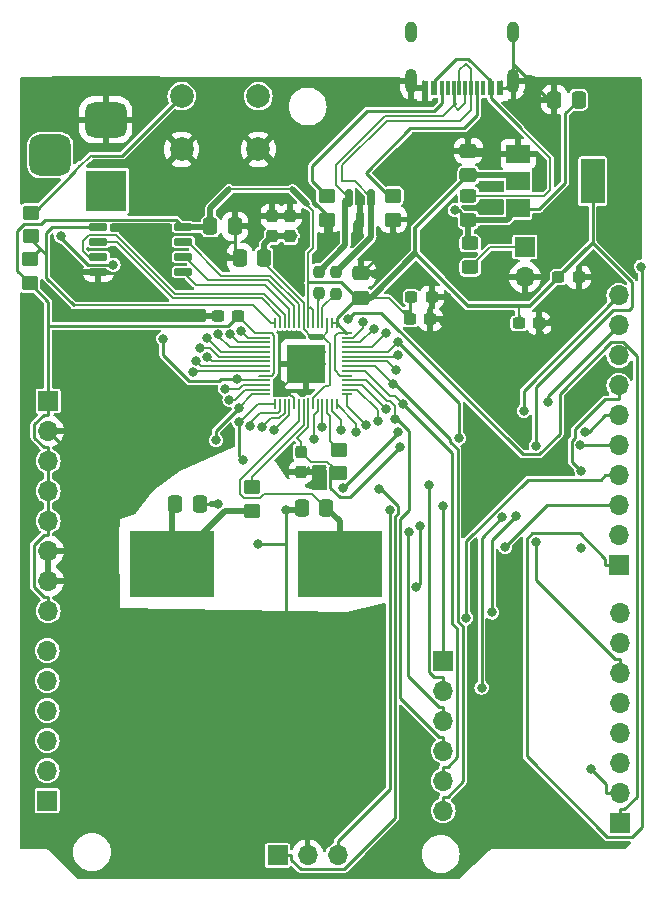
<source format=gbr>
%TF.GenerationSoftware,KiCad,Pcbnew,7.0.10*%
%TF.CreationDate,2024-01-11T23:08:57+05:30*%
%TF.ProjectId,rp2040-basic-m1,72703230-3430-42d6-9261-7369632d6d31,rev?*%
%TF.SameCoordinates,Original*%
%TF.FileFunction,Copper,L1,Top*%
%TF.FilePolarity,Positive*%
%FSLAX46Y46*%
G04 Gerber Fmt 4.6, Leading zero omitted, Abs format (unit mm)*
G04 Created by KiCad (PCBNEW 7.0.10) date 2024-01-11 23:08:57*
%MOMM*%
%LPD*%
G01*
G04 APERTURE LIST*
G04 Aperture macros list*
%AMRoundRect*
0 Rectangle with rounded corners*
0 $1 Rounding radius*
0 $2 $3 $4 $5 $6 $7 $8 $9 X,Y pos of 4 corners*
0 Add a 4 corners polygon primitive as box body*
4,1,4,$2,$3,$4,$5,$6,$7,$8,$9,$2,$3,0*
0 Add four circle primitives for the rounded corners*
1,1,$1+$1,$2,$3*
1,1,$1+$1,$4,$5*
1,1,$1+$1,$6,$7*
1,1,$1+$1,$8,$9*
0 Add four rect primitives between the rounded corners*
20,1,$1+$1,$2,$3,$4,$5,0*
20,1,$1+$1,$4,$5,$6,$7,0*
20,1,$1+$1,$6,$7,$8,$9,0*
20,1,$1+$1,$8,$9,$2,$3,0*%
G04 Aperture macros list end*
%TA.AperFunction,ComponentPad*%
%ADD10R,1.700000X1.700000*%
%TD*%
%TA.AperFunction,ComponentPad*%
%ADD11O,1.700000X1.700000*%
%TD*%
%TA.AperFunction,SMDPad,CuDef*%
%ADD12RoundRect,0.250000X0.475000X-0.337500X0.475000X0.337500X-0.475000X0.337500X-0.475000X-0.337500X0*%
%TD*%
%TA.AperFunction,ComponentPad*%
%ADD13C,2.000000*%
%TD*%
%TA.AperFunction,SMDPad,CuDef*%
%ADD14RoundRect,0.237500X-0.300000X-0.237500X0.300000X-0.237500X0.300000X0.237500X-0.300000X0.237500X0*%
%TD*%
%TA.AperFunction,SMDPad,CuDef*%
%ADD15R,2.000000X1.500000*%
%TD*%
%TA.AperFunction,SMDPad,CuDef*%
%ADD16R,2.000000X3.800000*%
%TD*%
%TA.AperFunction,SMDPad,CuDef*%
%ADD17RoundRect,0.250000X0.450000X-0.350000X0.450000X0.350000X-0.450000X0.350000X-0.450000X-0.350000X0*%
%TD*%
%TA.AperFunction,SMDPad,CuDef*%
%ADD18RoundRect,0.250000X-0.450000X0.350000X-0.450000X-0.350000X0.450000X-0.350000X0.450000X0.350000X0*%
%TD*%
%TA.AperFunction,SMDPad,CuDef*%
%ADD19RoundRect,0.250000X-0.337500X-0.475000X0.337500X-0.475000X0.337500X0.475000X-0.337500X0.475000X0*%
%TD*%
%TA.AperFunction,SMDPad,CuDef*%
%ADD20RoundRect,0.237500X0.300000X0.237500X-0.300000X0.237500X-0.300000X-0.237500X0.300000X-0.237500X0*%
%TD*%
%TA.AperFunction,SMDPad,CuDef*%
%ADD21RoundRect,0.150000X-0.150000X0.587500X-0.150000X-0.587500X0.150000X-0.587500X0.150000X0.587500X0*%
%TD*%
%TA.AperFunction,SMDPad,CuDef*%
%ADD22RoundRect,0.250000X0.337500X0.475000X-0.337500X0.475000X-0.337500X-0.475000X0.337500X-0.475000X0*%
%TD*%
%TA.AperFunction,SMDPad,CuDef*%
%ADD23RoundRect,0.237500X0.237500X-0.300000X0.237500X0.300000X-0.237500X0.300000X-0.237500X-0.300000X0*%
%TD*%
%TA.AperFunction,SMDPad,CuDef*%
%ADD24RoundRect,0.237500X-0.237500X0.250000X-0.237500X-0.250000X0.237500X-0.250000X0.237500X0.250000X0*%
%TD*%
%TA.AperFunction,SMDPad,CuDef*%
%ADD25RoundRect,0.050000X-0.387500X-0.050000X0.387500X-0.050000X0.387500X0.050000X-0.387500X0.050000X0*%
%TD*%
%TA.AperFunction,SMDPad,CuDef*%
%ADD26RoundRect,0.050000X-0.050000X-0.387500X0.050000X-0.387500X0.050000X0.387500X-0.050000X0.387500X0*%
%TD*%
%TA.AperFunction,SMDPad,CuDef*%
%ADD27R,3.200000X3.200000*%
%TD*%
%TA.AperFunction,SMDPad,CuDef*%
%ADD28R,0.600000X1.240000*%
%TD*%
%TA.AperFunction,SMDPad,CuDef*%
%ADD29R,0.300000X1.240000*%
%TD*%
%TA.AperFunction,ComponentPad*%
%ADD30O,1.000000X2.100000*%
%TD*%
%TA.AperFunction,ComponentPad*%
%ADD31O,1.000000X1.800000*%
%TD*%
%TA.AperFunction,SMDPad,CuDef*%
%ADD32RoundRect,0.237500X-0.237500X0.300000X-0.237500X-0.300000X0.237500X-0.300000X0.237500X0.300000X0*%
%TD*%
%TA.AperFunction,SMDPad,CuDef*%
%ADD33RoundRect,0.150000X-0.650000X-0.150000X0.650000X-0.150000X0.650000X0.150000X-0.650000X0.150000X0*%
%TD*%
%TA.AperFunction,ComponentPad*%
%ADD34R,3.500000X3.500000*%
%TD*%
%TA.AperFunction,ComponentPad*%
%ADD35RoundRect,0.750000X-1.000000X0.750000X-1.000000X-0.750000X1.000000X-0.750000X1.000000X0.750000X0*%
%TD*%
%TA.AperFunction,ComponentPad*%
%ADD36RoundRect,0.875000X-0.875000X0.875000X-0.875000X-0.875000X0.875000X-0.875000X0.875000X0.875000X0*%
%TD*%
%TA.AperFunction,SMDPad,CuDef*%
%ADD37RoundRect,0.250000X-0.450000X0.325000X-0.450000X-0.325000X0.450000X-0.325000X0.450000X0.325000X0*%
%TD*%
%TA.AperFunction,SMDPad,CuDef*%
%ADD38R,7.175000X5.600000*%
%TD*%
%TA.AperFunction,SMDPad,CuDef*%
%ADD39RoundRect,0.250000X0.450000X-0.325000X0.450000X0.325000X-0.450000X0.325000X-0.450000X-0.325000X0*%
%TD*%
%TA.AperFunction,ViaPad*%
%ADD40C,0.800000*%
%TD*%
%TA.AperFunction,Conductor*%
%ADD41C,0.200000*%
%TD*%
%TA.AperFunction,Conductor*%
%ADD42C,0.500000*%
%TD*%
%TA.AperFunction,Conductor*%
%ADD43C,0.250000*%
%TD*%
%TA.AperFunction,Conductor*%
%ADD44C,0.350000*%
%TD*%
G04 APERTURE END LIST*
D10*
%TO.P,J7,1,Pin_1*%
%TO.N,Net-(J7-Pin_1)*%
X260300000Y-93170000D03*
D11*
%TO.P,J7,2,Pin_2*%
%TO.N,Net-(J7-Pin_2)*%
X260300000Y-95710000D03*
%TO.P,J7,3,Pin_3*%
%TO.N,Net-(J7-Pin_3)*%
X260300000Y-98250000D03*
%TO.P,J7,4,Pin_4*%
%TO.N,Net-(J7-Pin_4)*%
X260300000Y-100790000D03*
%TO.P,J7,5,Pin_5*%
%TO.N,Net-(J7-Pin_5)*%
X260300000Y-103330000D03*
%TO.P,J7,6,Pin_6*%
%TO.N,Net-(J7-Pin_6)*%
X260300000Y-105870000D03*
%TD*%
D12*
%TO.P,C12,1*%
%TO.N,+3.3V*%
X253370000Y-62461500D03*
%TO.P,C12,2*%
%TO.N,GND*%
X253370000Y-60386500D03*
%TD*%
D13*
%TO.P,SW2,1,1*%
%TO.N,Net-(R6-Pad1)*%
X238150000Y-45375000D03*
X244650000Y-45375000D03*
%TO.P,SW2,2,2*%
%TO.N,GND*%
X238150000Y-49875000D03*
X244650000Y-49875000D03*
%TD*%
D14*
%TO.P,C6,1*%
%TO.N,+3.3V*%
X266687500Y-64610000D03*
%TO.P,C6,2*%
%TO.N,GND*%
X268412500Y-64610000D03*
%TD*%
D15*
%TO.P,U2,1,GND*%
%TO.N,GND*%
X266648000Y-50273700D03*
%TO.P,U2,2,VO*%
%TO.N,+3.3V*%
X266648000Y-52573700D03*
D16*
X272948000Y-52573700D03*
D15*
%TO.P,U2,3,VI*%
%TO.N,VBUS*%
X266648000Y-54873700D03*
%TD*%
D17*
%TO.P,R16,1*%
%TO.N,Net-(C2-Pad2)*%
X244104000Y-80458000D03*
%TO.P,R16,2*%
%TO.N,Net-(U1-XOUT)*%
X244104000Y-78458000D03*
%TD*%
D12*
%TO.P,C14,1*%
%TO.N,+3.3V*%
X262432000Y-52065700D03*
%TO.P,C14,2*%
%TO.N,GND*%
X262432000Y-49990700D03*
%TD*%
D17*
%TO.P,R33,1*%
%TO.N,+3.3V*%
X251440000Y-77290000D03*
%TO.P,R33,2*%
%TO.N,Net-(U1-RUN)*%
X251440000Y-75290000D03*
%TD*%
D10*
%TO.P,5V,1,Pin_1*%
%TO.N,Net-(D2-A)*%
X267210000Y-58150000D03*
D11*
%TO.P,5V,2,Pin_2*%
%TO.N,GND*%
X267210000Y-60690000D03*
%TD*%
D10*
%TO.P,J6,1,Pin_1*%
%TO.N,+3.3V*%
X226850000Y-71180000D03*
D11*
%TO.P,J6,2,Pin_2*%
%TO.N,GND*%
X226850000Y-73720000D03*
%TO.P,J6,3,Pin_3*%
%TO.N,+3.3V*%
X226850000Y-76260000D03*
%TO.P,J6,4,Pin_4*%
X226850000Y-78800000D03*
%TO.P,J6,5,Pin_5*%
X226850000Y-81340000D03*
%TO.P,J6,6,Pin_6*%
%TO.N,GND*%
X226850000Y-83880000D03*
%TO.P,J6,7,Pin_7*%
X226850000Y-86420000D03*
%TO.P,J6,8,Pin_8*%
%TO.N,+3.3V*%
X226850000Y-88960000D03*
%TD*%
D18*
%TO.P,R3,1*%
%TO.N,Net-(J1-CC2)*%
X250454000Y-53820000D03*
%TO.P,R3,2*%
%TO.N,GND*%
X250454000Y-55820000D03*
%TD*%
D17*
%TO.P,R7,1*%
%TO.N,+3.3V*%
X225275000Y-61200000D03*
%TO.P,R7,2*%
%TO.N,QSPI_SS*%
X225275000Y-59200000D03*
%TD*%
D19*
%TO.P,C15,1*%
%TO.N,+3.3V*%
X240592500Y-56392000D03*
%TO.P,C15,2*%
%TO.N,GND*%
X242667500Y-56392000D03*
%TD*%
D10*
%TO.P,J3,1,Pin_1*%
%TO.N,Net-(J3-Pin_1)*%
X275170000Y-85110000D03*
D11*
%TO.P,J3,2,Pin_2*%
%TO.N,Net-(J3-Pin_2)*%
X275170000Y-82570000D03*
%TO.P,J3,3,Pin_3*%
%TO.N,Net-(J3-Pin_3)*%
X275170000Y-80030000D03*
%TO.P,J3,4,Pin_4*%
%TO.N,Net-(J3-Pin_4)*%
X275170000Y-77490000D03*
%TO.P,J3,5,Pin_5*%
%TO.N,Net-(J3-Pin_5)*%
X275170000Y-74950000D03*
%TO.P,J3,6,Pin_6*%
%TO.N,Net-(J3-Pin_6)*%
X275170000Y-72410000D03*
%TO.P,J3,7,Pin_7*%
%TO.N,Net-(J3-Pin_7)*%
X275170000Y-69870000D03*
%TO.P,J3,8,Pin_8*%
%TO.N,Net-(J3-Pin_8)*%
X275170000Y-67330000D03*
%TO.P,J3,9,Pin_9*%
%TO.N,Net-(J3-Pin_9)*%
X275170000Y-64790000D03*
%TO.P,J3,10,Pin_10*%
%TO.N,Net-(J3-Pin_10)*%
X275170000Y-62250000D03*
%TD*%
D20*
%TO.P,C7,1*%
%TO.N,+3.3V*%
X242934500Y-63964000D03*
%TO.P,C7,2*%
%TO.N,GND*%
X241209500Y-63964000D03*
%TD*%
D21*
%TO.P,D3,1,A1*%
%TO.N,/USB1_DN*%
X254198000Y-53961000D03*
%TO.P,D3,2,A2*%
%TO.N,/USB1_DP*%
X252298000Y-53961000D03*
%TO.P,D3,3,common*%
%TO.N,GND*%
X253248000Y-55836000D03*
%TD*%
D22*
%TO.P,C5,1*%
%TO.N,+1V1*%
X245137500Y-59062000D03*
%TO.P,C5,2*%
%TO.N,GND*%
X243062500Y-59062000D03*
%TD*%
D23*
%TO.P,C3,1*%
%TO.N,+1V1*%
X245814300Y-57242000D03*
%TO.P,C3,2*%
%TO.N,GND*%
X245814300Y-55517000D03*
%TD*%
D14*
%TO.P,C9,1*%
%TO.N,+3.3V*%
X257487500Y-64260000D03*
%TO.P,C9,2*%
%TO.N,GND*%
X259212500Y-64260000D03*
%TD*%
D10*
%TO.P,J4,1,Pin_1*%
%TO.N,Net-(J4-Pin_1)*%
X275250000Y-106930000D03*
D11*
%TO.P,J4,2,Pin_2*%
%TO.N,Net-(J4-Pin_2)*%
X275250000Y-104390000D03*
%TO.P,J4,3,Pin_3*%
%TO.N,Net-(J4-Pin_3)*%
X275250000Y-101850000D03*
%TO.P,J4,4,Pin_4*%
%TO.N,Net-(J4-Pin_4)*%
X275250000Y-99310000D03*
%TO.P,J4,5,Pin_5*%
%TO.N,Net-(J4-Pin_5)*%
X275250000Y-96770000D03*
%TO.P,J4,6,Pin_6*%
%TO.N,Net-(J4-Pin_6)*%
X275250000Y-94230000D03*
%TO.P,J4,7,Pin_7*%
%TO.N,Net-(J4-Pin_7)*%
X275250000Y-91690000D03*
%TO.P,J4,8,Pin_8*%
%TO.N,Net-(J4-Pin_8)*%
X275250000Y-89150000D03*
%TD*%
D24*
%TO.P,R4,1*%
%TO.N,/USB1_DN*%
X251250000Y-60259500D03*
%TO.P,R4,2*%
%TO.N,USB_DN*%
X251250000Y-62084500D03*
%TD*%
D18*
%TO.P,R2,1*%
%TO.N,Net-(J1-CC1)*%
X256042000Y-53820000D03*
%TO.P,R2,2*%
%TO.N,GND*%
X256042000Y-55820000D03*
%TD*%
D10*
%TO.P,J5,1,Pin_1*%
%TO.N,Net-(J5-Pin_1)*%
X226770000Y-105010000D03*
D11*
%TO.P,J5,2,Pin_2*%
%TO.N,Net-(J5-Pin_2)*%
X226770000Y-102470000D03*
%TO.P,J5,3,Pin_3*%
%TO.N,Net-(J5-Pin_3)*%
X226770000Y-99930000D03*
%TO.P,J5,4,Pin_4*%
%TO.N,Net-(J5-Pin_4)*%
X226770000Y-97390000D03*
%TO.P,J5,5,Pin_5*%
%TO.N,Net-(J5-Pin_5)*%
X226770000Y-94850000D03*
%TO.P,J5,6,Pin_6*%
%TO.N,Net-(J5-Pin_6)*%
X226770000Y-92310000D03*
%TD*%
D25*
%TO.P,U1,1,IOVDD*%
%TO.N,+3.3V*%
X245238500Y-65428000D03*
%TO.P,U1,2,GPIO0*%
%TO.N,Net-(J4-Pin_1)*%
X245238500Y-65828000D03*
%TO.P,U1,3,GPIO1*%
%TO.N,Net-(J4-Pin_2)*%
X245238500Y-66228000D03*
%TO.P,U1,4,GPIO2*%
%TO.N,Net-(J4-Pin_3)*%
X245238500Y-66628000D03*
%TO.P,U1,5,GPIO3*%
%TO.N,Net-(J4-Pin_4)*%
X245238500Y-67028000D03*
%TO.P,U1,6,GPIO4*%
%TO.N,Net-(J4-Pin_5)*%
X245238500Y-67428000D03*
%TO.P,U1,7,GPIO5*%
%TO.N,Net-(J4-Pin_6)*%
X245238500Y-67828000D03*
%TO.P,U1,8,GPIO6*%
%TO.N,Net-(J4-Pin_7)*%
X245238500Y-68228000D03*
%TO.P,U1,9,GPIO7*%
%TO.N,Net-(J4-Pin_8)*%
X245238500Y-68628000D03*
%TO.P,U1,10,IOVDD*%
%TO.N,+3.3V*%
X245238500Y-69028000D03*
%TO.P,U1,11,GPIO8*%
%TO.N,Net-(J3-Pin_1)*%
X245238500Y-69428000D03*
%TO.P,U1,12,GPIO9*%
%TO.N,Net-(J3-Pin_2)*%
X245238500Y-69828000D03*
%TO.P,U1,13,GPIO10*%
%TO.N,Net-(J3-Pin_3)*%
X245238500Y-70228000D03*
%TO.P,U1,14,GPIO11*%
%TO.N,Net-(J3-Pin_4)*%
X245238500Y-70628000D03*
D26*
%TO.P,U1,15,GPIO12*%
%TO.N,Net-(J3-Pin_5)*%
X246076000Y-71465500D03*
%TO.P,U1,16,GPIO13*%
%TO.N,Net-(J3-Pin_6)*%
X246476000Y-71465500D03*
%TO.P,U1,17,GPIO14*%
%TO.N,Net-(J3-Pin_7)*%
X246876000Y-71465500D03*
%TO.P,U1,18,GPIO15*%
%TO.N,Net-(J3-Pin_8)*%
X247276000Y-71465500D03*
%TO.P,U1,19,TESTEN*%
%TO.N,GND*%
X247676000Y-71465500D03*
%TO.P,U1,20,XIN*%
%TO.N,Net-(U1-XIN)*%
X248076000Y-71465500D03*
%TO.P,U1,21,XOUT*%
%TO.N,Net-(U1-XOUT)*%
X248476000Y-71465500D03*
%TO.P,U1,22,IOVDD*%
%TO.N,+3.3V*%
X248876000Y-71465500D03*
%TO.P,U1,23,DVDD*%
%TO.N,+1V1*%
X249276000Y-71465500D03*
%TO.P,U1,24,SWCLK*%
%TO.N,Net-(J8-Pin_1)*%
X249676000Y-71465500D03*
%TO.P,U1,25,SWD*%
%TO.N,Net-(J8-Pin_3)*%
X250076000Y-71465500D03*
%TO.P,U1,26,RUN*%
%TO.N,Net-(U1-RUN)*%
X250476000Y-71465500D03*
%TO.P,U1,27,GPIO16*%
%TO.N,Net-(J3-Pin_9)*%
X250876000Y-71465500D03*
%TO.P,U1,28,GPIO17*%
%TO.N,Net-(J3-Pin_10)*%
X251276000Y-71465500D03*
D25*
%TO.P,U1,29,GPIO18*%
%TO.N,Net-(J7-Pin_1)*%
X252113500Y-70628000D03*
%TO.P,U1,30,GPIO19*%
%TO.N,Net-(J7-Pin_2)*%
X252113500Y-70228000D03*
%TO.P,U1,31,GPIO20*%
%TO.N,Net-(J7-Pin_3)*%
X252113500Y-69828000D03*
%TO.P,U1,32,GPIO21*%
%TO.N,Net-(J7-Pin_4)*%
X252113500Y-69428000D03*
%TO.P,U1,33,IOVDD*%
%TO.N,+3.3V*%
X252113500Y-69028000D03*
%TO.P,U1,34,GPIO22*%
%TO.N,Net-(J7-Pin_5)*%
X252113500Y-68628000D03*
%TO.P,U1,35,GPIO23*%
%TO.N,Net-(J7-Pin_6)*%
X252113500Y-68228000D03*
%TO.P,U1,36,GPIO24*%
%TO.N,Net-(J5-Pin_1)*%
X252113500Y-67828000D03*
%TO.P,U1,37,GPIO25*%
%TO.N,Net-(J5-Pin_2)*%
X252113500Y-67428000D03*
%TO.P,U1,38,GPIO26_ADC0*%
%TO.N,Net-(J5-Pin_3)*%
X252113500Y-67028000D03*
%TO.P,U1,39,GPIO27_ADC1*%
%TO.N,Net-(J5-Pin_4)*%
X252113500Y-66628000D03*
%TO.P,U1,40,GPIO28_ADC2*%
%TO.N,Net-(J5-Pin_5)*%
X252113500Y-66228000D03*
%TO.P,U1,41,GPIO29_ADC3*%
%TO.N,Net-(J5-Pin_6)*%
X252113500Y-65828000D03*
%TO.P,U1,42,IOVDD*%
%TO.N,+3.3V*%
X252113500Y-65428000D03*
D26*
%TO.P,U1,43,ADC_AVDD*%
X251276000Y-64590500D03*
%TO.P,U1,44,VREG_IN*%
X250876000Y-64590500D03*
%TO.P,U1,45,VREG_VOUT*%
%TO.N,+1V1*%
X250476000Y-64590500D03*
%TO.P,U1,46,USB_DM*%
%TO.N,USB_DN*%
X250076000Y-64590500D03*
%TO.P,U1,47,USB_DP*%
%TO.N,USB_DP*%
X249676000Y-64590500D03*
%TO.P,U1,48,USB_VDD*%
%TO.N,+3.3V*%
X249276000Y-64590500D03*
%TO.P,U1,49,IOVDD*%
X248876000Y-64590500D03*
%TO.P,U1,50,DVDD*%
%TO.N,+1V1*%
X248476000Y-64590500D03*
%TO.P,U1,51,QSPI_SD3*%
%TO.N,QSPI_SD3*%
X248076000Y-64590500D03*
%TO.P,U1,52,QSPI_SCLK*%
%TO.N,QSPI_SCLK*%
X247676000Y-64590500D03*
%TO.P,U1,53,QSPI_SD0*%
%TO.N,QSPI_SD0*%
X247276000Y-64590500D03*
%TO.P,U1,54,QSPI_SD2*%
%TO.N,QSPI_SD2*%
X246876000Y-64590500D03*
%TO.P,U1,55,QSPI_SD1*%
%TO.N,QSPI_SSD1*%
X246476000Y-64590500D03*
%TO.P,U1,56,QSPI_SS*%
%TO.N,QSPI_SS*%
X246076000Y-64590500D03*
D27*
%TO.P,U1,57,GND*%
%TO.N,GND*%
X248676000Y-68028000D03*
%TD*%
D22*
%TO.P,C13,1*%
%TO.N,VBUS*%
X271762500Y-45675000D03*
%TO.P,C13,2*%
%TO.N,GND*%
X269687500Y-45675000D03*
%TD*%
D18*
%TO.P,R6,1*%
%TO.N,Net-(R6-Pad1)*%
X225400000Y-55225000D03*
%TO.P,R6,2*%
%TO.N,QSPI_SS*%
X225400000Y-57225000D03*
%TD*%
D28*
%TO.P,J1,A1,GND*%
%TO.N,GND*%
X265125000Y-44700000D03*
%TO.P,J1,A4,VBUS*%
%TO.N,Net-(D1-A)*%
X264325000Y-44700000D03*
D29*
%TO.P,J1,A5,CC1*%
%TO.N,Net-(J1-CC1)*%
X263175000Y-44700000D03*
%TO.P,J1,A6,D+*%
%TO.N,/USB1_DP*%
X262175000Y-44700000D03*
%TO.P,J1,A7,D-*%
%TO.N,/USB1_DN*%
X261675000Y-44700000D03*
%TO.P,J1,A8,SBU1*%
%TO.N,unconnected-(J1-SBU1-PadA8)*%
X260675000Y-44700000D03*
D28*
%TO.P,J1,A9,VBUS*%
%TO.N,Net-(D1-A)*%
X259525000Y-44700000D03*
%TO.P,J1,A12,GND*%
%TO.N,GND*%
X258725000Y-44700000D03*
%TO.P,J1,B1,GND*%
X258725000Y-44700000D03*
%TO.P,J1,B4,VBUS*%
%TO.N,Net-(D1-A)*%
X259525000Y-44700000D03*
D29*
%TO.P,J1,B5,CC2*%
%TO.N,Net-(J1-CC2)*%
X260175000Y-44700000D03*
%TO.P,J1,B6,D+*%
%TO.N,/USB1_DP*%
X261175000Y-44700000D03*
%TO.P,J1,B7,D-*%
%TO.N,/USB1_DN*%
X262675000Y-44700000D03*
%TO.P,J1,B8,SBU2*%
%TO.N,unconnected-(J1-SBU2-PadB8)*%
X263675000Y-44700000D03*
D28*
%TO.P,J1,B9,VBUS*%
%TO.N,Net-(D1-A)*%
X264325000Y-44700000D03*
%TO.P,J1,B12,GND*%
%TO.N,GND*%
X265125000Y-44700000D03*
D30*
%TO.P,J1,S1,SHIELD*%
X266245000Y-44100000D03*
D31*
X266245000Y-39900000D03*
D30*
X257605000Y-44100000D03*
D31*
X257605000Y-39900000D03*
%TD*%
D32*
%TO.P,C11,1*%
%TO.N,+3.3V*%
X248240000Y-75470000D03*
%TO.P,C11,2*%
%TO.N,GND*%
X248240000Y-77195000D03*
%TD*%
D24*
%TO.P,R5,1*%
%TO.N,/USB1_DP*%
X249740000Y-60229500D03*
%TO.P,R5,2*%
%TO.N,USB_DP*%
X249740000Y-62054500D03*
%TD*%
D14*
%TO.P,C10,1*%
%TO.N,+3.3V*%
X257607500Y-62390000D03*
%TO.P,C10,2*%
%TO.N,GND*%
X259332500Y-62390000D03*
%TD*%
D33*
%TO.P,U3,1,~{CS}*%
%TO.N,QSPI_SS*%
X231106000Y-56471000D03*
%TO.P,U3,2,DO(IO1)*%
%TO.N,QSPI_SSD1*%
X231106000Y-57741000D03*
%TO.P,U3,3,IO2*%
%TO.N,QSPI_SD2*%
X231106000Y-59011000D03*
%TO.P,U3,4,GND*%
%TO.N,GND*%
X231106000Y-60281000D03*
%TO.P,U3,5,DI(IO0)*%
%TO.N,QSPI_SD0*%
X238306000Y-60281000D03*
%TO.P,U3,6,CLK*%
%TO.N,QSPI_SCLK*%
X238306000Y-59011000D03*
%TO.P,U3,7,IO3*%
%TO.N,QSPI_SD3*%
X238306000Y-57741000D03*
%TO.P,U3,8,VCC*%
%TO.N,+3.3V*%
X238306000Y-56471000D03*
%TD*%
D23*
%TO.P,C4,1*%
%TO.N,+1V1*%
X247338300Y-57242000D03*
%TO.P,C4,2*%
%TO.N,GND*%
X247338300Y-55517000D03*
%TD*%
D34*
%TO.P,J9,1*%
%TO.N,VBUS*%
X231725000Y-53375000D03*
D35*
%TO.P,J9,2*%
%TO.N,GND*%
X231725000Y-47375000D03*
D36*
%TO.P,J9,3*%
%TO.N,unconnected-(J9-Pad3)*%
X227025000Y-50375000D03*
%TD*%
D37*
%TO.P,D2,1,K*%
%TO.N,VBUS*%
X262575000Y-57825000D03*
%TO.P,D2,2,A*%
%TO.N,Net-(D2-A)*%
X262575000Y-59875000D03*
%TD*%
D10*
%TO.P,J8,1,Pin_1*%
%TO.N,Net-(J8-Pin_1)*%
X246270000Y-109650000D03*
D11*
%TO.P,J8,2,Pin_2*%
%TO.N,GND*%
X248810000Y-109650000D03*
%TO.P,J8,3,Pin_3*%
%TO.N,Net-(J8-Pin_3)*%
X251350000Y-109650000D03*
%TD*%
D19*
%TO.P,C1,1*%
%TO.N,GND*%
X248312500Y-80232000D03*
%TO.P,C1,2*%
%TO.N,Net-(U1-XIN)*%
X250387500Y-80232000D03*
%TD*%
D14*
%TO.P,C8,1*%
%TO.N,+3.3V*%
X270037500Y-60700000D03*
%TO.P,C8,2*%
%TO.N,GND*%
X271762500Y-60700000D03*
%TD*%
D38*
%TO.P,Y1,1,1*%
%TO.N,Net-(C2-Pad2)*%
X237345000Y-84962000D03*
%TO.P,Y1,2,2*%
%TO.N,Net-(U1-XIN)*%
X251520000Y-84962000D03*
%TD*%
D22*
%TO.P,C2,1*%
%TO.N,GND*%
X239697500Y-79872000D03*
%TO.P,C2,2*%
%TO.N,Net-(C2-Pad2)*%
X237622500Y-79872000D03*
%TD*%
D39*
%TO.P,D1,1,K*%
%TO.N,VBUS*%
X262432000Y-55854200D03*
%TO.P,D1,2,A*%
%TO.N,Net-(D1-A)*%
X262432000Y-53804200D03*
%TD*%
D40*
%TO.N,GND*%
X246530000Y-69810500D03*
X267450000Y-45020000D03*
X264920000Y-61200000D03*
X260350000Y-64460000D03*
X241900000Y-59012000D03*
X264478000Y-54729800D03*
X270931300Y-72761700D03*
X247660000Y-68028000D03*
X248775000Y-106875000D03*
X249400000Y-77180000D03*
X229372000Y-60408000D03*
X254518000Y-60408000D03*
X256425000Y-58425000D03*
X249946000Y-67012000D03*
X239325000Y-48550000D03*
X249946000Y-68028000D03*
X247660000Y-67012000D03*
X250730000Y-57152000D03*
X268450000Y-65590000D03*
X264972000Y-50287800D03*
X248676000Y-68028000D03*
X248608000Y-55363500D03*
X241200000Y-79872000D03*
X246970000Y-80392000D03*
X244544000Y-55363500D03*
X244040000Y-56412000D03*
X248676000Y-67012000D03*
X262432000Y-48763800D03*
X264236400Y-71446800D03*
X264548000Y-53029800D03*
X256160000Y-44900000D03*
X252910000Y-57292000D03*
X260595000Y-62415200D03*
X239786000Y-63964000D03*
X230879400Y-64056300D03*
X244610600Y-83276200D03*
X264180000Y-77210000D03*
X247660000Y-69044000D03*
X231230000Y-86430000D03*
%TO.N,+3.3V*%
X268146000Y-74971200D03*
X256650000Y-75049100D03*
%TO.N,VBUS*%
X261268000Y-55028200D03*
%TO.N,Net-(J3-Pin_3)*%
X242203000Y-71081300D03*
X265548000Y-83548000D03*
%TO.N,Net-(J3-Pin_4)*%
X243000000Y-71750000D03*
X241062000Y-74495300D03*
X262239000Y-89532600D03*
%TO.N,Net-(J3-Pin_5)*%
X271905600Y-74878700D03*
X266430500Y-80960400D03*
X264428000Y-89085000D03*
X242990000Y-72980000D03*
X243368000Y-76212000D03*
%TO.N,Net-(J3-Pin_6)*%
X272273400Y-73801500D03*
X243970000Y-73320000D03*
X251807000Y-78546000D03*
X256472000Y-73839300D03*
%TO.N,Net-(J3-Pin_7)*%
X244968055Y-73382379D03*
X272004000Y-83617300D03*
X271999300Y-77128600D03*
%TO.N,Net-(J3-Pin_8)*%
X245959056Y-73609600D03*
%TO.N,Net-(J3-Pin_9)*%
X251630000Y-73680000D03*
X269158000Y-71275000D03*
%TO.N,Net-(J3-Pin_10)*%
X252950000Y-73780000D03*
X267119000Y-72014600D03*
%TO.N,Net-(J4-Pin_5)*%
X239685000Y-66669100D03*
%TO.N,Net-(J4-Pin_6)*%
X268146000Y-83126100D03*
X258031000Y-86972500D03*
X240309000Y-67449900D03*
X258356000Y-81784400D03*
%TO.N,Net-(J4-Pin_7)*%
X239366000Y-67779900D03*
%TO.N,Net-(J4-Pin_8)*%
X239152000Y-68756400D03*
%TO.N,Net-(J5-Pin_1)*%
X256280000Y-68600000D03*
%TO.N,Net-(J5-Pin_2)*%
X256470000Y-67290000D03*
%TO.N,Net-(J5-Pin_3)*%
X261611000Y-74324200D03*
X265307000Y-81018900D03*
X263548000Y-95445700D03*
X256460000Y-66200000D03*
%TO.N,Net-(J5-Pin_4)*%
X255490000Y-65390000D03*
%TO.N,Net-(J5-Pin_5)*%
X254455000Y-65054100D03*
%TO.N,Net-(J5-Pin_6)*%
X253500000Y-64500000D03*
%TO.N,Net-(J7-Pin_1)*%
X253801000Y-73256600D03*
X260300000Y-80060500D03*
%TO.N,Net-(J7-Pin_2)*%
X259125000Y-78283800D03*
X254810000Y-72850000D03*
%TO.N,Net-(J3-Pin_1)*%
X236591000Y-65915500D03*
X227914000Y-57217800D03*
X277038500Y-59807800D03*
X242880000Y-69327500D03*
X232381000Y-59636800D03*
%TO.N,Net-(J3-Pin_2)*%
X241840000Y-70150000D03*
%TO.N,Net-(J4-Pin_1)*%
X243190000Y-65220000D03*
X252222000Y-64277400D03*
%TO.N,Net-(J4-Pin_2)*%
X272816000Y-102373000D03*
X242232000Y-65518800D03*
%TO.N,Net-(J4-Pin_3)*%
X241233000Y-65535000D03*
%TO.N,Net-(J4-Pin_4)*%
X240294000Y-65875900D03*
%TO.N,Net-(J7-Pin_3)*%
X257404000Y-82286400D03*
X255470000Y-71890000D03*
%TO.N,Net-(J7-Pin_4)*%
X256210000Y-72710000D03*
%TO.N,Net-(J7-Pin_5)*%
X256880000Y-71438900D03*
%TO.N,Net-(J7-Pin_6)*%
X256030000Y-69760000D03*
%TO.N,Net-(J8-Pin_1)*%
X249340000Y-74410000D03*
X254892000Y-78621900D03*
%TO.N,Net-(J8-Pin_3)*%
X255751000Y-80406200D03*
X250050000Y-73400000D03*
%TD*%
D41*
%TO.N,GND*%
X246893500Y-69810500D02*
X247660000Y-69044000D01*
X246530000Y-69810500D02*
X246893500Y-69810500D01*
X247676000Y-70931640D02*
X247676000Y-71465500D01*
X247472360Y-70728000D02*
X247676000Y-70931640D01*
X247447500Y-70728000D02*
X247472360Y-70728000D01*
X246530000Y-69810500D02*
X247447500Y-70728000D01*
X249385000Y-77195000D02*
X249400000Y-77180000D01*
X248240000Y-77195000D02*
X249385000Y-77195000D01*
%TO.N,Net-(J3-Pin_8)*%
X247276000Y-72329308D02*
X247276000Y-71465500D01*
X245995708Y-73609600D02*
X247276000Y-72329308D01*
X245959056Y-73609600D02*
X245995708Y-73609600D01*
%TO.N,Net-(J3-Pin_7)*%
X244968055Y-73382379D02*
X245740434Y-72610000D01*
X246430000Y-72610000D02*
X246876000Y-72163700D01*
X246876000Y-72163700D02*
X246876000Y-71465500D01*
X245740434Y-72610000D02*
X246430000Y-72610000D01*
D42*
%TO.N,GND*%
X266634000Y-50287800D02*
X266648000Y-50273800D01*
D43*
X230971700Y-63964000D02*
X230879400Y-64056300D01*
X247660000Y-67012000D02*
X247660000Y-68028000D01*
X258725000Y-44700000D02*
X258205000Y-44700000D01*
X240600000Y-79872000D02*
X240900000Y-79872000D01*
D42*
X241950000Y-59062000D02*
X241900000Y-59012000D01*
D43*
X239698000Y-79872000D02*
X239697500Y-79872000D01*
X226850000Y-86420000D02*
X226850000Y-83880000D01*
X271738000Y-60725000D02*
X271738000Y-61830700D01*
X240900000Y-79872000D02*
X241200000Y-79872000D01*
X244610600Y-83276200D02*
X246970000Y-83276200D01*
D42*
X248455000Y-55517000D02*
X248608000Y-55363500D01*
X243062000Y-59062000D02*
X242506000Y-59062000D01*
D43*
X248810000Y-109650000D02*
X248810000Y-106910000D01*
X266245000Y-42673200D02*
X266245000Y-39900000D01*
D41*
X259212000Y-64260000D02*
X259212500Y-64260000D01*
D42*
X244040000Y-56412000D02*
X244040000Y-55867800D01*
D43*
X265645000Y-44700000D02*
X266245000Y-44100000D01*
X256042000Y-55820000D02*
X256042000Y-56767200D01*
D42*
X240900000Y-79872000D02*
X241200000Y-79872000D01*
D43*
X256042000Y-57714500D02*
X253370000Y-60386500D01*
D42*
X253370000Y-60386500D02*
X254496000Y-60386500D01*
D43*
X248812000Y-77195000D02*
X248812000Y-76742500D01*
X266648000Y-50273800D02*
X266648000Y-50273700D01*
D42*
X245814000Y-55517000D02*
X244698000Y-55517000D01*
X246970000Y-80392000D02*
X248152000Y-80392000D01*
D43*
X271750000Y-60712500D02*
X271762500Y-60700000D01*
D41*
X259332000Y-62390000D02*
X259332500Y-62390000D01*
D43*
X258205000Y-44700000D02*
X257605000Y-44100000D01*
X262432000Y-49990800D02*
X262432000Y-49990700D01*
X266245000Y-44100000D02*
X266245000Y-42673200D01*
D42*
X242668000Y-56392000D02*
X244020000Y-56392000D01*
D43*
X242668000Y-58900500D02*
X242668000Y-56392000D01*
D41*
X268450000Y-65118700D02*
X268450000Y-64647500D01*
D42*
X250730000Y-57152000D02*
X250730000Y-56096000D01*
D43*
X253370000Y-60386500D02*
X254496000Y-60386500D01*
X244972000Y-49875000D02*
X249317000Y-54220500D01*
X249317000Y-54220500D02*
X249317000Y-54330200D01*
D42*
X247338300Y-55517000D02*
X248455000Y-55517000D01*
D43*
X252994000Y-60386500D02*
X253370000Y-60386500D01*
X271762000Y-60700000D02*
X271750000Y-60712500D01*
D42*
X231106000Y-60281000D02*
X229499000Y-60281000D01*
X262729000Y-50287800D02*
X262432000Y-49990800D01*
D43*
X271750000Y-60712500D02*
X271738000Y-60725000D01*
X248272000Y-80272000D02*
X248312000Y-80232000D01*
X242506000Y-59062000D02*
X242668000Y-58900500D01*
D42*
X252910000Y-56174000D02*
X253248000Y-55836000D01*
X240600000Y-79872000D02*
X240900000Y-79872000D01*
D41*
X268412300Y-64610200D02*
X268412000Y-64610000D01*
D42*
X254496000Y-60386500D02*
X254518000Y-60408000D01*
D43*
X231230000Y-78100000D02*
X231230000Y-86430000D01*
D42*
X247338000Y-55517000D02*
X247338300Y-55517000D01*
D43*
X248775000Y-106875000D02*
X246970000Y-105070000D01*
X248272500Y-80272000D02*
X248312500Y-80232000D01*
D42*
X242506000Y-59062000D02*
X241950000Y-59062000D01*
D43*
X248232000Y-80312000D02*
X248272000Y-80272000D01*
X243062500Y-59062000D02*
X243062000Y-59062000D01*
D41*
X268450000Y-64647500D02*
X268412300Y-64610200D01*
D43*
X271738000Y-61830700D02*
X268450000Y-65118700D01*
X248810000Y-106910000D02*
X248775000Y-106875000D01*
X256425000Y-57150200D02*
X256425000Y-58425000D01*
X249317000Y-54330200D02*
X250454000Y-55467000D01*
X269687500Y-45675000D02*
X269688000Y-45675000D01*
X256042000Y-56767200D02*
X256042000Y-57714500D01*
X249946000Y-68028000D02*
X249946000Y-67012000D01*
D41*
X260570000Y-62390000D02*
X260595000Y-62415200D01*
D43*
X269247000Y-45675000D02*
X269687500Y-45675000D01*
X264180000Y-77210000D02*
X267579800Y-77210000D01*
D41*
X259212500Y-64260000D02*
X260150000Y-64260000D01*
D42*
X264972000Y-50287800D02*
X266634000Y-50287800D01*
X248232000Y-80312000D02*
X248272000Y-80272000D01*
D43*
X265125000Y-44700000D02*
X265645000Y-44700000D01*
X267579800Y-77210000D02*
X270931300Y-73858500D01*
X248812000Y-77279000D02*
X248812000Y-77195000D01*
D41*
X265430000Y-60690000D02*
X267210000Y-60690000D01*
D42*
X244040000Y-55867800D02*
X244544000Y-55363500D01*
D41*
X248812000Y-77195000D02*
X249385000Y-77195000D01*
D43*
X241209500Y-63964000D02*
X239786000Y-63964000D01*
X247338000Y-55517000D02*
X245814300Y-55517000D01*
X262432000Y-49990700D02*
X262432000Y-48763800D01*
D42*
X252910000Y-57292000D02*
X252910000Y-56174000D01*
D43*
X248676000Y-68028000D02*
X248676000Y-67012000D01*
D42*
X264972000Y-50287800D02*
X262729000Y-50287800D01*
D43*
X226850000Y-73720000D02*
X231230000Y-78100000D01*
D41*
X259332500Y-62390000D02*
X260570000Y-62390000D01*
D43*
X264236400Y-69803600D02*
X268450000Y-65590000D01*
D42*
X244020000Y-56392000D02*
X244040000Y-56412000D01*
X244698000Y-55517000D02*
X244544000Y-55363500D01*
D43*
X268412500Y-64610000D02*
X268412300Y-64610200D01*
X245814300Y-55517000D02*
X245814000Y-55517000D01*
D42*
X248152000Y-80392000D02*
X248232000Y-80312000D01*
D41*
X260150000Y-64260000D02*
X260350000Y-64460000D01*
D43*
X246970000Y-83276200D02*
X246970000Y-80392000D01*
X240600000Y-79872000D02*
X239698000Y-79872000D01*
X264236400Y-71446800D02*
X264236400Y-69803600D01*
D41*
X268450000Y-65590000D02*
X268450000Y-65118700D01*
D43*
X242667500Y-56392000D02*
X242668000Y-56392000D01*
X266245000Y-42673200D02*
X269247000Y-45675000D01*
X248272000Y-80272000D02*
X248272500Y-80272000D01*
D42*
X250730000Y-56096000D02*
X250454000Y-55820000D01*
D43*
X250454000Y-55467000D02*
X250454000Y-55820000D01*
X270931300Y-73858500D02*
X270931300Y-72761700D01*
X239786000Y-63964000D02*
X230971700Y-63964000D01*
D42*
X248272000Y-80272000D02*
X248312000Y-80232000D01*
D41*
X264920000Y-61200000D02*
X265430000Y-60690000D01*
D42*
X229499000Y-60281000D02*
X229372000Y-60408000D01*
D41*
X248240000Y-77195000D02*
X248812000Y-77195000D01*
D43*
X244650000Y-49875000D02*
X244972000Y-49875000D01*
X241210000Y-63964000D02*
X241209500Y-63964000D01*
X247660000Y-68028000D02*
X247660000Y-69044000D01*
X256042000Y-56767200D02*
X256425000Y-57150200D01*
X246970000Y-105070000D02*
X246970000Y-83276200D01*
%TO.N,Net-(U1-XIN)*%
X250388000Y-80231900D02*
X250388000Y-80232000D01*
D41*
X243104000Y-77880200D02*
X248076000Y-72908200D01*
X248076000Y-72908200D02*
X248076000Y-71465500D01*
X250388000Y-80232000D02*
X249790000Y-79633900D01*
X243104000Y-79035800D02*
X243104000Y-77880200D01*
X249790000Y-79633900D02*
X249191000Y-79035800D01*
X245104000Y-79035800D02*
X244782000Y-79358000D01*
D43*
X249790000Y-79633900D02*
X250388000Y-80231400D01*
D42*
X251520000Y-81364500D02*
X251520000Y-84962000D01*
D41*
X249191000Y-79035800D02*
X245104000Y-79035800D01*
X244782000Y-79358000D02*
X243426000Y-79358000D01*
D43*
X250388000Y-80231400D02*
X250388000Y-80231900D01*
X250388000Y-80231900D02*
X250388000Y-80232000D01*
X250387500Y-80232000D02*
X250388000Y-80232000D01*
D42*
X250388000Y-80232000D02*
X251520000Y-81364500D01*
D41*
X250684000Y-80528000D02*
X250388000Y-80232000D01*
X243426000Y-79358000D02*
X243104000Y-79035800D01*
D43*
X250388000Y-80231400D02*
X250388000Y-80231900D01*
D42*
%TO.N,Net-(C2-Pad2)*%
X237764000Y-84543200D02*
X237345000Y-84962000D01*
X244104000Y-80458000D02*
X241849000Y-80458000D01*
X237345000Y-80149500D02*
X237622000Y-79872000D01*
X237759000Y-84538000D02*
X236508000Y-84538000D01*
X241849000Y-80458000D02*
X237764000Y-84543200D01*
D43*
X237622500Y-79872000D02*
X237622000Y-79872000D01*
D42*
X240024000Y-84538000D02*
X237759000Y-84538000D01*
D43*
X237759000Y-84538000D02*
X237764000Y-84543200D01*
D42*
X237345000Y-84962000D02*
X237345000Y-80149500D01*
%TO.N,+1V1*%
X249875000Y-65775000D02*
X249882000Y-65782000D01*
D43*
X245138000Y-59178600D02*
X245138000Y-59178100D01*
D41*
X248476000Y-65123000D02*
X249135000Y-65782000D01*
X245138000Y-59178100D02*
X245138000Y-59178600D01*
X248476000Y-62846600D02*
X248476000Y-64590500D01*
D43*
X245138000Y-59178600D02*
X245138000Y-59178100D01*
D41*
X250576000Y-66208000D02*
X250576000Y-66128000D01*
D43*
X247338000Y-57242000D02*
X247338300Y-57242000D01*
X245138000Y-59295700D02*
X245138000Y-59295200D01*
D42*
X245138000Y-57918800D02*
X245814000Y-57242000D01*
D43*
X245138000Y-59120000D02*
X245137500Y-59119500D01*
D41*
X245138000Y-59529500D02*
X245690000Y-60082000D01*
D43*
X245138000Y-59120000D02*
X245138000Y-59062000D01*
D41*
X245138000Y-59062000D02*
X245138000Y-59120000D01*
X249135000Y-65782000D02*
X249868000Y-65782000D01*
D43*
X247846000Y-57141500D02*
X247746000Y-57242000D01*
D41*
X245711000Y-60082000D02*
X248476000Y-62846600D01*
D43*
X247338300Y-57242000D02*
X247338000Y-57242000D01*
X245138000Y-59178100D02*
X245138000Y-59120000D01*
X245138000Y-59178100D02*
X245138000Y-59120000D01*
D42*
X249882000Y-65782000D02*
X250060000Y-65782000D01*
D41*
X249868000Y-65782000D02*
X249882000Y-65782000D01*
X250680000Y-66312000D02*
X250576000Y-66208000D01*
D43*
X245814000Y-57242000D02*
X245814300Y-57242000D01*
D41*
X249276000Y-70924000D02*
X250272000Y-69928000D01*
D43*
X245137500Y-59119500D02*
X245137500Y-59062000D01*
D41*
X250272000Y-69928000D02*
X250576000Y-69928000D01*
X245138000Y-59295700D02*
X245138000Y-59529500D01*
X245138000Y-59295200D02*
X245138000Y-59295700D01*
D43*
X245138000Y-59120000D02*
X245138000Y-59062000D01*
D41*
X245690000Y-60082000D02*
X245711000Y-60082000D01*
X250060000Y-65782000D02*
X250105000Y-65737000D01*
X250476000Y-65366000D02*
X250476000Y-64590500D01*
D42*
X245814000Y-57242000D02*
X245814300Y-57242000D01*
D41*
X250576000Y-66128000D02*
X250496000Y-66128000D01*
X250680000Y-69824000D02*
X250680000Y-66312000D01*
D42*
X245138000Y-59062000D02*
X245138000Y-57918800D01*
X249868000Y-65782000D02*
X249875000Y-65775000D01*
D41*
X250576000Y-69928000D02*
X250680000Y-69824000D01*
D42*
X249135000Y-65782000D02*
X249868000Y-65782000D01*
D41*
X249276000Y-71465500D02*
X249276000Y-70924000D01*
X248476000Y-64590500D02*
X248476000Y-65123000D01*
D43*
X245138000Y-59295200D02*
X245138000Y-59178600D01*
X247746000Y-57242000D02*
X247338300Y-57242000D01*
D41*
X245138000Y-59178600D02*
X245138000Y-59295200D01*
X245138000Y-59120000D02*
X245138000Y-59178100D01*
D42*
X245814300Y-57242000D02*
X247338000Y-57242000D01*
D41*
X249882000Y-65782000D02*
X250060000Y-65782000D01*
X250105000Y-65737000D02*
X250476000Y-65366000D01*
D43*
X247338300Y-57242000D02*
X247746000Y-57242000D01*
D41*
X250496000Y-66128000D02*
X250105000Y-65737000D01*
D43*
X245814300Y-57242000D02*
X247338000Y-57242000D01*
%TO.N,+3.3V*%
X250754000Y-76902000D02*
X250754000Y-78522800D01*
D41*
X248876000Y-73391700D02*
X247929000Y-74338800D01*
D44*
X262385000Y-63110000D02*
X257950000Y-58675000D01*
D43*
X242934000Y-63964200D02*
X242934000Y-63964000D01*
D44*
X272948000Y-57789500D02*
X270038000Y-60700000D01*
D43*
X225656000Y-83344000D02*
X225656000Y-86957900D01*
D41*
X248876000Y-64590500D02*
X248876000Y-63300000D01*
D42*
X240592000Y-56392000D02*
X240592000Y-54879500D01*
D43*
X251276000Y-64590500D02*
X252088000Y-65403000D01*
D41*
X248240000Y-74650000D02*
X248240000Y-75470000D01*
D43*
X262432000Y-52065800D02*
X262432000Y-52065700D01*
X257488000Y-63540600D02*
X257488000Y-64260000D01*
X226850000Y-64808300D02*
X242091000Y-64808300D01*
X257607800Y-62390200D02*
X257488000Y-62510000D01*
X240572000Y-56411700D02*
X240592000Y-56392000D01*
D41*
X242934000Y-63964200D02*
X242934000Y-63964000D01*
X238306000Y-56471000D02*
X238876000Y-56471000D01*
D44*
X270012000Y-60749800D02*
X267652000Y-63110000D01*
D41*
X244398000Y-65428000D02*
X242934000Y-63964500D01*
D43*
X226850000Y-62775000D02*
X225275000Y-61200000D01*
X257607600Y-62390000D02*
X257607800Y-62390200D01*
D41*
X248876000Y-61142000D02*
X248876000Y-58676000D01*
D43*
X251674000Y-61142000D02*
X252994000Y-62461500D01*
D41*
X245990000Y-65647000D02*
X245771000Y-65428000D01*
X250468000Y-76317500D02*
X249088000Y-76317500D01*
D43*
X226850000Y-78800000D02*
X226850000Y-76260000D01*
X226850000Y-64808300D02*
X226850000Y-62775000D01*
X224815000Y-56166000D02*
X226248000Y-56166000D01*
X225675000Y-74277100D02*
X225675000Y-73162900D01*
D41*
X251596000Y-69028000D02*
X251130000Y-68562000D01*
D43*
X224231000Y-56750300D02*
X224815000Y-56166000D01*
D44*
X266710000Y-63110000D02*
X262385000Y-63110000D01*
D41*
X245238500Y-65428000D02*
X244398000Y-65428000D01*
D42*
X262406000Y-52065800D02*
X262432000Y-52065800D01*
X254164000Y-62461500D02*
X257950000Y-58675000D01*
D43*
X226850000Y-81340000D02*
X226850000Y-82515100D01*
X257607500Y-62390000D02*
X257607600Y-62390000D01*
X240592500Y-56392000D02*
X240592000Y-56392000D01*
D41*
X249088000Y-76317500D02*
X248240000Y-75470000D01*
D43*
X266688000Y-63871700D02*
X266688000Y-64610000D01*
D44*
X250896000Y-76862000D02*
X250799000Y-76862000D01*
D43*
X226850000Y-76260000D02*
X226850000Y-75084900D01*
X225656000Y-86957900D02*
X226483000Y-87784900D01*
D41*
X244706000Y-69028000D02*
X245238500Y-69028000D01*
X250799000Y-76902000D02*
X250890000Y-76902000D01*
D42*
X253370000Y-62461500D02*
X254164000Y-62461500D01*
D43*
X276244000Y-63260900D02*
X276244000Y-61085200D01*
X270037700Y-60700200D02*
X270038000Y-60700000D01*
X270025000Y-60712500D02*
X270031500Y-60706200D01*
D42*
X238876000Y-56471000D02*
X240514000Y-56471000D01*
D43*
X242934000Y-63964200D02*
X242934000Y-63964000D01*
D41*
X251384000Y-65428000D02*
X252113500Y-65428000D01*
D43*
X270031500Y-60706200D02*
X270037700Y-60700200D01*
X242934500Y-63964000D02*
X242934000Y-63964000D01*
X257488000Y-62510000D02*
X257488000Y-63540600D01*
D41*
X251130000Y-68562000D02*
X251130000Y-65682000D01*
X248975000Y-63300000D02*
X248876000Y-63300000D01*
D43*
X226850000Y-71180000D02*
X226850000Y-64808300D01*
D41*
X249276000Y-64590500D02*
X249276000Y-63501000D01*
D43*
X252088000Y-65403000D02*
X252114000Y-65403000D01*
X252406000Y-79293400D02*
X256650000Y-75049100D01*
D41*
X250954000Y-76803700D02*
X250468000Y-76317500D01*
D43*
X250896000Y-76862000D02*
X250954000Y-76803700D01*
D41*
X251440000Y-77290000D02*
X250954000Y-76803700D01*
D43*
X270025000Y-60712500D02*
X270031500Y-60706200D01*
D44*
X250950000Y-76862000D02*
X250896000Y-76862000D01*
D41*
X252113500Y-69028000D02*
X251596000Y-69028000D01*
D42*
X240514000Y-56471000D02*
X240553000Y-56431500D01*
X240592000Y-54879500D02*
X242200000Y-53272000D01*
X238306000Y-56471000D02*
X238876000Y-56471000D01*
X266648000Y-52573700D02*
X266140000Y-52065800D01*
D41*
X253370000Y-62461500D02*
X254164000Y-62461500D01*
D43*
X257487500Y-64260000D02*
X257488000Y-64260000D01*
X226850000Y-87784900D02*
X226850000Y-88960000D01*
X226850000Y-82515100D02*
X226485000Y-82515100D01*
X226850000Y-75084900D02*
X226483000Y-75084900D01*
X250799000Y-76902000D02*
X250799000Y-76862000D01*
D41*
X245990000Y-68809000D02*
X245990000Y-65647000D01*
D43*
X226485000Y-82515100D02*
X225656000Y-83344000D01*
D41*
X245238500Y-69028000D02*
X245771000Y-69028000D01*
X245771000Y-65428000D02*
X245238500Y-65428000D01*
D43*
X256768000Y-63540600D02*
X257488000Y-63540600D01*
X253370000Y-62461500D02*
X252994000Y-62461500D01*
D41*
X266688000Y-63132500D02*
X266710000Y-63110000D01*
X250754000Y-76902000D02*
X250799000Y-76902000D01*
D43*
X225675000Y-73162900D02*
X226483000Y-72355100D01*
X257608000Y-62390000D02*
X257607800Y-62390200D01*
X270012000Y-60749800D02*
X270012000Y-60725000D01*
X237662000Y-55827200D02*
X238306000Y-56471000D01*
X270012000Y-60725000D02*
X270025000Y-60712500D01*
X226483000Y-72355100D02*
X226850000Y-72355100D01*
X272948000Y-52573700D02*
X272948000Y-57789500D01*
D41*
X250876000Y-64590500D02*
X251276000Y-64590500D01*
D43*
X252994000Y-62461500D02*
X251276000Y-64179500D01*
X226587000Y-55827200D02*
X237662000Y-55827200D01*
D41*
X249025000Y-63250000D02*
X248975000Y-63300000D01*
X266688000Y-64610000D02*
X266688000Y-63871700D01*
X256768000Y-63540600D02*
X257488000Y-64260000D01*
D43*
X274666000Y-63490200D02*
X276014000Y-63490200D01*
D44*
X267652000Y-63110000D02*
X266710000Y-63110000D01*
D41*
X251130000Y-65682000D02*
X251384000Y-65428000D01*
D42*
X266648000Y-52573800D02*
X266648000Y-52573700D01*
D43*
X251524000Y-79293400D02*
X252406000Y-79293400D01*
X276014000Y-63490200D02*
X276244000Y-63260900D01*
X242091000Y-64808300D02*
X242934000Y-63964500D01*
X240553000Y-56431500D02*
X240572000Y-56411700D01*
D42*
X247507000Y-53272000D02*
X248742000Y-54507700D01*
D43*
X226850000Y-72355100D02*
X226850000Y-71180000D01*
D41*
X247929000Y-74338800D02*
X248240000Y-74650000D01*
D43*
X266688000Y-63871200D02*
X266688000Y-63871700D01*
X270037500Y-60700000D02*
X270037700Y-60700200D01*
D41*
X245771000Y-69028000D02*
X245990000Y-68809000D01*
D42*
X240572000Y-56411700D02*
X240592000Y-56392000D01*
D43*
X226248000Y-56166000D02*
X226587000Y-55827200D01*
D41*
X254164000Y-62461500D02*
X255689000Y-62461500D01*
X248876000Y-63300000D02*
X248876000Y-61142000D01*
D43*
X268146000Y-70010000D02*
X274666000Y-63490200D01*
D41*
X255689000Y-62461500D02*
X256768000Y-63540600D01*
X252113500Y-65428000D02*
X252114000Y-65428000D01*
X266688000Y-63871200D02*
X266688000Y-63132500D01*
X248876000Y-58676000D02*
X249308000Y-58243800D01*
D43*
X276244000Y-61085200D02*
X272948000Y-57789500D01*
X225275000Y-61200000D02*
X224231000Y-60156100D01*
D41*
X247507000Y-53272000D02*
X242200000Y-53272000D01*
X249308000Y-55073600D02*
X247507000Y-53272000D01*
X248876000Y-71465500D02*
X248876000Y-70933000D01*
D43*
X224231000Y-60156100D02*
X224231000Y-56750300D01*
D41*
X266688000Y-63871700D02*
X266688000Y-63871200D01*
D42*
X240553000Y-56431500D02*
X240572000Y-56411700D01*
D41*
X248876000Y-71465500D02*
X248876000Y-73391700D01*
D43*
X248876000Y-61142000D02*
X251674000Y-61142000D01*
D44*
X257950000Y-56547800D02*
X262432000Y-52065800D01*
D41*
X252114000Y-69028000D02*
X252113500Y-69028000D01*
D43*
X268146000Y-74971200D02*
X268146000Y-70010000D01*
D41*
X242934000Y-63964500D02*
X242934000Y-63964200D01*
D43*
X242934000Y-63964500D02*
X242934000Y-63964200D01*
D41*
X240590000Y-56389500D02*
X240592000Y-56392000D01*
D43*
X226483000Y-75084900D02*
X225675000Y-74277100D01*
D44*
X257950000Y-58675000D02*
X257950000Y-56547800D01*
D43*
X270031500Y-60706200D02*
X270037700Y-60700200D01*
D42*
X266140000Y-52065800D02*
X262432000Y-52065800D01*
D43*
X226483000Y-87784900D02*
X226850000Y-87784900D01*
D41*
X250708000Y-76902000D02*
X250754000Y-76902000D01*
D43*
X251276000Y-64179500D02*
X251276000Y-64590500D01*
X250754000Y-78522800D02*
X251524000Y-79293400D01*
D41*
X249276000Y-63501000D02*
X249025000Y-63250000D01*
D43*
X226850000Y-81340000D02*
X226850000Y-78800000D01*
D41*
X249308000Y-58243800D02*
X249308000Y-55073600D01*
D43*
X270037700Y-60700200D02*
X270038000Y-60700000D01*
X266687500Y-64610000D02*
X266688000Y-64610000D01*
D42*
%TO.N,VBUS*%
X266699000Y-54924800D02*
X266750000Y-54975800D01*
X266648000Y-54873800D02*
X266699000Y-54924800D01*
X262432000Y-57825000D02*
X262432000Y-55854200D01*
X265668000Y-55854200D02*
X266648000Y-54873800D01*
D43*
X270601000Y-46836300D02*
X271762000Y-45675000D01*
D42*
X262432000Y-55854200D02*
X265668000Y-55854200D01*
D43*
X268410000Y-54924800D02*
X270601000Y-52733300D01*
X266699000Y-54924800D02*
X268410000Y-54924800D01*
X261606000Y-55028200D02*
X262432000Y-55854200D01*
X270601000Y-52733300D02*
X270601000Y-46836300D01*
X262575000Y-57825000D02*
X262432000Y-57825000D01*
X261268000Y-55028200D02*
X261606000Y-55028200D01*
X271762500Y-45675000D02*
X271762000Y-45675000D01*
X266648000Y-54873700D02*
X266648000Y-54873800D01*
D41*
%TO.N,Net-(D1-A)*%
X266862000Y-48137900D02*
X266788000Y-48063800D01*
D43*
X259525000Y-44049600D02*
X259525000Y-44700000D01*
D41*
X269360000Y-50636200D02*
X266862000Y-48137900D01*
X268858000Y-53804200D02*
X269360000Y-53301800D01*
D43*
X266862000Y-48107100D02*
X266862000Y-48137900D01*
X264325000Y-45570000D02*
X266862000Y-48107100D01*
X264325000Y-44106400D02*
X262413000Y-42194500D01*
D41*
X269360000Y-53301800D02*
X269360000Y-50636200D01*
D43*
X264325000Y-44700000D02*
X264325000Y-44106400D01*
X264325000Y-44700000D02*
X264325000Y-45570000D01*
X261380000Y-42194500D02*
X259525000Y-44049600D01*
D41*
X262432000Y-53804200D02*
X268858000Y-53804200D01*
D43*
X262413000Y-42194500D02*
X261380000Y-42194500D01*
D41*
%TO.N,Net-(D2-A)*%
X262575000Y-59875000D02*
X264300000Y-58150000D01*
X264300000Y-58150000D02*
X267210000Y-58150000D01*
%TO.N,/USB1_DN*%
X255505000Y-47475000D02*
X251750000Y-51230000D01*
X254198000Y-53961000D02*
X254264000Y-54027000D01*
X261675000Y-43175000D02*
X262225000Y-42625000D01*
X262675000Y-44700000D02*
X262675000Y-46525000D01*
X262675000Y-43075000D02*
X262675000Y-44700000D01*
X252787000Y-52550000D02*
X254198000Y-53961000D01*
X251750000Y-52550000D02*
X252787000Y-52550000D01*
X251750000Y-51230000D02*
X251750000Y-52550000D01*
D42*
X254198000Y-53961000D02*
X254198000Y-57311500D01*
D41*
X261675000Y-44700000D02*
X261675000Y-43175000D01*
X261725000Y-47475000D02*
X255505000Y-47475000D01*
X262225000Y-42625000D02*
X262675000Y-43075000D01*
X262675000Y-46525000D02*
X261725000Y-47475000D01*
D42*
X254198000Y-57311500D02*
X251250000Y-60259500D01*
%TO.N,/USB1_DP*%
X252011000Y-54247700D02*
X252011000Y-57958200D01*
D41*
X261175000Y-45825000D02*
X261175000Y-46125000D01*
X261200000Y-46150000D02*
X261350000Y-46000000D01*
X251216000Y-52879000D02*
X251216000Y-51198300D01*
D43*
X261175000Y-45825000D02*
X261175000Y-44700000D01*
D41*
X261200000Y-46150000D02*
X261575000Y-46525000D01*
X251216000Y-51198300D02*
X255364000Y-47050000D01*
X260300000Y-47050000D02*
X261200000Y-46150000D01*
X252298000Y-53961000D02*
X251216000Y-52879000D01*
X262175000Y-45925000D02*
X262175000Y-44700000D01*
X255364000Y-47050000D02*
X260300000Y-47050000D01*
X261575000Y-46525000D02*
X262175000Y-45925000D01*
X261175000Y-46125000D02*
X261200000Y-46150000D01*
X261350000Y-46000000D02*
X261175000Y-45825000D01*
D42*
X252298000Y-53961000D02*
X252011000Y-54247700D01*
X252011000Y-57958200D02*
X249740000Y-60229500D01*
D43*
%TO.N,Net-(J1-CC1)*%
X263175000Y-46995400D02*
X263175000Y-44700000D01*
X257525000Y-48100000D02*
X262070000Y-48100000D01*
X256042000Y-53820000D02*
X255695000Y-53820000D01*
X253750000Y-51875000D02*
X257525000Y-48100000D01*
X262070000Y-48100000D02*
X263175000Y-46995400D01*
X255695000Y-53820000D02*
X253750000Y-51875000D01*
%TO.N,Net-(J1-CC2)*%
X249216000Y-51264000D02*
X253855000Y-46625000D01*
X260200000Y-45975000D02*
X260200000Y-44675000D01*
X260200000Y-44675000D02*
X260175000Y-44700000D01*
X253855000Y-46625000D02*
X259550000Y-46625000D01*
X250454000Y-53820000D02*
X249216000Y-52582000D01*
X259550000Y-46625000D02*
X260200000Y-45975000D01*
X249216000Y-52582000D02*
X249216000Y-51264000D01*
D41*
%TO.N,USB_DN*%
X251250000Y-62084500D02*
X250076000Y-63258500D01*
X250076000Y-63258500D02*
X250076000Y-64590500D01*
%TO.N,USB_DP*%
X249676000Y-62082500D02*
X249676000Y-62566200D01*
X249676000Y-62566200D02*
X249676000Y-64590500D01*
D43*
X249740000Y-62502200D02*
X249740000Y-62054500D01*
X249676000Y-62566200D02*
X249740000Y-62502200D01*
%TO.N,Net-(R6-Pad1)*%
X225647000Y-55225000D02*
X229161000Y-51711200D01*
D41*
X230580000Y-50410600D02*
X230462000Y-50410600D01*
D43*
X233114000Y-50410600D02*
X238150000Y-45375000D01*
X230580000Y-50410600D02*
X233114000Y-50410600D01*
D41*
X229161000Y-51711200D02*
X229500000Y-51372400D01*
X229500000Y-51372400D02*
X229500000Y-51160000D01*
X230462000Y-50410600D02*
X229500000Y-51372400D01*
D43*
X225400000Y-55225000D02*
X225647000Y-55225000D01*
%TO.N,QSPI_SS*%
X226200000Y-58274700D02*
X225275000Y-59200000D01*
D41*
X246076000Y-64590500D02*
X245718000Y-64590500D01*
D43*
X231106000Y-56471000D02*
X227204000Y-56471000D01*
X226675000Y-60737000D02*
X229020000Y-63082000D01*
X227204000Y-56471000D02*
X226675000Y-57000000D01*
X226200000Y-58274700D02*
X225400000Y-57474500D01*
X226675000Y-58749500D02*
X226675000Y-60737000D01*
X226675000Y-58749500D02*
X226200000Y-58274700D01*
X226675000Y-57000000D02*
X226675000Y-58749500D01*
X225400000Y-57474500D02*
X225400000Y-57225000D01*
D41*
X244210000Y-63082000D02*
X229020000Y-63082000D01*
X245718000Y-64590500D02*
X244210000Y-63082000D01*
%TO.N,Net-(U1-XOUT)*%
X244104000Y-78458000D02*
X244104000Y-77598000D01*
X248476000Y-73226000D02*
X248476000Y-71465500D01*
X244104000Y-77598000D02*
X248476000Y-73226000D01*
%TO.N,Net-(U1-RUN)*%
X250750000Y-72490000D02*
X250750000Y-74600000D01*
X250476000Y-72216000D02*
X250750000Y-72490000D01*
X250476000Y-71465500D02*
X250476000Y-72216000D01*
X250750000Y-74600000D02*
X251440000Y-75290000D01*
%TO.N,Net-(J3-Pin_3)*%
X245238000Y-70228000D02*
X243535000Y-70228000D01*
D43*
X275170000Y-80030000D02*
X269066000Y-80030000D01*
X269066000Y-80030000D02*
X265548000Y-83548000D01*
D41*
X243535000Y-70228000D02*
X242682000Y-71081300D01*
X242682000Y-71081300D02*
X242203000Y-71081300D01*
D43*
%TO.N,Net-(J3-Pin_4)*%
X241062000Y-73687900D02*
X243000000Y-71750000D01*
D41*
X244122000Y-70628000D02*
X243000000Y-71750000D01*
D43*
X273631200Y-77853700D02*
X273994900Y-77490000D01*
D41*
X245238000Y-70628000D02*
X244122000Y-70628000D01*
D43*
X262239000Y-83060800D02*
X267446100Y-77853700D01*
X241062000Y-74495300D02*
X241062000Y-73687900D01*
X267446100Y-77853700D02*
X273631200Y-77853700D01*
X275170000Y-77490000D02*
X273994900Y-77490000D01*
X262239000Y-83060800D02*
X262239000Y-89532600D01*
%TO.N,Net-(J3-Pin_5)*%
X264428000Y-82962900D02*
X266430500Y-80960400D01*
D41*
X244584000Y-71465500D02*
X246076000Y-71465500D01*
D43*
X242990000Y-72980000D02*
X242990000Y-75834300D01*
D41*
X242990000Y-72980000D02*
X243070000Y-72980000D01*
D43*
X264428000Y-83642400D02*
X264428000Y-89085000D01*
X264428000Y-83642400D02*
X264428000Y-82962900D01*
X271976900Y-74950000D02*
X271905600Y-74878700D01*
X273994900Y-74950000D02*
X271976900Y-74950000D01*
X242990000Y-75834300D02*
X243368000Y-76212000D01*
X275170000Y-74950000D02*
X273994900Y-74950000D01*
D41*
X243070000Y-72980000D02*
X244584000Y-71465500D01*
D43*
%TO.N,Net-(J3-Pin_6)*%
X251807000Y-78546000D02*
X256472000Y-73880900D01*
X256472000Y-73880900D02*
X256472000Y-73839300D01*
X273994900Y-72410000D02*
X272603400Y-73801500D01*
X275170000Y-72410000D02*
X273994900Y-72410000D01*
D41*
X244817000Y-72203000D02*
X246271000Y-72203000D01*
D43*
X272603400Y-73801500D02*
X272273400Y-73801500D01*
D41*
X243970000Y-73320000D02*
X243970000Y-73050000D01*
X246476000Y-71998000D02*
X246476000Y-71465500D01*
X246271000Y-72203000D02*
X246476000Y-71998000D01*
X243970000Y-73050000D02*
X244817000Y-72203000D01*
D43*
%TO.N,Net-(J3-Pin_7)*%
X275170000Y-71045100D02*
X274004400Y-71045100D01*
X271180500Y-74578400D02*
X271180500Y-76309800D01*
X271180500Y-76309800D02*
X271999300Y-77128600D01*
X271457600Y-73591900D02*
X271457600Y-74301300D01*
X271457600Y-74301300D02*
X271180500Y-74578400D01*
X274004400Y-71045100D02*
X271457600Y-73591900D01*
X275170000Y-69870000D02*
X275170000Y-71045100D01*
%TO.N,Net-(J3-Pin_9)*%
X275170000Y-64790000D02*
X269158000Y-70802000D01*
X269158000Y-70802000D02*
X269158000Y-71275000D01*
D41*
X251630000Y-72752000D02*
X250876000Y-71998000D01*
X251630000Y-73680000D02*
X251630000Y-72752000D01*
X250876000Y-71998000D02*
X250876000Y-71465500D01*
%TO.N,Net-(J3-Pin_10)*%
X252950000Y-73139500D02*
X252950000Y-73780000D01*
D43*
X267119000Y-70301000D02*
X275170000Y-62250000D01*
D41*
X251276000Y-71465500D02*
X252950000Y-73139500D01*
D43*
X267119000Y-72014600D02*
X267119000Y-70301000D01*
D41*
%TO.N,Net-(J4-Pin_5)*%
X239685000Y-66669100D02*
X240521000Y-66669100D01*
X240521000Y-66669100D02*
X241280000Y-67428000D01*
X241280000Y-67428000D02*
X245238000Y-67428000D01*
D43*
%TO.N,Net-(J4-Pin_6)*%
X275250000Y-93054900D02*
X274883000Y-93054900D01*
X258356000Y-86647300D02*
X258031000Y-86972500D01*
X275250000Y-94230000D02*
X275250000Y-93054900D01*
X274883000Y-93054900D02*
X268146000Y-86318000D01*
X258356000Y-81784400D02*
X258356000Y-86647300D01*
X268146000Y-86318000D02*
X268146000Y-83126100D01*
D41*
X240309000Y-67449900D02*
X240687000Y-67828000D01*
X240687000Y-67828000D02*
X245238000Y-67828000D01*
%TO.N,Net-(J4-Pin_7)*%
X239366000Y-67779900D02*
X239814000Y-68228000D01*
X239814000Y-68228000D02*
X245238000Y-68228000D01*
%TO.N,Net-(J4-Pin_8)*%
X239281000Y-68628000D02*
X245238000Y-68628000D01*
X239152000Y-68756400D02*
X239281000Y-68628000D01*
%TO.N,Net-(J5-Pin_1)*%
X252114000Y-67828000D02*
X255508000Y-67828000D01*
X255508000Y-67828000D02*
X256280000Y-68600000D01*
%TO.N,Net-(J5-Pin_2)*%
X256332000Y-67428000D02*
X256470000Y-67290000D01*
X252114000Y-67428000D02*
X256332000Y-67428000D01*
%TO.N,Net-(J5-Pin_3)*%
X255632000Y-67028000D02*
X256460000Y-66200000D01*
X252114000Y-67028000D02*
X255632000Y-67028000D01*
D43*
X263548000Y-95445700D02*
X263548000Y-82777900D01*
X261611000Y-71351400D02*
X256460000Y-66200000D01*
X263548000Y-82777900D02*
X265307000Y-81018900D01*
X261611000Y-74324200D02*
X261611000Y-71351400D01*
D41*
%TO.N,Net-(J5-Pin_4)*%
X252114000Y-66628000D02*
X254252000Y-66628000D01*
X254252000Y-66628000D02*
X255490000Y-65390000D01*
%TO.N,Net-(J5-Pin_5)*%
X252114000Y-66228000D02*
X253281000Y-66228000D01*
X253281000Y-66228000D02*
X254455000Y-65054100D01*
%TO.N,Net-(J5-Pin_6)*%
X252646000Y-65828000D02*
X253500000Y-64974000D01*
X252114000Y-65828000D02*
X252646000Y-65828000D01*
X253500000Y-64974000D02*
X253500000Y-64500000D01*
%TO.N,Net-(J7-Pin_1)*%
X252114000Y-71568600D02*
X252114000Y-70628000D01*
X253801000Y-73256600D02*
X252114000Y-71568600D01*
D43*
X260300000Y-93170000D02*
X260300000Y-80060500D01*
%TO.N,Net-(J7-Pin_2)*%
X260300000Y-95710000D02*
X260300000Y-94534900D01*
D41*
X254810000Y-72850000D02*
X254770000Y-72810000D01*
D43*
X259125000Y-94167700D02*
X259125000Y-78283800D01*
X259492000Y-94534900D02*
X259125000Y-94167700D01*
D41*
X254770000Y-72810000D02*
X254770000Y-71980000D01*
X253018000Y-70228000D02*
X252114000Y-70228000D01*
X254770000Y-71980000D02*
X253018000Y-70228000D01*
D43*
X260300000Y-94534900D02*
X259492000Y-94534900D01*
D41*
%TO.N,QSPI_SD3*%
X238306000Y-57741000D02*
X238649000Y-57741000D01*
X245626000Y-60562000D02*
X248076000Y-63012300D01*
X241470000Y-60562000D02*
X245626000Y-60562000D01*
X238649000Y-57741000D02*
X241470000Y-60562000D01*
X248076000Y-63012300D02*
X248076000Y-64590500D01*
%TO.N,QSPI_SCLK*%
X238472000Y-59011000D02*
X240423000Y-60962000D01*
X238306000Y-59011000D02*
X238472000Y-59011000D01*
X247676000Y-63178000D02*
X247676000Y-64590500D01*
X240423000Y-60962000D02*
X245460000Y-60962000D01*
X245460000Y-60962000D02*
X247676000Y-63178000D01*
X238306000Y-59011000D02*
X238237000Y-58942000D01*
%TO.N,QSPI_SD0*%
X239387000Y-61362000D02*
X245230000Y-61362000D01*
X245230000Y-61362000D02*
X247276000Y-63408000D01*
X247276000Y-63408000D02*
X247276000Y-64590500D01*
X238306000Y-60281000D02*
X239387000Y-61362000D01*
%TO.N,QSPI_SD2*%
X237586000Y-62102000D02*
X245086000Y-62102000D01*
X230270000Y-57141000D02*
X232625000Y-57141000D01*
X231106000Y-59011000D02*
X230289000Y-59011000D01*
X246876000Y-63892300D02*
X246876000Y-64590500D01*
X245086000Y-62102000D02*
X246876000Y-63892300D01*
X230289000Y-59011000D02*
X229770000Y-58492000D01*
X229770000Y-57640600D02*
X230270000Y-57141000D01*
X232625000Y-57141000D02*
X237586000Y-62102000D01*
X229770000Y-58492000D02*
X229770000Y-57640600D01*
%TO.N,QSPI_SSD1*%
X231106000Y-57741000D02*
X232659000Y-57741000D01*
X232659000Y-57741000D02*
X237420000Y-62502000D01*
X244920000Y-62502000D02*
X246476000Y-64058000D01*
X237420000Y-62502000D02*
X244920000Y-62502000D01*
X246476000Y-64058000D02*
X246476000Y-64590500D01*
D43*
%TO.N,Net-(J3-Pin_1)*%
X232381000Y-59636800D02*
X230205000Y-59636800D01*
X275170000Y-85110000D02*
X273994900Y-85110000D01*
X267372800Y-82871800D02*
X267372800Y-101280300D01*
X276306100Y-108105200D02*
X277119600Y-107291700D01*
X236591000Y-65915500D02*
X236591000Y-67295700D01*
X274197700Y-108105200D02*
X276306100Y-108105200D01*
X230205000Y-59636800D02*
X227914000Y-57345100D01*
X267372800Y-101280300D02*
X274197700Y-108105200D01*
X271868700Y-82396300D02*
X267848300Y-82396300D01*
X241494000Y-69327500D02*
X242880000Y-69327500D01*
X273994900Y-84522500D02*
X271868700Y-82396300D01*
D41*
X242980000Y-69428000D02*
X245238000Y-69428000D01*
X242880000Y-69327500D02*
X242980000Y-69428000D01*
D43*
X241340000Y-69481600D02*
X241494000Y-69327500D01*
X273994900Y-85110000D02*
X273994900Y-84522500D01*
X277119600Y-107291700D02*
X277119600Y-59888900D01*
X277119600Y-59888900D02*
X277038500Y-59807800D01*
X238776000Y-69481600D02*
X241340000Y-69481600D01*
X227914000Y-57345100D02*
X227914000Y-57217800D01*
X267848300Y-82396300D02*
X267372800Y-82871800D01*
X236591000Y-67295700D02*
X238776000Y-69481600D01*
D41*
%TO.N,Net-(J3-Pin_2)*%
X243047000Y-70150000D02*
X241840000Y-70150000D01*
X245238000Y-69828000D02*
X243369000Y-69828000D01*
X243369000Y-69828000D02*
X243047000Y-70150000D01*
D43*
%TO.N,Net-(J4-Pin_1)*%
X270170000Y-73973000D02*
X268443000Y-75699900D01*
X267025000Y-75699900D02*
X255041000Y-63715500D01*
X268443000Y-75699900D02*
X267025000Y-75699900D01*
X255041000Y-63715500D02*
X252784000Y-63715500D01*
D41*
X243798000Y-65828000D02*
X245238000Y-65828000D01*
D43*
X275250000Y-106930000D02*
X275250000Y-105755000D01*
X274526000Y-66203100D02*
X270170000Y-70559200D01*
X252784000Y-63715500D02*
X252222000Y-64277400D01*
X276666000Y-67374000D02*
X275495000Y-66203100D01*
X275250000Y-105755000D02*
X275617000Y-105755000D01*
X275617000Y-105755000D02*
X276666000Y-104706000D01*
X275495000Y-66203100D02*
X274526000Y-66203100D01*
X270170000Y-70559200D02*
X270170000Y-73973000D01*
D41*
X243190000Y-65220000D02*
X243798000Y-65828000D01*
D43*
X276666000Y-104706000D02*
X276666000Y-67374000D01*
%TO.N,Net-(J4-Pin_2)*%
X274075000Y-104390000D02*
X274075000Y-103632000D01*
D41*
X242942000Y-66228000D02*
X245238000Y-66228000D01*
X242232000Y-65518800D02*
X242942000Y-66228000D01*
D43*
X275250000Y-104390000D02*
X274075000Y-104390000D01*
X274075000Y-103632000D02*
X272816000Y-102373000D01*
D41*
%TO.N,Net-(J4-Pin_3)*%
X241233000Y-65535000D02*
X241233000Y-65643100D01*
X241233000Y-65643100D02*
X242218000Y-66628000D01*
X242218000Y-66628000D02*
X245238000Y-66628000D01*
%TO.N,Net-(J4-Pin_4)*%
X240294000Y-65875900D02*
X241446000Y-67028000D01*
X241446000Y-67028000D02*
X245238000Y-67028000D01*
D43*
%TO.N,Net-(J7-Pin_3)*%
X257306000Y-94448100D02*
X259933000Y-97074900D01*
X257404000Y-82286400D02*
X257306000Y-82384000D01*
D41*
X252114000Y-69828000D02*
X253408000Y-69828000D01*
D43*
X260300000Y-97074900D02*
X260300000Y-98250000D01*
X259933000Y-97074900D02*
X260300000Y-97074900D01*
D41*
X253408000Y-69828000D02*
X255470000Y-71890000D01*
D43*
X257306000Y-82384000D02*
X257306000Y-94448100D01*
%TO.N,Net-(J7-Pin_4)*%
X257375000Y-73716700D02*
X256368000Y-72710000D01*
X256659000Y-96340700D02*
X256659000Y-81160800D01*
D41*
X256210000Y-72710000D02*
X256210000Y-71640100D01*
X255760000Y-71190000D02*
X255550000Y-71190000D01*
D43*
X257375000Y-80444400D02*
X257375000Y-73716700D01*
D41*
X256210000Y-71640100D02*
X255760000Y-71190000D01*
D43*
X260300000Y-99614900D02*
X259933000Y-99614900D01*
X256368000Y-72710000D02*
X256210000Y-72710000D01*
D41*
X253788000Y-69428000D02*
X252114000Y-69428000D01*
D43*
X256659000Y-81160800D02*
X257375000Y-80444400D01*
X259933000Y-99614900D02*
X256659000Y-96340700D01*
X260300000Y-100790000D02*
X260300000Y-99614900D01*
D41*
X255550000Y-71190000D02*
X253788000Y-69428000D01*
D43*
%TO.N,Net-(J7-Pin_5)*%
X261064000Y-90019400D02*
X261495000Y-90450400D01*
X261495000Y-90450400D02*
X261495000Y-101327000D01*
X261064000Y-75623100D02*
X261064000Y-90019400D01*
D41*
X256231000Y-70790000D02*
X255810000Y-70790000D01*
D43*
X260667000Y-102155000D02*
X260300000Y-102155000D01*
X260300000Y-102155000D02*
X260300000Y-103330000D01*
X261495000Y-101327000D02*
X260667000Y-102155000D01*
X256880000Y-71438900D02*
X261064000Y-75623100D01*
D41*
X253648000Y-68628000D02*
X252114000Y-68628000D01*
X256880000Y-71438900D02*
X256231000Y-70790000D01*
X255810000Y-70790000D02*
X253648000Y-68628000D01*
%TO.N,Net-(J7-Pin_6)*%
X254498000Y-68228000D02*
X256030000Y-69760000D01*
D43*
X261514000Y-89832800D02*
X261514000Y-75252400D01*
X260667000Y-104695000D02*
X261995000Y-103367000D01*
X261995000Y-90313300D02*
X261514000Y-89832800D01*
X261995000Y-103367000D02*
X261995000Y-90313300D01*
X260886000Y-74624400D02*
X260886000Y-74403500D01*
X260300000Y-105870000D02*
X260300000Y-104695000D01*
D41*
X252114000Y-68228000D02*
X254498000Y-68228000D01*
D43*
X260300000Y-104695000D02*
X260667000Y-104695000D01*
X260886000Y-74403500D02*
X256243000Y-69760000D01*
X261514000Y-75252400D02*
X260886000Y-74624400D01*
X256243000Y-69760000D02*
X256030000Y-69760000D01*
D41*
%TO.N,Net-(J8-Pin_1)*%
X249340000Y-72383000D02*
X249676000Y-72047000D01*
X249676000Y-72047000D02*
X249676000Y-71465500D01*
D43*
X256208000Y-106527000D02*
X256208000Y-80974600D01*
X256476000Y-80706600D02*
X256476000Y-80105800D01*
X254992000Y-78621900D02*
X254892000Y-78621900D01*
X256476000Y-80105800D02*
X254992000Y-78621900D01*
X251910000Y-110825000D02*
X256208000Y-106527000D01*
X246270000Y-109650000D02*
X247445000Y-109650000D01*
D41*
X249340000Y-74410000D02*
X249340000Y-72383000D01*
D43*
X247445000Y-109650000D02*
X247445000Y-110017000D01*
X247445000Y-110017000D02*
X248253000Y-110825000D01*
X248253000Y-110825000D02*
X251910000Y-110825000D01*
X256208000Y-80974600D02*
X256476000Y-80706600D01*
%TO.N,Net-(J8-Pin_3)*%
X251350000Y-109650000D02*
X251350000Y-108475000D01*
D41*
X250050000Y-73400000D02*
X250076000Y-73374500D01*
X250076000Y-73374500D02*
X250076000Y-71465500D01*
D43*
X251350000Y-108475000D02*
X255751000Y-104074000D01*
X255751000Y-104074000D02*
X255751000Y-80406200D01*
%TD*%
%TA.AperFunction,Conductor*%
%TO.N,GND*%
G36*
X224629928Y-61959025D02*
G01*
X224740301Y-61997646D01*
X224740300Y-61997646D01*
X224770730Y-62000500D01*
X224770734Y-62000500D01*
X225563812Y-62000500D01*
X225630851Y-62020185D01*
X225651493Y-62036819D01*
X226488181Y-62873507D01*
X226521666Y-62934830D01*
X226524500Y-62961188D01*
X226524500Y-70005500D01*
X226504815Y-70072539D01*
X226452011Y-70118294D01*
X226400500Y-70129500D01*
X225980247Y-70129500D01*
X225921770Y-70141131D01*
X225921769Y-70141132D01*
X225855447Y-70185447D01*
X225811132Y-70251769D01*
X225811131Y-70251770D01*
X225799500Y-70310247D01*
X225799500Y-72049752D01*
X225811131Y-72108229D01*
X225811132Y-72108230D01*
X225855447Y-72174552D01*
X225931923Y-72225652D01*
X225930665Y-72227534D01*
X225972346Y-72261119D01*
X225994414Y-72327412D01*
X225977138Y-72395112D01*
X225958163Y-72419536D01*
X225458729Y-72918846D01*
X225450769Y-72926140D01*
X225421806Y-72950444D01*
X225402933Y-72983134D01*
X225397113Y-72992267D01*
X225375465Y-73023175D01*
X225373260Y-73027903D01*
X225366186Y-73044978D01*
X225364411Y-73049855D01*
X225357858Y-73087018D01*
X225355514Y-73097589D01*
X225345740Y-73134050D01*
X225345740Y-73134052D01*
X225349030Y-73171712D01*
X225349500Y-73182503D01*
X225349500Y-74257509D01*
X225349029Y-74268303D01*
X225345739Y-74305944D01*
X225345740Y-74305948D01*
X225355514Y-74342407D01*
X225357858Y-74352979D01*
X225360066Y-74365500D01*
X225364413Y-74390148D01*
X225366194Y-74395043D01*
X225373258Y-74412093D01*
X225375463Y-74416820D01*
X225397112Y-74447729D01*
X225402930Y-74456861D01*
X225421806Y-74489555D01*
X225450776Y-74513864D01*
X225458727Y-74521150D01*
X226115306Y-75177567D01*
X226197843Y-75260083D01*
X226231336Y-75321402D01*
X226226360Y-75391094D01*
X226188838Y-75443628D01*
X226103590Y-75513589D01*
X225987717Y-75654782D01*
X225972315Y-75673550D01*
X225944975Y-75724699D01*
X225874769Y-75856043D01*
X225814699Y-76054067D01*
X225794417Y-76260000D01*
X225814699Y-76465932D01*
X225836320Y-76537206D01*
X225874768Y-76663954D01*
X225972315Y-76846450D01*
X225979578Y-76855300D01*
X226103589Y-77006410D01*
X226156758Y-77050044D01*
X226263550Y-77137685D01*
X226446046Y-77235232D01*
X226446051Y-77235233D01*
X226447951Y-77236021D01*
X226448796Y-77236701D01*
X226451419Y-77238104D01*
X226451153Y-77238601D01*
X226502355Y-77279862D01*
X226524421Y-77346156D01*
X226524500Y-77350583D01*
X226524500Y-77709417D01*
X226504815Y-77776456D01*
X226452011Y-77822211D01*
X226447951Y-77823979D01*
X226446045Y-77824768D01*
X226388517Y-77855518D01*
X226263550Y-77922315D01*
X226263548Y-77922316D01*
X226263547Y-77922317D01*
X226103589Y-78053589D01*
X225972317Y-78213547D01*
X225972315Y-78213550D01*
X225967141Y-78223230D01*
X225874769Y-78396043D01*
X225814699Y-78594067D01*
X225794417Y-78800000D01*
X225814699Y-79005932D01*
X225814700Y-79005934D01*
X225874768Y-79203954D01*
X225972315Y-79386450D01*
X225972317Y-79386452D01*
X226103589Y-79546410D01*
X226191920Y-79618900D01*
X226263550Y-79677685D01*
X226446046Y-79775232D01*
X226446051Y-79775233D01*
X226447951Y-79776021D01*
X226448796Y-79776701D01*
X226451419Y-79778104D01*
X226451153Y-79778601D01*
X226502355Y-79819862D01*
X226524421Y-79886156D01*
X226524500Y-79890583D01*
X226524500Y-80249417D01*
X226504815Y-80316456D01*
X226452011Y-80362211D01*
X226447951Y-80363979D01*
X226446045Y-80364768D01*
X226368533Y-80406200D01*
X226263550Y-80462315D01*
X226263548Y-80462316D01*
X226263547Y-80462317D01*
X226103589Y-80593589D01*
X225972317Y-80753547D01*
X225874769Y-80936043D01*
X225814699Y-81134067D01*
X225794417Y-81340000D01*
X225814699Y-81545932D01*
X225838565Y-81624606D01*
X225874768Y-81743954D01*
X225972315Y-81926450D01*
X226087218Y-82066460D01*
X226103590Y-82086410D01*
X226189939Y-82157275D01*
X226229273Y-82215020D01*
X226231144Y-82284865D01*
X226198950Y-82340814D01*
X225439724Y-83099951D01*
X225431755Y-83107253D01*
X225402807Y-83131543D01*
X225383919Y-83164256D01*
X225378107Y-83173378D01*
X225356454Y-83204298D01*
X225354221Y-83209087D01*
X225347212Y-83226005D01*
X225345411Y-83230955D01*
X225338853Y-83268142D01*
X225336513Y-83278698D01*
X225326738Y-83315173D01*
X225326738Y-83315174D01*
X225326738Y-83315175D01*
X225330029Y-83352816D01*
X225330500Y-83363616D01*
X225330500Y-86938272D01*
X225330028Y-86949081D01*
X225326735Y-86986708D01*
X225336512Y-87023198D01*
X225338852Y-87033752D01*
X225345411Y-87070942D01*
X225347235Y-87075955D01*
X225354197Y-87092761D01*
X225356446Y-87097584D01*
X225378104Y-87128516D01*
X225383914Y-87137634D01*
X225402806Y-87170355D01*
X225421246Y-87185828D01*
X225431743Y-87194636D01*
X225439718Y-87201944D01*
X226197862Y-87960088D01*
X226231347Y-88021411D01*
X226226363Y-88091103D01*
X226188846Y-88143622D01*
X226103590Y-88213589D01*
X225998458Y-88341694D01*
X225972315Y-88373550D01*
X225933643Y-88445898D01*
X225874769Y-88556043D01*
X225814699Y-88754067D01*
X225794417Y-88960000D01*
X225814699Y-89165932D01*
X225814700Y-89165934D01*
X225874768Y-89363954D01*
X225972315Y-89546450D01*
X225978475Y-89553956D01*
X226103589Y-89706410D01*
X226150645Y-89745027D01*
X226263550Y-89837685D01*
X226446046Y-89935232D01*
X226644066Y-89995300D01*
X226644065Y-89995300D01*
X226662529Y-89997118D01*
X226850000Y-90015583D01*
X227055934Y-89995300D01*
X227253954Y-89935232D01*
X227436450Y-89837685D01*
X227596410Y-89706410D01*
X227727685Y-89546450D01*
X227825232Y-89363954D01*
X227885300Y-89165934D01*
X227905583Y-88960000D01*
X227885300Y-88754066D01*
X227825232Y-88556046D01*
X227727685Y-88373550D01*
X227644604Y-88272315D01*
X227596410Y-88213589D01*
X227436452Y-88082317D01*
X227436453Y-88082317D01*
X227436450Y-88082315D01*
X227253954Y-87984768D01*
X227252049Y-87983979D01*
X227251203Y-87983298D01*
X227248581Y-87981896D01*
X227248846Y-87981398D01*
X227197645Y-87940138D01*
X227175579Y-87873844D01*
X227175500Y-87869417D01*
X227175500Y-87825554D01*
X227195185Y-87758515D01*
X227247989Y-87712760D01*
X227267408Y-87705779D01*
X227313481Y-87693434D01*
X227313492Y-87693429D01*
X227527578Y-87593600D01*
X227721082Y-87458105D01*
X227888105Y-87291082D01*
X228023600Y-87097578D01*
X228123429Y-86883492D01*
X228123432Y-86883486D01*
X228180636Y-86670000D01*
X227283686Y-86670000D01*
X227309493Y-86629844D01*
X227350000Y-86491889D01*
X227350000Y-86348111D01*
X227309493Y-86210156D01*
X227283686Y-86170000D01*
X228180636Y-86170000D01*
X228180635Y-86169999D01*
X228123432Y-85956513D01*
X228123429Y-85956507D01*
X228023600Y-85742422D01*
X228023599Y-85742420D01*
X227888113Y-85548926D01*
X227888108Y-85548920D01*
X227721082Y-85381894D01*
X227534968Y-85251575D01*
X227491344Y-85196998D01*
X227484151Y-85127499D01*
X227515673Y-85065145D01*
X227534968Y-85048425D01*
X227721082Y-84918105D01*
X227888105Y-84751082D01*
X228023600Y-84557578D01*
X228123429Y-84343492D01*
X228123432Y-84343486D01*
X228180636Y-84130000D01*
X227283686Y-84130000D01*
X227309493Y-84089844D01*
X227350000Y-83951889D01*
X227350000Y-83808111D01*
X227309493Y-83670156D01*
X227283686Y-83630000D01*
X228180636Y-83630000D01*
X228180635Y-83629999D01*
X228123432Y-83416513D01*
X228123429Y-83416507D01*
X228023600Y-83202422D01*
X228023599Y-83202420D01*
X227888113Y-83008926D01*
X227888108Y-83008920D01*
X227721082Y-82841894D01*
X227527578Y-82706399D01*
X227313492Y-82606570D01*
X227267403Y-82594219D01*
X227207744Y-82557852D01*
X227177216Y-82495005D01*
X227175500Y-82474445D01*
X227175500Y-82430583D01*
X227195185Y-82363544D01*
X227247989Y-82317789D01*
X227252049Y-82316021D01*
X227253945Y-82315234D01*
X227253954Y-82315232D01*
X227436450Y-82217685D01*
X227596410Y-82086410D01*
X227727685Y-81926450D01*
X227825232Y-81743954D01*
X227885300Y-81545934D01*
X227905583Y-81340000D01*
X227885300Y-81134066D01*
X227825232Y-80936046D01*
X227727685Y-80753550D01*
X227648908Y-80657559D01*
X227596410Y-80593589D01*
X227439238Y-80464603D01*
X227436450Y-80462315D01*
X227253954Y-80364768D01*
X227252049Y-80363979D01*
X227251203Y-80363298D01*
X227248581Y-80361896D01*
X227248846Y-80361398D01*
X227197645Y-80320138D01*
X227175579Y-80253844D01*
X227175500Y-80249417D01*
X227175500Y-79890583D01*
X227195185Y-79823544D01*
X227247989Y-79777789D01*
X227252049Y-79776021D01*
X227253945Y-79775234D01*
X227253954Y-79775232D01*
X227436450Y-79677685D01*
X227596410Y-79546410D01*
X227727685Y-79386450D01*
X227825232Y-79203954D01*
X227885300Y-79005934D01*
X227905583Y-78800000D01*
X227885300Y-78594066D01*
X227825232Y-78396046D01*
X227727685Y-78213550D01*
X227649038Y-78117718D01*
X227596410Y-78053589D01*
X227448296Y-77932037D01*
X227436450Y-77922315D01*
X227253954Y-77824768D01*
X227252049Y-77823979D01*
X227251203Y-77823298D01*
X227248581Y-77821896D01*
X227248846Y-77821398D01*
X227197645Y-77780138D01*
X227175579Y-77713844D01*
X227175500Y-77709417D01*
X227175500Y-77350583D01*
X227195185Y-77283544D01*
X227247989Y-77237789D01*
X227252049Y-77236021D01*
X227253945Y-77235234D01*
X227253954Y-77235232D01*
X227436450Y-77137685D01*
X227596410Y-77006410D01*
X227727685Y-76846450D01*
X227825232Y-76663954D01*
X227885300Y-76465934D01*
X227905583Y-76260000D01*
X227885300Y-76054066D01*
X227825232Y-75856046D01*
X227727685Y-75673550D01*
X227645688Y-75573636D01*
X227596410Y-75513589D01*
X227447147Y-75391094D01*
X227436450Y-75382315D01*
X227253954Y-75284768D01*
X227252049Y-75283979D01*
X227251203Y-75283298D01*
X227248581Y-75281896D01*
X227248846Y-75281398D01*
X227197645Y-75240138D01*
X227175579Y-75173844D01*
X227175500Y-75169417D01*
X227175500Y-75125554D01*
X227195185Y-75058515D01*
X227247989Y-75012760D01*
X227267408Y-75005779D01*
X227313481Y-74993434D01*
X227313492Y-74993429D01*
X227527578Y-74893600D01*
X227721082Y-74758105D01*
X227888105Y-74591082D01*
X228023600Y-74397578D01*
X228123429Y-74183492D01*
X228123432Y-74183486D01*
X228180636Y-73970000D01*
X227283686Y-73970000D01*
X227309493Y-73929844D01*
X227350000Y-73791889D01*
X227350000Y-73648111D01*
X227309493Y-73510156D01*
X227283686Y-73470000D01*
X228180636Y-73470000D01*
X228180635Y-73469999D01*
X228123432Y-73256513D01*
X228123429Y-73256507D01*
X228023600Y-73042422D01*
X228023599Y-73042420D01*
X227888113Y-72848926D01*
X227888108Y-72848920D01*
X227721082Y-72681894D01*
X227527578Y-72546399D01*
X227357052Y-72466882D01*
X227304613Y-72420710D01*
X227285461Y-72353516D01*
X227305677Y-72286635D01*
X227358842Y-72241300D01*
X227409457Y-72230500D01*
X227719750Y-72230500D01*
X227719751Y-72230499D01*
X227744121Y-72225652D01*
X227778229Y-72218868D01*
X227778229Y-72218867D01*
X227778231Y-72218867D01*
X227844552Y-72174552D01*
X227888867Y-72108231D01*
X227888867Y-72108229D01*
X227888868Y-72108229D01*
X227897992Y-72062355D01*
X227900500Y-72049748D01*
X227900500Y-70310252D01*
X227900500Y-70310249D01*
X227900499Y-70310247D01*
X227888868Y-70251770D01*
X227888867Y-70251769D01*
X227844552Y-70185447D01*
X227778230Y-70141132D01*
X227778229Y-70141131D01*
X227719752Y-70129500D01*
X227719748Y-70129500D01*
X227299500Y-70129500D01*
X227232461Y-70109815D01*
X227186706Y-70057011D01*
X227175500Y-70005500D01*
X227175500Y-65257800D01*
X227195185Y-65190761D01*
X227247989Y-65145006D01*
X227299500Y-65133800D01*
X236285618Y-65133800D01*
X236352657Y-65153485D01*
X236398412Y-65206289D01*
X236408356Y-65275447D01*
X236379331Y-65339003D01*
X236333071Y-65372361D01*
X236288160Y-65390963D01*
X236162718Y-65487218D01*
X236066463Y-65612660D01*
X236005956Y-65758737D01*
X236005955Y-65758739D01*
X235985318Y-65915498D01*
X235985318Y-65915501D01*
X236005955Y-66072260D01*
X236005956Y-66072262D01*
X236035904Y-66144564D01*
X236066464Y-66218341D01*
X236162718Y-66343782D01*
X236216987Y-66385424D01*
X236258189Y-66441849D01*
X236265500Y-66483798D01*
X236265500Y-67276032D01*
X236265026Y-67286865D01*
X236261730Y-67324438D01*
X236261730Y-67324440D01*
X236271510Y-67360971D01*
X236273844Y-67371501D01*
X236280411Y-67408743D01*
X236282296Y-67413921D01*
X236289100Y-67430349D01*
X236291418Y-67435325D01*
X236313098Y-67466299D01*
X236318896Y-67475402D01*
X236337803Y-67508151D01*
X236337808Y-67508157D01*
X236366707Y-67532406D01*
X236374700Y-67539732D01*
X236987948Y-68153233D01*
X238524943Y-69690862D01*
X238531948Y-69697869D01*
X238539234Y-69705822D01*
X238563545Y-69734794D01*
X238596226Y-69753662D01*
X238605348Y-69759475D01*
X238636254Y-69781125D01*
X238636256Y-69781125D01*
X238636257Y-69781126D01*
X238640941Y-69783312D01*
X238658081Y-69790413D01*
X238662949Y-69792185D01*
X238662955Y-69792188D01*
X238700103Y-69798737D01*
X238710676Y-69801083D01*
X238739313Y-69808763D01*
X238747125Y-69810858D01*
X238747126Y-69810857D01*
X238747128Y-69810858D01*
X238784796Y-69807570D01*
X238795579Y-69807100D01*
X241146478Y-69807100D01*
X241213517Y-69826785D01*
X241259272Y-69879589D01*
X241269216Y-69948747D01*
X241261039Y-69978552D01*
X241254957Y-69993234D01*
X241254955Y-69993239D01*
X241234318Y-70149998D01*
X241234318Y-70150001D01*
X241254955Y-70306760D01*
X241254956Y-70306762D01*
X241305174Y-70428000D01*
X241315464Y-70452841D01*
X241411718Y-70578282D01*
X241537159Y-70674536D01*
X241537160Y-70674536D01*
X241537161Y-70674537D01*
X241559913Y-70683961D01*
X241571969Y-70688955D01*
X241579951Y-70692261D01*
X241634355Y-70736101D01*
X241656420Y-70802395D01*
X241647060Y-70854274D01*
X241617957Y-70924534D01*
X241617955Y-70924539D01*
X241597318Y-71081298D01*
X241597318Y-71081301D01*
X241617955Y-71238060D01*
X241617956Y-71238062D01*
X241678464Y-71384141D01*
X241774718Y-71509582D01*
X241900159Y-71605836D01*
X242046238Y-71666344D01*
X242203000Y-71686982D01*
X242259964Y-71679482D01*
X242328998Y-71690247D01*
X242381254Y-71736627D01*
X242399088Y-71786237D01*
X242403243Y-71817800D01*
X242392477Y-71886835D01*
X242367983Y-71921668D01*
X240845707Y-73443865D01*
X240837736Y-73451168D01*
X240808807Y-73475442D01*
X240808806Y-73475444D01*
X240789923Y-73508150D01*
X240784112Y-73517271D01*
X240762450Y-73548207D01*
X240760226Y-73552975D01*
X240753203Y-73569932D01*
X240751411Y-73574855D01*
X240744852Y-73612050D01*
X240742514Y-73622596D01*
X240732738Y-73659082D01*
X240732736Y-73659089D01*
X240734566Y-73680000D01*
X240735967Y-73696022D01*
X240736028Y-73696713D01*
X240736500Y-73707519D01*
X240736500Y-73926999D01*
X240716815Y-73994038D01*
X240687988Y-74025374D01*
X240633720Y-74067015D01*
X240537463Y-74192460D01*
X240476956Y-74338537D01*
X240476955Y-74338539D01*
X240456318Y-74495298D01*
X240456318Y-74495301D01*
X240476955Y-74652060D01*
X240476956Y-74652062D01*
X240533581Y-74788768D01*
X240537464Y-74798141D01*
X240633718Y-74923582D01*
X240759159Y-75019836D01*
X240905238Y-75080344D01*
X240983619Y-75090663D01*
X241061999Y-75100982D01*
X241062000Y-75100982D01*
X241062001Y-75100982D01*
X241114254Y-75094102D01*
X241218762Y-75080344D01*
X241364841Y-75019836D01*
X241490282Y-74923582D01*
X241586536Y-74798141D01*
X241647044Y-74652062D01*
X241667564Y-74496195D01*
X241667682Y-74495301D01*
X241667682Y-74495298D01*
X241650594Y-74365500D01*
X241647044Y-74338538D01*
X241586536Y-74192459D01*
X241490282Y-74067018D01*
X241490280Y-74067016D01*
X241490279Y-74067015D01*
X241436012Y-74025374D01*
X241394810Y-73968946D01*
X241387500Y-73926999D01*
X241387500Y-73874094D01*
X241407185Y-73807055D01*
X241423817Y-73786415D01*
X242188601Y-73021670D01*
X242249923Y-72988188D01*
X242319615Y-72993174D01*
X242375547Y-73035047D01*
X242399217Y-73093169D01*
X242404956Y-73136761D01*
X242404956Y-73136762D01*
X242463575Y-73278282D01*
X242465464Y-73282841D01*
X242561718Y-73408282D01*
X242615987Y-73449924D01*
X242657189Y-73506349D01*
X242664500Y-73548298D01*
X242664500Y-74967742D01*
X242644815Y-75034781D01*
X242592011Y-75080536D01*
X242590394Y-75081261D01*
X237970001Y-77111998D01*
X235780001Y-78711999D01*
X235780000Y-78712000D01*
X235620446Y-78924739D01*
X234302687Y-80681749D01*
X234246716Y-80723570D01*
X234244292Y-80724443D01*
X232959999Y-81172000D01*
X232830724Y-82640181D01*
X232820000Y-82667551D01*
X232820000Y-82863694D01*
X232822946Y-82877927D01*
X232959999Y-88731999D01*
X232960000Y-88732000D01*
X252180000Y-89052000D01*
X255272125Y-88297991D01*
X255341918Y-88301233D01*
X255398880Y-88341694D01*
X255424925Y-88406528D01*
X255425500Y-88418461D01*
X255425500Y-103887811D01*
X255405815Y-103954850D01*
X255389181Y-103975492D01*
X251133715Y-108230957D01*
X251125742Y-108238264D01*
X251096805Y-108262545D01*
X251077914Y-108295264D01*
X251072105Y-108304381D01*
X251050446Y-108335313D01*
X251048206Y-108340117D01*
X251041229Y-108356961D01*
X251039410Y-108361960D01*
X251032852Y-108399148D01*
X251030512Y-108409703D01*
X251020735Y-108446191D01*
X251020735Y-108446192D01*
X251024028Y-108483817D01*
X251024500Y-108494626D01*
X251024500Y-108559417D01*
X251004815Y-108626456D01*
X250952011Y-108672211D01*
X250947951Y-108673979D01*
X250946045Y-108674768D01*
X250892042Y-108703634D01*
X250763550Y-108772315D01*
X250763548Y-108772316D01*
X250763547Y-108772317D01*
X250603589Y-108903589D01*
X250472317Y-109063547D01*
X250374767Y-109246046D01*
X250354593Y-109312552D01*
X250316296Y-109370990D01*
X250252483Y-109399447D01*
X250183416Y-109388886D01*
X250131023Y-109342661D01*
X250116158Y-109308649D01*
X250083433Y-109186516D01*
X250083429Y-109186507D01*
X249983600Y-108972422D01*
X249983599Y-108972420D01*
X249848113Y-108778926D01*
X249848108Y-108778920D01*
X249681082Y-108611894D01*
X249487578Y-108476399D01*
X249273492Y-108376570D01*
X249273486Y-108376567D01*
X249060000Y-108319364D01*
X249060000Y-109214498D01*
X248952315Y-109165320D01*
X248845763Y-109150000D01*
X248774237Y-109150000D01*
X248667685Y-109165320D01*
X248560000Y-109214498D01*
X248560000Y-108319364D01*
X248559999Y-108319364D01*
X248346513Y-108376567D01*
X248346507Y-108376570D01*
X248132422Y-108476399D01*
X248132420Y-108476400D01*
X247938926Y-108611886D01*
X247938920Y-108611891D01*
X247771891Y-108778920D01*
X247771886Y-108778926D01*
X247636400Y-108972420D01*
X247636399Y-108972422D01*
X247556882Y-109142948D01*
X247510710Y-109195387D01*
X247443516Y-109214539D01*
X247376635Y-109194323D01*
X247331300Y-109141158D01*
X247320500Y-109090543D01*
X247320500Y-108780249D01*
X247320499Y-108780247D01*
X247308868Y-108721770D01*
X247308867Y-108721769D01*
X247264552Y-108655447D01*
X247198230Y-108611132D01*
X247198229Y-108611131D01*
X247139752Y-108599500D01*
X247139748Y-108599500D01*
X245400252Y-108599500D01*
X245400247Y-108599500D01*
X245341770Y-108611131D01*
X245341769Y-108611132D01*
X245275447Y-108655447D01*
X245231132Y-108721769D01*
X245231131Y-108721770D01*
X245219500Y-108780247D01*
X245219500Y-110519752D01*
X245231131Y-110578229D01*
X245231132Y-110578230D01*
X245275447Y-110644552D01*
X245341769Y-110688867D01*
X245341770Y-110688868D01*
X245400247Y-110700499D01*
X245400250Y-110700500D01*
X245400252Y-110700500D01*
X247139750Y-110700500D01*
X247139751Y-110700499D01*
X247154568Y-110697552D01*
X247198229Y-110688868D01*
X247198229Y-110688867D01*
X247198231Y-110688867D01*
X247264552Y-110644552D01*
X247308867Y-110578231D01*
X247308866Y-110578231D01*
X247315652Y-110568077D01*
X247317538Y-110569337D01*
X247351117Y-110527669D01*
X247417411Y-110505604D01*
X247485111Y-110522883D01*
X247509518Y-110541844D01*
X248008950Y-111041276D01*
X248016257Y-111049250D01*
X248040541Y-111078190D01*
X248040543Y-111078191D01*
X248040545Y-111078194D01*
X248040547Y-111078195D01*
X248040548Y-111078196D01*
X248073256Y-111097080D01*
X248082379Y-111102892D01*
X248113316Y-111124554D01*
X248113319Y-111124554D01*
X248118176Y-111126820D01*
X248134933Y-111133760D01*
X248139953Y-111135587D01*
X248139955Y-111135588D01*
X248177143Y-111142145D01*
X248187706Y-111144487D01*
X248224193Y-111154264D01*
X248261823Y-111150971D01*
X248272630Y-111150500D01*
X251890372Y-111150500D01*
X251901180Y-111150971D01*
X251938807Y-111154264D01*
X251975319Y-111144479D01*
X251985830Y-111142149D01*
X252023045Y-111135588D01*
X252023050Y-111135584D01*
X252028099Y-111133747D01*
X252044824Y-111126819D01*
X252049681Y-111124554D01*
X252049684Y-111124554D01*
X252080625Y-111102887D01*
X252089739Y-111097082D01*
X252122455Y-111078194D01*
X252122459Y-111078190D01*
X252146736Y-111049256D01*
X252154036Y-111041288D01*
X253655324Y-109540000D01*
X258474551Y-109540000D01*
X258494317Y-109791151D01*
X258553126Y-110036110D01*
X258649533Y-110268859D01*
X258781160Y-110483653D01*
X258781161Y-110483656D01*
X258791041Y-110495224D01*
X258944776Y-110675224D01*
X259079707Y-110790466D01*
X259136343Y-110838838D01*
X259136346Y-110838839D01*
X259351140Y-110970466D01*
X259583889Y-111066873D01*
X259828852Y-111125683D01*
X260017118Y-111140500D01*
X260017126Y-111140500D01*
X260142874Y-111140500D01*
X260142882Y-111140500D01*
X260331148Y-111125683D01*
X260576111Y-111066873D01*
X260808859Y-110970466D01*
X261023659Y-110838836D01*
X261215224Y-110675224D01*
X261378836Y-110483659D01*
X261510466Y-110268859D01*
X261606873Y-110036111D01*
X261665683Y-109791148D01*
X261685449Y-109540000D01*
X261665683Y-109288852D01*
X261606873Y-109043889D01*
X261577270Y-108972420D01*
X261510466Y-108811140D01*
X261378839Y-108596346D01*
X261378838Y-108596343D01*
X261314364Y-108520854D01*
X261215224Y-108404776D01*
X261050802Y-108264346D01*
X261023656Y-108241161D01*
X261023653Y-108241160D01*
X260808859Y-108109533D01*
X260576110Y-108013126D01*
X260331151Y-107954317D01*
X260142887Y-107939500D01*
X260142882Y-107939500D01*
X260017118Y-107939500D01*
X260017112Y-107939500D01*
X259828848Y-107954317D01*
X259583889Y-108013126D01*
X259351140Y-108109533D01*
X259136346Y-108241160D01*
X259136343Y-108241161D01*
X258944776Y-108404776D01*
X258781161Y-108596343D01*
X258781160Y-108596346D01*
X258649533Y-108811140D01*
X258553126Y-109043889D01*
X258494317Y-109288848D01*
X258474551Y-109540000D01*
X253655324Y-109540000D01*
X256424290Y-106771034D01*
X256432243Y-106763746D01*
X256461194Y-106739455D01*
X256480082Y-106706739D01*
X256485887Y-106697625D01*
X256507554Y-106666684D01*
X256507554Y-106666681D01*
X256509819Y-106661824D01*
X256516747Y-106645099D01*
X256518584Y-106640050D01*
X256518588Y-106640045D01*
X256525149Y-106602830D01*
X256527479Y-106592319D01*
X256537264Y-106555807D01*
X256533971Y-106518180D01*
X256533500Y-106507372D01*
X256533500Y-96974908D01*
X256553185Y-96907869D01*
X256605989Y-96862114D01*
X256675147Y-96852170D01*
X256738703Y-96881195D01*
X256745170Y-96887216D01*
X259581847Y-99724066D01*
X259647866Y-99790089D01*
X259681349Y-99851414D01*
X259676362Y-99921105D01*
X259638847Y-99973621D01*
X259553590Y-100043589D01*
X259422317Y-100203547D01*
X259324769Y-100386043D01*
X259264699Y-100584067D01*
X259244417Y-100790000D01*
X259264699Y-100995932D01*
X259264700Y-100995934D01*
X259324768Y-101193954D01*
X259422315Y-101376450D01*
X259440292Y-101398355D01*
X259553589Y-101536410D01*
X259621711Y-101592315D01*
X259713550Y-101667685D01*
X259896046Y-101765232D01*
X259960336Y-101784734D01*
X260018774Y-101823030D01*
X260047230Y-101886842D01*
X260036670Y-101955910D01*
X260019334Y-101983094D01*
X260013763Y-101989733D01*
X260013758Y-101989743D01*
X260007576Y-102006725D01*
X259998448Y-102026301D01*
X259989414Y-102041949D01*
X259989412Y-102041954D01*
X259989412Y-102041955D01*
X259986948Y-102055932D01*
X259986275Y-102059747D01*
X259980681Y-102080624D01*
X259974500Y-102097605D01*
X259974500Y-102239417D01*
X259954815Y-102306456D01*
X259902011Y-102352211D01*
X259897951Y-102353979D01*
X259896045Y-102354768D01*
X259837473Y-102386076D01*
X259713550Y-102452315D01*
X259713548Y-102452316D01*
X259713547Y-102452317D01*
X259553589Y-102583589D01*
X259422317Y-102743547D01*
X259324769Y-102926043D01*
X259264699Y-103124067D01*
X259244417Y-103330000D01*
X259264699Y-103535932D01*
X259285267Y-103603734D01*
X259324768Y-103733954D01*
X259422315Y-103916450D01*
X259422317Y-103916452D01*
X259553589Y-104076410D01*
X259631382Y-104140252D01*
X259713550Y-104207685D01*
X259896046Y-104305232D01*
X259960336Y-104324734D01*
X260018774Y-104363030D01*
X260047230Y-104426842D01*
X260036670Y-104495910D01*
X260019334Y-104523094D01*
X260013763Y-104529733D01*
X260013758Y-104529743D01*
X260007576Y-104546725D01*
X259998448Y-104566301D01*
X259989414Y-104581949D01*
X259989412Y-104581956D01*
X259986275Y-104599747D01*
X259980681Y-104620624D01*
X259974500Y-104637605D01*
X259974500Y-104779417D01*
X259954815Y-104846456D01*
X259902011Y-104892211D01*
X259897951Y-104893979D01*
X259896045Y-104894768D01*
X259837473Y-104926076D01*
X259713550Y-104992315D01*
X259713548Y-104992316D01*
X259713547Y-104992317D01*
X259553589Y-105123589D01*
X259422317Y-105283547D01*
X259324769Y-105466043D01*
X259264699Y-105664067D01*
X259244417Y-105870000D01*
X259264699Y-106075932D01*
X259264700Y-106075934D01*
X259324768Y-106273954D01*
X259422315Y-106456450D01*
X259422317Y-106456452D01*
X259553589Y-106616410D01*
X259608927Y-106661824D01*
X259713550Y-106747685D01*
X259896046Y-106845232D01*
X260094066Y-106905300D01*
X260094065Y-106905300D01*
X260112529Y-106907118D01*
X260300000Y-106925583D01*
X260505934Y-106905300D01*
X260703954Y-106845232D01*
X260886450Y-106747685D01*
X261046410Y-106616410D01*
X261177685Y-106456450D01*
X261275232Y-106273954D01*
X261335300Y-106075934D01*
X261355583Y-105870000D01*
X261335300Y-105664066D01*
X261275232Y-105466046D01*
X261177685Y-105283550D01*
X261046410Y-105123590D01*
X261046409Y-105123589D01*
X260961208Y-105053666D01*
X260921874Y-104995921D01*
X260920003Y-104926076D01*
X260952190Y-104870134D01*
X262211290Y-103611034D01*
X262219243Y-103603746D01*
X262248194Y-103579455D01*
X262267082Y-103546739D01*
X262272887Y-103537625D01*
X262294554Y-103506684D01*
X262294554Y-103506681D01*
X262296819Y-103501824D01*
X262303747Y-103485099D01*
X262305584Y-103480050D01*
X262305588Y-103480045D01*
X262312149Y-103442830D01*
X262314479Y-103432319D01*
X262324264Y-103395807D01*
X262320972Y-103358177D01*
X262320500Y-103347369D01*
X262320500Y-90332804D01*
X262320966Y-90322061D01*
X262324248Y-90284322D01*
X262319345Y-90266061D01*
X262320971Y-90196212D01*
X262360104Y-90138329D01*
X262391651Y-90119346D01*
X262395759Y-90117644D01*
X262395762Y-90117644D01*
X262541841Y-90057136D01*
X262667282Y-89960882D01*
X262763536Y-89835441D01*
X262824044Y-89689362D01*
X262841722Y-89555084D01*
X262844682Y-89532601D01*
X262844682Y-89532598D01*
X262824044Y-89375839D01*
X262824044Y-89375838D01*
X262763536Y-89229759D01*
X262667282Y-89104318D01*
X262667280Y-89104316D01*
X262667279Y-89104315D01*
X262613012Y-89062674D01*
X262571810Y-89006246D01*
X262564500Y-88964299D01*
X262564500Y-83246987D01*
X262584185Y-83179948D01*
X262600814Y-83159311D01*
X263010820Y-82749305D01*
X263072142Y-82715821D01*
X263141834Y-82720805D01*
X263197767Y-82762677D01*
X263222184Y-82828141D01*
X263222500Y-82836987D01*
X263222500Y-94877399D01*
X263202815Y-94944438D01*
X263173988Y-94975774D01*
X263119720Y-95017415D01*
X263023463Y-95142860D01*
X262962956Y-95288937D01*
X262962955Y-95288939D01*
X262942318Y-95445698D01*
X262942318Y-95445701D01*
X262962955Y-95602460D01*
X262962956Y-95602462D01*
X263023464Y-95748541D01*
X263119718Y-95873982D01*
X263245159Y-95970236D01*
X263391238Y-96030744D01*
X263469619Y-96041063D01*
X263547999Y-96051382D01*
X263548000Y-96051382D01*
X263548001Y-96051382D01*
X263600254Y-96044502D01*
X263704762Y-96030744D01*
X263850841Y-95970236D01*
X263976282Y-95873982D01*
X264072536Y-95748541D01*
X264133044Y-95602462D01*
X264153682Y-95445700D01*
X264152464Y-95436452D01*
X264133044Y-95288939D01*
X264133044Y-95288938D01*
X264072536Y-95142859D01*
X263976282Y-95017418D01*
X263976280Y-95017416D01*
X263976279Y-95017415D01*
X263922012Y-94975774D01*
X263880810Y-94919346D01*
X263873500Y-94877399D01*
X263873500Y-89667878D01*
X263893185Y-89600839D01*
X263945989Y-89555084D01*
X264015147Y-89545140D01*
X264072987Y-89569503D01*
X264125157Y-89609535D01*
X264125158Y-89609535D01*
X264125159Y-89609536D01*
X264271238Y-89670044D01*
X264349619Y-89680363D01*
X264427999Y-89690682D01*
X264428000Y-89690682D01*
X264428001Y-89690682D01*
X264480254Y-89683802D01*
X264584762Y-89670044D01*
X264730841Y-89609536D01*
X264856282Y-89513282D01*
X264952536Y-89387841D01*
X265013044Y-89241762D01*
X265033682Y-89085000D01*
X265029337Y-89052000D01*
X265017791Y-88964299D01*
X265013044Y-88928238D01*
X264952536Y-88782159D01*
X264856282Y-88656718D01*
X264856280Y-88656716D01*
X264856279Y-88656715D01*
X264802012Y-88615074D01*
X264760810Y-88558646D01*
X264753500Y-88516699D01*
X264753500Y-83822480D01*
X264773185Y-83755441D01*
X264825989Y-83709686D01*
X264895147Y-83699742D01*
X264958703Y-83728767D01*
X264992060Y-83775026D01*
X265023464Y-83850841D01*
X265119718Y-83976282D01*
X265245159Y-84072536D01*
X265391238Y-84133044D01*
X265458020Y-84141836D01*
X265547999Y-84153682D01*
X265548000Y-84153682D01*
X265548001Y-84153682D01*
X265600254Y-84146802D01*
X265704762Y-84133044D01*
X265850841Y-84072536D01*
X265976282Y-83976282D01*
X266072536Y-83850841D01*
X266133044Y-83704762D01*
X266153682Y-83548000D01*
X266144753Y-83480180D01*
X266155518Y-83411145D01*
X266180008Y-83376316D01*
X266837169Y-82719156D01*
X266898491Y-82685672D01*
X266968183Y-82690656D01*
X267024116Y-82732528D01*
X267048533Y-82797992D01*
X267044625Y-82838928D01*
X267043535Y-82842993D01*
X267046828Y-82880617D01*
X267047300Y-82891426D01*
X267047300Y-101260672D01*
X267046828Y-101271481D01*
X267043535Y-101309108D01*
X267053312Y-101345598D01*
X267055652Y-101356152D01*
X267062211Y-101393342D01*
X267064035Y-101398355D01*
X267070997Y-101415161D01*
X267073246Y-101419984D01*
X267094904Y-101450916D01*
X267100714Y-101460034D01*
X267119606Y-101492755D01*
X267148543Y-101517036D01*
X267156518Y-101524344D01*
X273953650Y-108321476D01*
X273960957Y-108329450D01*
X273985241Y-108358390D01*
X273985243Y-108358391D01*
X273985245Y-108358394D01*
X273985247Y-108358395D01*
X273985248Y-108358396D01*
X274017956Y-108377280D01*
X274027079Y-108383092D01*
X274058016Y-108404754D01*
X274058019Y-108404754D01*
X274062876Y-108407020D01*
X274079633Y-108413960D01*
X274084652Y-108415786D01*
X274084655Y-108415788D01*
X274121841Y-108422344D01*
X274132404Y-108424686D01*
X274150633Y-108429570D01*
X274168893Y-108434463D01*
X274206511Y-108431171D01*
X274217318Y-108430700D01*
X276084743Y-108430700D01*
X276151782Y-108450385D01*
X276197537Y-108503189D01*
X276207481Y-108572347D01*
X276178456Y-108635903D01*
X276172424Y-108642381D01*
X275734369Y-109080436D01*
X275673046Y-109113921D01*
X275646797Y-109116755D01*
X264569658Y-109126456D01*
X264552158Y-109125230D01*
X264525783Y-109121494D01*
X264525778Y-109121494D01*
X264491473Y-109125668D01*
X264484721Y-109126303D01*
X264481237Y-109126534D01*
X264447056Y-109131064D01*
X264445746Y-109131231D01*
X264373017Y-109140081D01*
X264370820Y-109140672D01*
X264369533Y-109141011D01*
X264367401Y-109141559D01*
X264299702Y-109169670D01*
X264298477Y-109170171D01*
X264230534Y-109197535D01*
X264228623Y-109198641D01*
X264227489Y-109199289D01*
X264225482Y-109200421D01*
X264167418Y-109245055D01*
X264166368Y-109245853D01*
X264138783Y-109266594D01*
X264136146Y-109268861D01*
X264130901Y-109273126D01*
X264110446Y-109288852D01*
X264103478Y-109294209D01*
X264103473Y-109294214D01*
X264087277Y-109315359D01*
X264075654Y-109328494D01*
X261747732Y-111611125D01*
X261686083Y-111644006D01*
X261660954Y-111646587D01*
X229458940Y-111656411D01*
X229391894Y-111636747D01*
X229372086Y-111620949D01*
X227066277Y-109360000D01*
X228954551Y-109360000D01*
X228974317Y-109611151D01*
X229033126Y-109856110D01*
X229129533Y-110088859D01*
X229261160Y-110303653D01*
X229261161Y-110303656D01*
X229307450Y-110357853D01*
X229424776Y-110495224D01*
X229521964Y-110578230D01*
X229616343Y-110658838D01*
X229616346Y-110658839D01*
X229831140Y-110790466D01*
X229947924Y-110838839D01*
X230063889Y-110886873D01*
X230308852Y-110945683D01*
X230497118Y-110960500D01*
X230497126Y-110960500D01*
X230622874Y-110960500D01*
X230622882Y-110960500D01*
X230811148Y-110945683D01*
X231056111Y-110886873D01*
X231288859Y-110790466D01*
X231503659Y-110658836D01*
X231695224Y-110495224D01*
X231858836Y-110303659D01*
X231990466Y-110088859D01*
X232086873Y-109856111D01*
X232145683Y-109611148D01*
X232165449Y-109360000D01*
X232145683Y-109108852D01*
X232086873Y-108863889D01*
X232052228Y-108780249D01*
X231990466Y-108631140D01*
X231858839Y-108416346D01*
X231858838Y-108416343D01*
X231809346Y-108358396D01*
X231695224Y-108224776D01*
X231560292Y-108109533D01*
X231503656Y-108061161D01*
X231503653Y-108061160D01*
X231288859Y-107929533D01*
X231056110Y-107833126D01*
X230811151Y-107774317D01*
X230622887Y-107759500D01*
X230622882Y-107759500D01*
X230497118Y-107759500D01*
X230497112Y-107759500D01*
X230308848Y-107774317D01*
X230063889Y-107833126D01*
X229831140Y-107929533D01*
X229616346Y-108061160D01*
X229616343Y-108061161D01*
X229424776Y-108224776D01*
X229261161Y-108416343D01*
X229261160Y-108416346D01*
X229129533Y-108631140D01*
X229033126Y-108863889D01*
X228974317Y-109108848D01*
X228954551Y-109360000D01*
X227066277Y-109360000D01*
X227045979Y-109340097D01*
X227033872Y-109326327D01*
X227030372Y-109321697D01*
X227019183Y-109306892D01*
X226990363Y-109284441D01*
X226984351Y-109279182D01*
X226984298Y-109279244D01*
X226981221Y-109276599D01*
X226981217Y-109276595D01*
X226967915Y-109266594D01*
X226955482Y-109257246D01*
X226953797Y-109255957D01*
X226913082Y-109224240D01*
X226897979Y-109212475D01*
X226897978Y-109212474D01*
X226897975Y-109212472D01*
X226894725Y-109210564D01*
X226894475Y-109210397D01*
X226892803Y-109209435D01*
X226892541Y-109209306D01*
X226889252Y-109207450D01*
X226867380Y-109198641D01*
X226823592Y-109181005D01*
X226821642Y-109180200D01*
X226756470Y-109152646D01*
X226752817Y-109151638D01*
X226752528Y-109151540D01*
X226750691Y-109151051D01*
X226750387Y-109150991D01*
X226746734Y-109150050D01*
X226676504Y-109141505D01*
X226674402Y-109141231D01*
X226642507Y-109136795D01*
X226638455Y-109136500D01*
X226638460Y-109136419D01*
X226630474Y-109135905D01*
X226594221Y-109131494D01*
X226594220Y-109131494D01*
X226594219Y-109131494D01*
X226588230Y-109132342D01*
X226570100Y-109134910D01*
X226551807Y-109136132D01*
X224566911Y-109121643D01*
X224500017Y-109101469D01*
X224454649Y-109048333D01*
X224443816Y-108997592D01*
X224445222Y-105879752D01*
X225719500Y-105879752D01*
X225731131Y-105938229D01*
X225731132Y-105938230D01*
X225775447Y-106004552D01*
X225841769Y-106048867D01*
X225841770Y-106048868D01*
X225900247Y-106060499D01*
X225900250Y-106060500D01*
X225900252Y-106060500D01*
X227639750Y-106060500D01*
X227639751Y-106060499D01*
X227654568Y-106057552D01*
X227698229Y-106048868D01*
X227698229Y-106048867D01*
X227698231Y-106048867D01*
X227764552Y-106004552D01*
X227808867Y-105938231D01*
X227808867Y-105938229D01*
X227808868Y-105938229D01*
X227820499Y-105879752D01*
X227820500Y-105879750D01*
X227820500Y-104140249D01*
X227820499Y-104140247D01*
X227808868Y-104081770D01*
X227808867Y-104081769D01*
X227764552Y-104015447D01*
X227698230Y-103971132D01*
X227698229Y-103971131D01*
X227639752Y-103959500D01*
X227639748Y-103959500D01*
X225900252Y-103959500D01*
X225900247Y-103959500D01*
X225841770Y-103971131D01*
X225841769Y-103971132D01*
X225775447Y-104015447D01*
X225731132Y-104081769D01*
X225731131Y-104081770D01*
X225719500Y-104140247D01*
X225719500Y-105879752D01*
X224445222Y-105879752D01*
X224446760Y-102470000D01*
X225714417Y-102470000D01*
X225734699Y-102675932D01*
X225734700Y-102675934D01*
X225794768Y-102873954D01*
X225892315Y-103056450D01*
X225892317Y-103056452D01*
X226023589Y-103216410D01*
X226087052Y-103268492D01*
X226183550Y-103347685D01*
X226366046Y-103445232D01*
X226564066Y-103505300D01*
X226564065Y-103505300D01*
X226578118Y-103506684D01*
X226770000Y-103525583D01*
X226975934Y-103505300D01*
X227173954Y-103445232D01*
X227356450Y-103347685D01*
X227516410Y-103216410D01*
X227647685Y-103056450D01*
X227745232Y-102873954D01*
X227805300Y-102675934D01*
X227825583Y-102470000D01*
X227805300Y-102264066D01*
X227745232Y-102066046D01*
X227647685Y-101883550D01*
X227571749Y-101791021D01*
X227516410Y-101723589D01*
X227356452Y-101592317D01*
X227356453Y-101592317D01*
X227356450Y-101592315D01*
X227173954Y-101494768D01*
X226975934Y-101434700D01*
X226975932Y-101434699D01*
X226975934Y-101434699D01*
X226770000Y-101414417D01*
X226564067Y-101434699D01*
X226366043Y-101494769D01*
X226288140Y-101536410D01*
X226183550Y-101592315D01*
X226183548Y-101592316D01*
X226183547Y-101592317D01*
X226023589Y-101723589D01*
X225892317Y-101883547D01*
X225892315Y-101883550D01*
X225877008Y-101912187D01*
X225794769Y-102066043D01*
X225734699Y-102264067D01*
X225714417Y-102470000D01*
X224446760Y-102470000D01*
X224447905Y-99930000D01*
X225714417Y-99930000D01*
X225734699Y-100135932D01*
X225734700Y-100135934D01*
X225794768Y-100333954D01*
X225892315Y-100516450D01*
X225892317Y-100516452D01*
X226023589Y-100676410D01*
X226120209Y-100755702D01*
X226183550Y-100807685D01*
X226366046Y-100905232D01*
X226564066Y-100965300D01*
X226564065Y-100965300D01*
X226582529Y-100967118D01*
X226770000Y-100985583D01*
X226975934Y-100965300D01*
X227173954Y-100905232D01*
X227356450Y-100807685D01*
X227516410Y-100676410D01*
X227647685Y-100516450D01*
X227745232Y-100333954D01*
X227805300Y-100135934D01*
X227825583Y-99930000D01*
X227805300Y-99724066D01*
X227745232Y-99526046D01*
X227647685Y-99343550D01*
X227550584Y-99225231D01*
X227516410Y-99183589D01*
X227356452Y-99052317D01*
X227356453Y-99052317D01*
X227356450Y-99052315D01*
X227173954Y-98954768D01*
X226975934Y-98894700D01*
X226975932Y-98894699D01*
X226975934Y-98894699D01*
X226770000Y-98874417D01*
X226564067Y-98894699D01*
X226366043Y-98954769D01*
X226288140Y-98996410D01*
X226183550Y-99052315D01*
X226183548Y-99052316D01*
X226183547Y-99052317D01*
X226023589Y-99183589D01*
X225892317Y-99343547D01*
X225892315Y-99343550D01*
X225873327Y-99379074D01*
X225794769Y-99526043D01*
X225794768Y-99526045D01*
X225794768Y-99526046D01*
X225790376Y-99540524D01*
X225734699Y-99724067D01*
X225714417Y-99930000D01*
X224447905Y-99930000D01*
X224449051Y-97390000D01*
X225714417Y-97390000D01*
X225734699Y-97595932D01*
X225734700Y-97595934D01*
X225794768Y-97793954D01*
X225892315Y-97976450D01*
X225892317Y-97976452D01*
X226023589Y-98136410D01*
X226120209Y-98215702D01*
X226183550Y-98267685D01*
X226366046Y-98365232D01*
X226564066Y-98425300D01*
X226564065Y-98425300D01*
X226582529Y-98427118D01*
X226770000Y-98445583D01*
X226975934Y-98425300D01*
X227173954Y-98365232D01*
X227356450Y-98267685D01*
X227516410Y-98136410D01*
X227647685Y-97976450D01*
X227745232Y-97793954D01*
X227805300Y-97595934D01*
X227825583Y-97390000D01*
X227805300Y-97184066D01*
X227745232Y-96986046D01*
X227647685Y-96803550D01*
X227542625Y-96675533D01*
X227516410Y-96643589D01*
X227356452Y-96512317D01*
X227356453Y-96512317D01*
X227356450Y-96512315D01*
X227173954Y-96414768D01*
X226975934Y-96354700D01*
X226975932Y-96354699D01*
X226975934Y-96354699D01*
X226770000Y-96334417D01*
X226564067Y-96354699D01*
X226366043Y-96414769D01*
X226288140Y-96456410D01*
X226183550Y-96512315D01*
X226183548Y-96512316D01*
X226183547Y-96512317D01*
X226023589Y-96643589D01*
X225892317Y-96803547D01*
X225892315Y-96803550D01*
X225873327Y-96839074D01*
X225794769Y-96986043D01*
X225794768Y-96986045D01*
X225794768Y-96986046D01*
X225790376Y-97000524D01*
X225734699Y-97184067D01*
X225714417Y-97390000D01*
X224449051Y-97390000D01*
X224450197Y-94850000D01*
X225714417Y-94850000D01*
X225734699Y-95055932D01*
X225734700Y-95055934D01*
X225794768Y-95253954D01*
X225892315Y-95436450D01*
X225899907Y-95445701D01*
X226023589Y-95596410D01*
X226120209Y-95675702D01*
X226183550Y-95727685D01*
X226366046Y-95825232D01*
X226564066Y-95885300D01*
X226564065Y-95885300D01*
X226582529Y-95887118D01*
X226770000Y-95905583D01*
X226975934Y-95885300D01*
X227173954Y-95825232D01*
X227356450Y-95727685D01*
X227516410Y-95596410D01*
X227647685Y-95436450D01*
X227745232Y-95253954D01*
X227805300Y-95055934D01*
X227825583Y-94850000D01*
X227805300Y-94644066D01*
X227745232Y-94446046D01*
X227647685Y-94263550D01*
X227592591Y-94196417D01*
X227516410Y-94103589D01*
X227356452Y-93972317D01*
X227356453Y-93972317D01*
X227356450Y-93972315D01*
X227173954Y-93874768D01*
X226975934Y-93814700D01*
X226975932Y-93814699D01*
X226975934Y-93814699D01*
X226770000Y-93794417D01*
X226564067Y-93814699D01*
X226366043Y-93874769D01*
X226255898Y-93933643D01*
X226183550Y-93972315D01*
X226183548Y-93972316D01*
X226183547Y-93972317D01*
X226023589Y-94103589D01*
X225893669Y-94261900D01*
X225892315Y-94263550D01*
X225876414Y-94293299D01*
X225794769Y-94446043D01*
X225794768Y-94446045D01*
X225794768Y-94446046D01*
X225790376Y-94460524D01*
X225734699Y-94644067D01*
X225714417Y-94850000D01*
X224450197Y-94850000D01*
X224451343Y-92310000D01*
X225714417Y-92310000D01*
X225734699Y-92515932D01*
X225734700Y-92515934D01*
X225794768Y-92713954D01*
X225892315Y-92896450D01*
X225916737Y-92926208D01*
X226023589Y-93056410D01*
X226120209Y-93135702D01*
X226183550Y-93187685D01*
X226366046Y-93285232D01*
X226564066Y-93345300D01*
X226564065Y-93345300D01*
X226582529Y-93347118D01*
X226770000Y-93365583D01*
X226975934Y-93345300D01*
X227173954Y-93285232D01*
X227356450Y-93187685D01*
X227516410Y-93056410D01*
X227647685Y-92896450D01*
X227745232Y-92713954D01*
X227805300Y-92515934D01*
X227825583Y-92310000D01*
X227805300Y-92104066D01*
X227745232Y-91906046D01*
X227647685Y-91723550D01*
X227595702Y-91660209D01*
X227516410Y-91563589D01*
X227356452Y-91432317D01*
X227356453Y-91432317D01*
X227356450Y-91432315D01*
X227173954Y-91334768D01*
X226975934Y-91274700D01*
X226975932Y-91274699D01*
X226975934Y-91274699D01*
X226770000Y-91254417D01*
X226564067Y-91274699D01*
X226366043Y-91334769D01*
X226255898Y-91393643D01*
X226183550Y-91432315D01*
X226183548Y-91432316D01*
X226183547Y-91432317D01*
X226023589Y-91563589D01*
X225892317Y-91723547D01*
X225794769Y-91906043D01*
X225734699Y-92104067D01*
X225714417Y-92310000D01*
X224451343Y-92310000D01*
X224464980Y-62076008D01*
X224484695Y-62008981D01*
X224537519Y-61963250D01*
X224606682Y-61953338D01*
X224629928Y-61959025D01*
G37*
%TD.AperFunction*%
%TA.AperFunction,Conductor*%
G36*
X227100000Y-85984498D02*
G01*
X226992315Y-85935320D01*
X226885763Y-85920000D01*
X226814237Y-85920000D01*
X226707685Y-85935320D01*
X226600000Y-85984498D01*
X226600000Y-84315501D01*
X226707685Y-84364680D01*
X226814237Y-84380000D01*
X226885763Y-84380000D01*
X226992315Y-84364680D01*
X227100000Y-84315501D01*
X227100000Y-85984498D01*
G37*
%TD.AperFunction*%
%TA.AperFunction,Conductor*%
G36*
X274037182Y-67254775D02*
G01*
X274093116Y-67296645D01*
X274117253Y-67358802D01*
X274134699Y-67535932D01*
X274134700Y-67535934D01*
X274194768Y-67733954D01*
X274292315Y-67916450D01*
X274326969Y-67958677D01*
X274423589Y-68076410D01*
X274440829Y-68090558D01*
X274583550Y-68207685D01*
X274766046Y-68305232D01*
X274964066Y-68365300D01*
X274964065Y-68365300D01*
X274982529Y-68367118D01*
X275170000Y-68385583D01*
X275375934Y-68365300D01*
X275573954Y-68305232D01*
X275756450Y-68207685D01*
X275916410Y-68076410D01*
X276047685Y-67916450D01*
X276107142Y-67805213D01*
X276156105Y-67755370D01*
X276224242Y-67739910D01*
X276289922Y-67763742D01*
X276332291Y-67819300D01*
X276340500Y-67863668D01*
X276340500Y-69336331D01*
X276320815Y-69403370D01*
X276268011Y-69449125D01*
X276198853Y-69459069D01*
X276135297Y-69430044D01*
X276107142Y-69394785D01*
X276075897Y-69336331D01*
X276047685Y-69283550D01*
X275989153Y-69212228D01*
X275916410Y-69123589D01*
X275798677Y-69026969D01*
X275756450Y-68992315D01*
X275573954Y-68894768D01*
X275375934Y-68834700D01*
X275375932Y-68834699D01*
X275375934Y-68834699D01*
X275170000Y-68814417D01*
X274964067Y-68834699D01*
X274766043Y-68894769D01*
X274691934Y-68934382D01*
X274583550Y-68992315D01*
X274583548Y-68992316D01*
X274583547Y-68992317D01*
X274423589Y-69123589D01*
X274292317Y-69283547D01*
X274292315Y-69283550D01*
X274264103Y-69336331D01*
X274194769Y-69466043D01*
X274134699Y-69664067D01*
X274114417Y-69870000D01*
X274134699Y-70075932D01*
X274150494Y-70128000D01*
X274194768Y-70273954D01*
X274292315Y-70456450D01*
X274311855Y-70480260D01*
X274341954Y-70516936D01*
X274369266Y-70581246D01*
X274357475Y-70650113D01*
X274310322Y-70701673D01*
X274246100Y-70719600D01*
X274024019Y-70719600D01*
X274013212Y-70719128D01*
X274010924Y-70718927D01*
X273975592Y-70715836D01*
X273975591Y-70715836D01*
X273939111Y-70725611D01*
X273928556Y-70727952D01*
X273891354Y-70734512D01*
X273886362Y-70736329D01*
X273869517Y-70743306D01*
X273864713Y-70745546D01*
X273833781Y-70767205D01*
X273824664Y-70773014D01*
X273791948Y-70791904D01*
X273791940Y-70791910D01*
X273767662Y-70820843D01*
X273760356Y-70828816D01*
X271241315Y-73347857D01*
X271233342Y-73355164D01*
X271204405Y-73379445D01*
X271185514Y-73412164D01*
X271179705Y-73421281D01*
X271158046Y-73452213D01*
X271155806Y-73457017D01*
X271148829Y-73473861D01*
X271147010Y-73478860D01*
X271140452Y-73516048D01*
X271138112Y-73526603D01*
X271128335Y-73563091D01*
X271128335Y-73563092D01*
X271131628Y-73600717D01*
X271132100Y-73611526D01*
X271132100Y-74115111D01*
X271112415Y-74182150D01*
X271095781Y-74202791D01*
X271025091Y-74273482D01*
X270964215Y-74334358D01*
X270956242Y-74341664D01*
X270927305Y-74365945D01*
X270908414Y-74398664D01*
X270902605Y-74407781D01*
X270880946Y-74438713D01*
X270878706Y-74443517D01*
X270871729Y-74460361D01*
X270869910Y-74465360D01*
X270863352Y-74502548D01*
X270861012Y-74513103D01*
X270851235Y-74549591D01*
X270851235Y-74549592D01*
X270854528Y-74587217D01*
X270855000Y-74598026D01*
X270855000Y-76290172D01*
X270854528Y-76300981D01*
X270851235Y-76338608D01*
X270861012Y-76375098D01*
X270863352Y-76385652D01*
X270869911Y-76422842D01*
X270871735Y-76427855D01*
X270878697Y-76444661D01*
X270880946Y-76449484D01*
X270902604Y-76480416D01*
X270908414Y-76489534D01*
X270927306Y-76522255D01*
X270956243Y-76546536D01*
X270964218Y-76553844D01*
X271367288Y-76956914D01*
X271400773Y-77018237D01*
X271402546Y-77060779D01*
X271393618Y-77128597D01*
X271393618Y-77128601D01*
X271414255Y-77285360D01*
X271414256Y-77285362D01*
X271441271Y-77350583D01*
X271443825Y-77356747D01*
X271451294Y-77426217D01*
X271420019Y-77488696D01*
X271359930Y-77524348D01*
X271329264Y-77528200D01*
X267465716Y-77528200D01*
X267454907Y-77527728D01*
X267417292Y-77524436D01*
X267380817Y-77534210D01*
X267370261Y-77536550D01*
X267333058Y-77543111D01*
X267328083Y-77544921D01*
X267311218Y-77551907D01*
X267306413Y-77554147D01*
X267275476Y-77575808D01*
X267266362Y-77581615D01*
X267233645Y-77600505D01*
X267209361Y-77629444D01*
X267202056Y-77637415D01*
X262051181Y-82788291D01*
X261989858Y-82821776D01*
X261920166Y-82816792D01*
X261864233Y-82774920D01*
X261839816Y-82709456D01*
X261839500Y-82700610D01*
X261839500Y-75272018D01*
X261839972Y-75261210D01*
X261840071Y-75260083D01*
X261843263Y-75223593D01*
X261843262Y-75223592D01*
X261843263Y-75223591D01*
X261833486Y-75187104D01*
X261831144Y-75176539D01*
X261827511Y-75155934D01*
X261824588Y-75139355D01*
X261824586Y-75139352D01*
X261822760Y-75134333D01*
X261815820Y-75117576D01*
X261813554Y-75112719D01*
X261813554Y-75112716D01*
X261805338Y-75100982D01*
X261791892Y-75081779D01*
X261786080Y-75072656D01*
X261777104Y-75057109D01*
X261760631Y-74989208D01*
X261783484Y-74923182D01*
X261837037Y-74880549D01*
X261913841Y-74848736D01*
X262039282Y-74752482D01*
X262135536Y-74627041D01*
X262196044Y-74480962D01*
X262211502Y-74363547D01*
X262216682Y-74324201D01*
X262216682Y-74324198D01*
X262198415Y-74185450D01*
X262196044Y-74167438D01*
X262135536Y-74021359D01*
X262039282Y-73895918D01*
X262039280Y-73895916D01*
X262039279Y-73895915D01*
X261985012Y-73854274D01*
X261943810Y-73797846D01*
X261936500Y-73755899D01*
X261936500Y-71371037D01*
X261936937Y-71360632D01*
X261936945Y-71360537D01*
X261962186Y-71295386D01*
X262018643Y-71254223D01*
X262088392Y-71250118D01*
X262148191Y-71283262D01*
X266780957Y-75916183D01*
X266788262Y-75924156D01*
X266812541Y-75953090D01*
X266812543Y-75953091D01*
X266812545Y-75953094D01*
X266812547Y-75953095D01*
X266812548Y-75953096D01*
X266845258Y-75971981D01*
X266854379Y-75977792D01*
X266863196Y-75983965D01*
X266885310Y-75999451D01*
X266890153Y-76001709D01*
X266906932Y-76008659D01*
X266911949Y-76010485D01*
X266911955Y-76010488D01*
X266949148Y-76017046D01*
X266959685Y-76019381D01*
X266996188Y-76029163D01*
X266996190Y-76029162D01*
X266996191Y-76029163D01*
X267026931Y-76026473D01*
X267033814Y-76025871D01*
X267044619Y-76025400D01*
X268423371Y-76025400D01*
X268434182Y-76025872D01*
X268471797Y-76029164D01*
X268508305Y-76019382D01*
X268518817Y-76017051D01*
X268556045Y-76010488D01*
X268556052Y-76010483D01*
X268561143Y-76008631D01*
X268577780Y-76001740D01*
X268582671Y-75999459D01*
X268582670Y-75999459D01*
X268582675Y-75999458D01*
X268613633Y-75977780D01*
X268622727Y-75971987D01*
X268655455Y-75953094D01*
X268679740Y-75924151D01*
X268687023Y-75916202D01*
X270386296Y-74217028D01*
X270394251Y-74209739D01*
X270423194Y-74185455D01*
X270442073Y-74152754D01*
X270447880Y-74143635D01*
X270469550Y-74112693D01*
X270469551Y-74112685D01*
X270471805Y-74107855D01*
X270478763Y-74091057D01*
X270480587Y-74086046D01*
X270480588Y-74086045D01*
X270487144Y-74048856D01*
X270489485Y-74038300D01*
X270499263Y-74001816D01*
X270497563Y-73982383D01*
X270495972Y-73964187D01*
X270495500Y-73953382D01*
X270495500Y-70745385D01*
X270515185Y-70678346D01*
X270531818Y-70657705D01*
X270550559Y-70638964D01*
X273906170Y-67283275D01*
X273967491Y-67249791D01*
X274037182Y-67254775D01*
G37*
%TD.AperFunction*%
%TA.AperFunction,Conductor*%
G36*
X247689428Y-74540055D02*
G01*
X247733804Y-74568585D01*
X247778847Y-74613658D01*
X247812312Y-74674992D01*
X247807304Y-74744682D01*
X247765414Y-74800602D01*
X247764772Y-74801079D01*
X247689288Y-74856789D01*
X247610884Y-74963023D01*
X247567274Y-75087650D01*
X247564500Y-75117239D01*
X247564500Y-75822760D01*
X247567274Y-75852349D01*
X247610883Y-75976974D01*
X247679494Y-76069939D01*
X247703464Y-76135568D01*
X247688148Y-76203738D01*
X247644821Y-76249110D01*
X247541962Y-76312554D01*
X247420055Y-76434461D01*
X247420052Y-76434465D01*
X247329551Y-76581188D01*
X247329546Y-76581199D01*
X247275319Y-76744847D01*
X247265000Y-76845845D01*
X247265000Y-76945000D01*
X249214999Y-76945000D01*
X249214999Y-76845860D01*
X249214998Y-76845845D01*
X249205677Y-76754602D01*
X249218447Y-76685909D01*
X249266327Y-76635025D01*
X249329035Y-76618000D01*
X250292116Y-76618000D01*
X250359155Y-76637685D01*
X250379815Y-76654337D01*
X250394235Y-76668763D01*
X250427708Y-76730093D01*
X250430112Y-76766677D01*
X250429481Y-76774284D01*
X250425172Y-76797965D01*
X250408860Y-76855301D01*
X250403599Y-76873793D01*
X250404777Y-76886515D01*
X250413964Y-76985657D01*
X250413964Y-76985658D01*
X250413965Y-76985660D01*
X250415499Y-76988742D01*
X250428500Y-77044014D01*
X250428500Y-78503086D01*
X250428024Y-78513943D01*
X250424724Y-78551479D01*
X250431632Y-78577297D01*
X250429942Y-78647146D01*
X250390758Y-78704993D01*
X250326519Y-78732473D01*
X250309302Y-78733318D01*
X249293413Y-78712480D01*
X249248375Y-78703014D01*
X248636307Y-78448684D01*
X248581953Y-78404782D01*
X248559962Y-78338463D01*
X248577317Y-78270783D01*
X248628508Y-78223230D01*
X248644885Y-78216470D01*
X248791298Y-78167954D01*
X248791311Y-78167948D01*
X248938034Y-78077447D01*
X248938038Y-78077444D01*
X249059944Y-77955538D01*
X249059947Y-77955534D01*
X249150448Y-77808811D01*
X249150453Y-77808800D01*
X249204680Y-77645152D01*
X249214999Y-77544154D01*
X249215000Y-77544141D01*
X249215000Y-77445000D01*
X247265001Y-77445000D01*
X247265001Y-77544154D01*
X247275319Y-77645154D01*
X247281396Y-77663493D01*
X247283797Y-77733322D01*
X247248065Y-77793363D01*
X247185544Y-77824555D01*
X247116107Y-77817003D01*
X247113946Y-77816105D01*
X247059592Y-77772202D01*
X247059225Y-77771669D01*
X247050728Y-77759264D01*
X246018250Y-76251846D01*
X245996608Y-76185414D01*
X246014318Y-76117826D01*
X246032870Y-76094099D01*
X247558415Y-74568554D01*
X247619736Y-74535071D01*
X247689428Y-74540055D01*
G37*
%TD.AperFunction*%
%TA.AperFunction,Conductor*%
G36*
X273026722Y-58344370D02*
G01*
X273071075Y-58372870D01*
X275840600Y-61142143D01*
X275874088Y-61203464D01*
X275869107Y-61273156D01*
X275827238Y-61329092D01*
X275761775Y-61353512D01*
X275694471Y-61339186D01*
X275573954Y-61274768D01*
X275375934Y-61214700D01*
X275375932Y-61214699D01*
X275375934Y-61214699D01*
X275170000Y-61194417D01*
X274964067Y-61214699D01*
X274766043Y-61274769D01*
X274664414Y-61329092D01*
X274583550Y-61372315D01*
X274583548Y-61372316D01*
X274583547Y-61372317D01*
X274423589Y-61503589D01*
X274292317Y-61663547D01*
X274292315Y-61663550D01*
X274260992Y-61722151D01*
X274194769Y-61846043D01*
X274134699Y-62044067D01*
X274114417Y-62250000D01*
X274134699Y-62455932D01*
X274194769Y-62653958D01*
X274195561Y-62655869D01*
X274195677Y-62656949D01*
X274196537Y-62659784D01*
X274195999Y-62659947D01*
X274203024Y-62725339D01*
X274171744Y-62787816D01*
X274168677Y-62790994D01*
X266902715Y-70056957D01*
X266894742Y-70064264D01*
X266865805Y-70088545D01*
X266846914Y-70121264D01*
X266841105Y-70130381D01*
X266819446Y-70161313D01*
X266817206Y-70166117D01*
X266810229Y-70182961D01*
X266808410Y-70187960D01*
X266801852Y-70225148D01*
X266799512Y-70235703D01*
X266789735Y-70272191D01*
X266789735Y-70272192D01*
X266793028Y-70309817D01*
X266793500Y-70320626D01*
X266793500Y-71446299D01*
X266773815Y-71513338D01*
X266744988Y-71544674D01*
X266690720Y-71586315D01*
X266594463Y-71711760D01*
X266533956Y-71857837D01*
X266533955Y-71857839D01*
X266513318Y-72014598D01*
X266513318Y-72014601D01*
X266533955Y-72171360D01*
X266533956Y-72171362D01*
X266594464Y-72317441D01*
X266690718Y-72442882D01*
X266816159Y-72539136D01*
X266962238Y-72599644D01*
X267027942Y-72608294D01*
X267118999Y-72620282D01*
X267119000Y-72620282D01*
X267119001Y-72620282D01*
X267210058Y-72608294D01*
X267275762Y-72599644D01*
X267421841Y-72539136D01*
X267547282Y-72442882D01*
X267598124Y-72376622D01*
X267654552Y-72335420D01*
X267724298Y-72331265D01*
X267785218Y-72365477D01*
X267817971Y-72427195D01*
X267820500Y-72452109D01*
X267820500Y-74402899D01*
X267800815Y-74469938D01*
X267771988Y-74501274D01*
X267717720Y-74542915D01*
X267621463Y-74668360D01*
X267560956Y-74814437D01*
X267560955Y-74814439D01*
X267540318Y-74971198D01*
X267540318Y-74971201D01*
X267560955Y-75127960D01*
X267560956Y-75127962D01*
X267585453Y-75187104D01*
X267592016Y-75202947D01*
X267599485Y-75272417D01*
X267568210Y-75334896D01*
X267508121Y-75370548D01*
X267477455Y-75374400D01*
X267211194Y-75374400D01*
X267144155Y-75354715D01*
X267123511Y-75338080D01*
X267114421Y-75328990D01*
X256894532Y-65108759D01*
X256861049Y-65047436D01*
X256866035Y-64977744D01*
X256907907Y-64921812D01*
X256973372Y-64897396D01*
X257023172Y-64904039D01*
X257105151Y-64932725D01*
X257105150Y-64932725D01*
X257134740Y-64935500D01*
X257134744Y-64935500D01*
X257840260Y-64935500D01*
X257869849Y-64932725D01*
X257882546Y-64928282D01*
X257994475Y-64889116D01*
X258087440Y-64820505D01*
X258153067Y-64796535D01*
X258221238Y-64811850D01*
X258266610Y-64855179D01*
X258330052Y-64958034D01*
X258330055Y-64958038D01*
X258451961Y-65079944D01*
X258451965Y-65079947D01*
X258598688Y-65170448D01*
X258598699Y-65170453D01*
X258762347Y-65224680D01*
X258863351Y-65234999D01*
X258962500Y-65234998D01*
X258962500Y-64510000D01*
X259462500Y-64510000D01*
X259462500Y-65234999D01*
X259561640Y-65234999D01*
X259561654Y-65234998D01*
X259662652Y-65224680D01*
X259826300Y-65170453D01*
X259826311Y-65170448D01*
X259973034Y-65079947D01*
X259973038Y-65079944D01*
X260094944Y-64958038D01*
X260094947Y-64958034D01*
X260185448Y-64811311D01*
X260185453Y-64811300D01*
X260239680Y-64647652D01*
X260249999Y-64546654D01*
X260250000Y-64546641D01*
X260250000Y-64510000D01*
X259462500Y-64510000D01*
X258962500Y-64510000D01*
X258962500Y-64010000D01*
X259462500Y-64010000D01*
X260249999Y-64010000D01*
X260249999Y-63973360D01*
X260249998Y-63973345D01*
X260239680Y-63872347D01*
X260185453Y-63708699D01*
X260185448Y-63708688D01*
X260094947Y-63561965D01*
X260094944Y-63561961D01*
X259987385Y-63454402D01*
X259953900Y-63393079D01*
X259958884Y-63323387D01*
X260000756Y-63267454D01*
X260009969Y-63261182D01*
X260093039Y-63209943D01*
X260214944Y-63088038D01*
X260214947Y-63088034D01*
X260305448Y-62941311D01*
X260305453Y-62941300D01*
X260359680Y-62777652D01*
X260369999Y-62676654D01*
X260370000Y-62676641D01*
X260370000Y-62640000D01*
X259582500Y-62640000D01*
X259582500Y-63284000D01*
X259562815Y-63351039D01*
X259510011Y-63396794D01*
X259463612Y-63406887D01*
X259462500Y-63408000D01*
X259462500Y-64010000D01*
X258962500Y-64010000D01*
X258962500Y-63366000D01*
X258982185Y-63298961D01*
X259034989Y-63253206D01*
X259081387Y-63243112D01*
X259082500Y-63242000D01*
X259082500Y-61414999D01*
X258983360Y-61415000D01*
X258983344Y-61415001D01*
X258882347Y-61425319D01*
X258718699Y-61479546D01*
X258718688Y-61479551D01*
X258571965Y-61570052D01*
X258571961Y-61570055D01*
X258450054Y-61691962D01*
X258386610Y-61794821D01*
X258334662Y-61841545D01*
X258265699Y-61852766D01*
X258207439Y-61829494D01*
X258114474Y-61760883D01*
X257989848Y-61717274D01*
X257989849Y-61717274D01*
X257960260Y-61714500D01*
X257960256Y-61714500D01*
X257254744Y-61714500D01*
X257254740Y-61714500D01*
X257225150Y-61717274D01*
X257100523Y-61760884D01*
X256994289Y-61839288D01*
X256994288Y-61839289D01*
X256915884Y-61945523D01*
X256872274Y-62070150D01*
X256869500Y-62099739D01*
X256869500Y-62680260D01*
X256872274Y-62709849D01*
X256915884Y-62834476D01*
X256994287Y-62940709D01*
X256994288Y-62940709D01*
X256994289Y-62940711D01*
X257022035Y-62961188D01*
X257062876Y-62991330D01*
X257105126Y-63046977D01*
X257110585Y-63116634D01*
X257077517Y-63178183D01*
X257016423Y-63212084D01*
X256989242Y-63215100D01*
X256918847Y-63215100D01*
X256851808Y-63195415D01*
X256831162Y-63178777D01*
X256827914Y-63175529D01*
X256193919Y-62541475D01*
X255948971Y-62296504D01*
X255937701Y-62283552D01*
X255932959Y-62277272D01*
X255898702Y-62246043D01*
X255894581Y-62242108D01*
X255881808Y-62229335D01*
X255881804Y-62229332D01*
X255881802Y-62229330D01*
X255878094Y-62226251D01*
X255869678Y-62219584D01*
X255849933Y-62201584D01*
X255849929Y-62201582D01*
X255849930Y-62201582D01*
X255843477Y-62199082D01*
X255818193Y-62185753D01*
X255812495Y-62181849D01*
X255812492Y-62181848D01*
X255786486Y-62175730D01*
X255770093Y-62170653D01*
X255745173Y-62161000D01*
X255738257Y-62161000D01*
X255709863Y-62157705D01*
X255703132Y-62156121D01*
X255676670Y-62159812D01*
X255659545Y-62161000D01*
X255400856Y-62161000D01*
X255333817Y-62141315D01*
X255288062Y-62088511D01*
X255278118Y-62019353D01*
X255307143Y-61955797D01*
X255313169Y-61949325D01*
X255547963Y-61714500D01*
X257915371Y-59346777D01*
X257976689Y-59313290D01*
X258046381Y-59318269D01*
X258090736Y-59346773D01*
X259990933Y-61246970D01*
X260024418Y-61308293D01*
X260019434Y-61377985D01*
X259977562Y-61433918D01*
X259912098Y-61458335D01*
X259864248Y-61452357D01*
X259782652Y-61425319D01*
X259681654Y-61415000D01*
X259582500Y-61415000D01*
X259582500Y-62140000D01*
X260369999Y-62140000D01*
X260369999Y-62103360D01*
X260369998Y-62103345D01*
X260359680Y-62002347D01*
X260332642Y-61920751D01*
X260330240Y-61850923D01*
X260365972Y-61790881D01*
X260428492Y-61759688D01*
X260497951Y-61767248D01*
X260538029Y-61794066D01*
X262082849Y-63338886D01*
X262098978Y-63358747D01*
X262103431Y-63365564D01*
X262104916Y-63367836D01*
X262129223Y-63386755D01*
X262129893Y-63387276D01*
X262141412Y-63397449D01*
X262141482Y-63397519D01*
X262158389Y-63409590D01*
X262162501Y-63412656D01*
X262203810Y-63444809D01*
X262210704Y-63448539D01*
X262217798Y-63452008D01*
X262217801Y-63452010D01*
X262267985Y-63466950D01*
X262272778Y-63468485D01*
X262322340Y-63485500D01*
X262322343Y-63485501D01*
X262330072Y-63486790D01*
X262337910Y-63487767D01*
X262337912Y-63487768D01*
X262337913Y-63487767D01*
X262337914Y-63487768D01*
X262376013Y-63486192D01*
X262390193Y-63485605D01*
X262395316Y-63485500D01*
X266263500Y-63485500D01*
X266330539Y-63505185D01*
X266376294Y-63557989D01*
X266387500Y-63609500D01*
X266387500Y-63708574D01*
X266380023Y-63750980D01*
X266377413Y-63758151D01*
X266377412Y-63758154D01*
X266377412Y-63758155D01*
X266368565Y-63808329D01*
X266361560Y-63848057D01*
X266359661Y-63847722D01*
X266337271Y-63904888D01*
X266280662Y-63945842D01*
X266280185Y-63946010D01*
X266180523Y-63980884D01*
X266074289Y-64059288D01*
X266074288Y-64059289D01*
X265995884Y-64165523D01*
X265952274Y-64290150D01*
X265949500Y-64319739D01*
X265949500Y-64900260D01*
X265952274Y-64929849D01*
X265995884Y-65054476D01*
X266074288Y-65160710D01*
X266074289Y-65160711D01*
X266180523Y-65239115D01*
X266180524Y-65239115D01*
X266180525Y-65239116D01*
X266305151Y-65282725D01*
X266305150Y-65282725D01*
X266334740Y-65285500D01*
X266334744Y-65285500D01*
X267040260Y-65285500D01*
X267069849Y-65282725D01*
X267076893Y-65280260D01*
X267194475Y-65239116D01*
X267287440Y-65170505D01*
X267353067Y-65146535D01*
X267421238Y-65161850D01*
X267466610Y-65205179D01*
X267530052Y-65308034D01*
X267530055Y-65308038D01*
X267651961Y-65429944D01*
X267651965Y-65429947D01*
X267798688Y-65520448D01*
X267798699Y-65520453D01*
X267962347Y-65574680D01*
X268063351Y-65584999D01*
X268162500Y-65584998D01*
X268162500Y-64860000D01*
X268662500Y-64860000D01*
X268662500Y-65584999D01*
X268761640Y-65584999D01*
X268761654Y-65584998D01*
X268862652Y-65574680D01*
X269026300Y-65520453D01*
X269026311Y-65520448D01*
X269173034Y-65429947D01*
X269173038Y-65429944D01*
X269294944Y-65308038D01*
X269294947Y-65308034D01*
X269385448Y-65161311D01*
X269385453Y-65161300D01*
X269439680Y-64997652D01*
X269449999Y-64896654D01*
X269450000Y-64896641D01*
X269450000Y-64860000D01*
X268662500Y-64860000D01*
X268162500Y-64860000D01*
X268162500Y-63635000D01*
X268662500Y-63635000D01*
X268662500Y-64360000D01*
X269449999Y-64360000D01*
X269449999Y-64323360D01*
X269449998Y-64323345D01*
X269439680Y-64222347D01*
X269385453Y-64058699D01*
X269385448Y-64058688D01*
X269294947Y-63911965D01*
X269294944Y-63911961D01*
X269173038Y-63790055D01*
X269173034Y-63790052D01*
X269026311Y-63699551D01*
X269026300Y-63699546D01*
X268862652Y-63645319D01*
X268761654Y-63635000D01*
X268662500Y-63635000D01*
X268162500Y-63635000D01*
X268162500Y-63634999D01*
X268063360Y-63635000D01*
X268063344Y-63635001D01*
X267955614Y-63646007D01*
X267955312Y-63643056D01*
X267898670Y-63638802D01*
X267842887Y-63596732D01*
X267818703Y-63531181D01*
X267833798Y-63462961D01*
X267870356Y-63421865D01*
X267873222Y-63419817D01*
X267873224Y-63419817D01*
X267873225Y-63419815D01*
X267879619Y-63415249D01*
X267885822Y-63410420D01*
X267885826Y-63410419D01*
X267921283Y-63371901D01*
X267924787Y-63368248D01*
X269881049Y-61411821D01*
X269942371Y-61378335D01*
X269968734Y-61375500D01*
X270390260Y-61375500D01*
X270419849Y-61372725D01*
X270434558Y-61367578D01*
X270544475Y-61329116D01*
X270637440Y-61260505D01*
X270703067Y-61236535D01*
X270771238Y-61251850D01*
X270816610Y-61295179D01*
X270880052Y-61398034D01*
X270880055Y-61398038D01*
X271001961Y-61519944D01*
X271001965Y-61519947D01*
X271148688Y-61610448D01*
X271148699Y-61610453D01*
X271312347Y-61664680D01*
X271413351Y-61674999D01*
X271512500Y-61674998D01*
X271512500Y-60950000D01*
X272012500Y-60950000D01*
X272012500Y-61674999D01*
X272111640Y-61674999D01*
X272111654Y-61674998D01*
X272212652Y-61664680D01*
X272376300Y-61610453D01*
X272376311Y-61610448D01*
X272523034Y-61519947D01*
X272523038Y-61519944D01*
X272644944Y-61398038D01*
X272644947Y-61398034D01*
X272735448Y-61251311D01*
X272735453Y-61251300D01*
X272789680Y-61087652D01*
X272799999Y-60986654D01*
X272800000Y-60986641D01*
X272800000Y-60950000D01*
X272012500Y-60950000D01*
X271512500Y-60950000D01*
X271512500Y-59807684D01*
X271532185Y-59740645D01*
X271544790Y-59725000D01*
X272012500Y-59725000D01*
X272012500Y-60450000D01*
X272799999Y-60450000D01*
X272799999Y-60413360D01*
X272799998Y-60413345D01*
X272789680Y-60312347D01*
X272735453Y-60148699D01*
X272735448Y-60148688D01*
X272644947Y-60001965D01*
X272644944Y-60001961D01*
X272523038Y-59880055D01*
X272523034Y-59880052D01*
X272376311Y-59789551D01*
X272376300Y-59789546D01*
X272212652Y-59735319D01*
X272111654Y-59725000D01*
X272012500Y-59725000D01*
X271544790Y-59725000D01*
X271548804Y-59720018D01*
X272895709Y-58372880D01*
X272957030Y-58339391D01*
X273026722Y-58344370D01*
G37*
%TD.AperFunction*%
%TA.AperFunction,Conductor*%
G36*
X246323461Y-65211977D02*
G01*
X246328256Y-65213963D01*
X246328260Y-65213966D01*
X246328264Y-65213966D01*
X246328267Y-65213968D01*
X246401321Y-65228499D01*
X246401324Y-65228500D01*
X246401326Y-65228500D01*
X246550676Y-65228500D01*
X246550677Y-65228499D01*
X246577158Y-65223232D01*
X246623732Y-65213968D01*
X246623733Y-65213967D01*
X246623740Y-65213966D01*
X246623745Y-65213962D01*
X246628539Y-65211977D01*
X246698008Y-65204504D01*
X246723461Y-65211977D01*
X246728256Y-65213963D01*
X246728260Y-65213966D01*
X246728264Y-65213966D01*
X246728267Y-65213968D01*
X246801321Y-65228499D01*
X246801324Y-65228500D01*
X246801326Y-65228500D01*
X246950676Y-65228500D01*
X246950677Y-65228499D01*
X246977158Y-65223232D01*
X247023732Y-65213968D01*
X247023733Y-65213967D01*
X247023740Y-65213966D01*
X247023745Y-65213962D01*
X247028539Y-65211977D01*
X247098008Y-65204504D01*
X247123461Y-65211977D01*
X247128256Y-65213963D01*
X247128260Y-65213966D01*
X247128264Y-65213966D01*
X247128267Y-65213968D01*
X247201321Y-65228499D01*
X247201324Y-65228500D01*
X247201326Y-65228500D01*
X247350676Y-65228500D01*
X247350677Y-65228499D01*
X247377158Y-65223232D01*
X247423732Y-65213968D01*
X247423733Y-65213967D01*
X247423740Y-65213966D01*
X247423745Y-65213962D01*
X247428539Y-65211977D01*
X247498008Y-65204504D01*
X247523461Y-65211977D01*
X247528256Y-65213963D01*
X247528260Y-65213966D01*
X247528264Y-65213966D01*
X247528267Y-65213968D01*
X247601321Y-65228499D01*
X247601324Y-65228500D01*
X247601326Y-65228500D01*
X247750676Y-65228500D01*
X247750677Y-65228499D01*
X247777158Y-65223232D01*
X247823732Y-65213968D01*
X247823733Y-65213967D01*
X247823740Y-65213966D01*
X247823745Y-65213962D01*
X247828539Y-65211977D01*
X247898008Y-65204504D01*
X247923461Y-65211977D01*
X247928256Y-65213963D01*
X247928260Y-65213966D01*
X247928264Y-65213966D01*
X247928267Y-65213968D01*
X248001321Y-65228499D01*
X248001324Y-65228500D01*
X248113296Y-65228500D01*
X248180335Y-65248185D01*
X248214823Y-65287987D01*
X248217303Y-65286289D01*
X248223796Y-65295768D01*
X248228689Y-65300661D01*
X248246435Y-65323065D01*
X248250077Y-65328948D01*
X248250079Y-65328950D01*
X248250080Y-65328951D01*
X248250081Y-65328952D01*
X248263391Y-65339003D01*
X248271396Y-65345048D01*
X248284350Y-65356321D01*
X248644348Y-65716319D01*
X248677833Y-65777642D01*
X248672849Y-65847334D01*
X248630977Y-65903267D01*
X248565513Y-65927684D01*
X248556667Y-65928000D01*
X247028155Y-65928000D01*
X246968627Y-65934401D01*
X246968620Y-65934403D01*
X246833913Y-65984645D01*
X246833906Y-65984649D01*
X246718812Y-66070809D01*
X246718809Y-66070812D01*
X246632649Y-66185906D01*
X246632645Y-66185913D01*
X246582403Y-66320620D01*
X246582401Y-66320627D01*
X246576000Y-66380155D01*
X246576000Y-67778000D01*
X248802000Y-67778000D01*
X248869039Y-67797685D01*
X248914794Y-67850489D01*
X248926000Y-67902000D01*
X248926000Y-70128000D01*
X249347666Y-70128000D01*
X249414705Y-70147685D01*
X249460460Y-70200489D01*
X249470404Y-70269647D01*
X249441379Y-70333203D01*
X249435347Y-70339681D01*
X249144303Y-70630724D01*
X249082980Y-70664209D01*
X249022688Y-70662309D01*
X248904209Y-70628599D01*
X248904208Y-70628598D01*
X248792340Y-70638964D01*
X248691773Y-70689041D01*
X248691772Y-70689041D01*
X248691772Y-70689042D01*
X248616084Y-70772067D01*
X248616083Y-70772067D01*
X248608343Y-70780559D01*
X248606674Y-70779037D01*
X248566096Y-70815412D01*
X248512694Y-70827500D01*
X248401323Y-70827500D01*
X248325345Y-70842613D01*
X248255754Y-70836386D01*
X248202350Y-70795921D01*
X248118566Y-70685436D01*
X247998095Y-70594079D01*
X247857443Y-70538613D01*
X247769054Y-70528000D01*
X247582946Y-70528000D01*
X247494556Y-70538613D01*
X247353904Y-70594079D01*
X247233432Y-70685437D01*
X247149648Y-70795922D01*
X247093456Y-70837445D01*
X247026653Y-70842613D01*
X246950676Y-70827500D01*
X246950674Y-70827500D01*
X246801326Y-70827500D01*
X246801324Y-70827500D01*
X246728259Y-70842033D01*
X246723452Y-70844025D01*
X246653983Y-70851494D01*
X246628548Y-70844025D01*
X246623740Y-70842033D01*
X246550676Y-70827500D01*
X246550674Y-70827500D01*
X246401326Y-70827500D01*
X246401324Y-70827500D01*
X246328259Y-70842033D01*
X246323452Y-70844025D01*
X246253983Y-70851494D01*
X246228548Y-70844025D01*
X246223740Y-70842033D01*
X246150676Y-70827500D01*
X246150674Y-70827500D01*
X246001326Y-70827500D01*
X246000500Y-70827500D01*
X245933461Y-70807815D01*
X245887706Y-70755011D01*
X245876500Y-70703500D01*
X245876500Y-70553323D01*
X245876499Y-70553321D01*
X245861968Y-70480267D01*
X245861966Y-70480264D01*
X245861966Y-70480260D01*
X245861963Y-70480256D01*
X245859977Y-70475461D01*
X245852504Y-70405992D01*
X245859977Y-70380539D01*
X245861962Y-70375745D01*
X245861966Y-70375740D01*
X245865259Y-70359188D01*
X245874006Y-70315213D01*
X245876500Y-70302674D01*
X245876500Y-70153326D01*
X245876500Y-70153323D01*
X245876499Y-70153321D01*
X245861968Y-70080267D01*
X245861966Y-70080264D01*
X245861966Y-70080260D01*
X245861963Y-70080256D01*
X245859977Y-70075461D01*
X245852504Y-70005992D01*
X245859977Y-69980539D01*
X245861962Y-69975745D01*
X245861966Y-69975740D01*
X245867336Y-69948747D01*
X245873698Y-69916762D01*
X245876500Y-69902674D01*
X245876500Y-69753326D01*
X245876500Y-69753323D01*
X245876499Y-69753321D01*
X245861968Y-69680267D01*
X245861966Y-69680264D01*
X245861966Y-69680260D01*
X245861963Y-69680256D01*
X245859977Y-69675461D01*
X245852504Y-69605992D01*
X245859977Y-69580539D01*
X245861962Y-69575745D01*
X245861966Y-69575740D01*
X245865680Y-69557072D01*
X245876499Y-69502678D01*
X245876500Y-69502676D01*
X245876500Y-69390704D01*
X245896185Y-69323665D01*
X245935983Y-69289179D01*
X245934285Y-69286700D01*
X245943761Y-69280208D01*
X245943761Y-69280207D01*
X245943765Y-69280206D01*
X245948661Y-69275309D01*
X245971069Y-69257561D01*
X245976952Y-69253919D01*
X245993053Y-69232595D01*
X246004314Y-69219655D01*
X246155011Y-69068958D01*
X246167963Y-69057688D01*
X246174223Y-69052960D01*
X246174228Y-69052958D01*
X246205488Y-69018666D01*
X246209402Y-69014567D01*
X246222174Y-69001797D01*
X246222175Y-69001796D01*
X246225282Y-68998054D01*
X246231916Y-68989676D01*
X246249916Y-68969933D01*
X246252416Y-68963478D01*
X246265750Y-68938183D01*
X246268354Y-68934382D01*
X246269657Y-68932480D01*
X246275775Y-68906467D01*
X246280848Y-68890086D01*
X246290500Y-68865173D01*
X246290500Y-68858248D01*
X246293795Y-68829855D01*
X246295378Y-68823123D01*
X246295379Y-68823119D01*
X246291689Y-68796665D01*
X246290500Y-68779535D01*
X246290500Y-68278000D01*
X246576000Y-68278000D01*
X246576000Y-69675844D01*
X246582401Y-69735372D01*
X246582403Y-69735379D01*
X246632645Y-69870086D01*
X246632649Y-69870093D01*
X246718809Y-69985187D01*
X246718812Y-69985190D01*
X246833906Y-70071350D01*
X246833913Y-70071354D01*
X246968620Y-70121596D01*
X246968627Y-70121598D01*
X247028155Y-70127999D01*
X247028172Y-70128000D01*
X248426000Y-70128000D01*
X248426000Y-68278000D01*
X246576000Y-68278000D01*
X246290500Y-68278000D01*
X246290500Y-65714137D01*
X246291689Y-65697006D01*
X246292771Y-65689240D01*
X246292773Y-65689236D01*
X246290632Y-65642921D01*
X246290500Y-65637196D01*
X246290500Y-65619159D01*
X246290046Y-65614266D01*
X246288817Y-65603680D01*
X246287585Y-65577009D01*
X246284788Y-65570676D01*
X246276332Y-65543370D01*
X246275061Y-65536567D01*
X246261003Y-65513862D01*
X246252995Y-65498670D01*
X246242207Y-65474237D01*
X246242206Y-65474236D01*
X246242206Y-65474235D01*
X246237309Y-65469338D01*
X246219563Y-65446934D01*
X246215918Y-65441047D01*
X246207715Y-65434853D01*
X246197426Y-65427082D01*
X246155791Y-65370975D01*
X246151098Y-65301263D01*
X246184840Y-65240081D01*
X246224687Y-65213573D01*
X246228534Y-65211979D01*
X246298003Y-65204503D01*
X246323461Y-65211977D01*
G37*
%TD.AperFunction*%
%TA.AperFunction,Conductor*%
G36*
X226380703Y-60891902D02*
G01*
X226406884Y-60923611D01*
X226421806Y-60949455D01*
X226448859Y-60972155D01*
X226450743Y-60973736D01*
X226458718Y-60981044D01*
X228809972Y-63332298D01*
X228880316Y-63381554D01*
X228991193Y-63411264D01*
X229105545Y-63401260D01*
X229120861Y-63394117D01*
X229173266Y-63382500D01*
X240074834Y-63382500D01*
X240141873Y-63402185D01*
X240187628Y-63454989D01*
X240197572Y-63524147D01*
X240192540Y-63545505D01*
X240182318Y-63576349D01*
X240172000Y-63677345D01*
X240172000Y-63714000D01*
X241335500Y-63714000D01*
X241402539Y-63733685D01*
X241448294Y-63786489D01*
X241459500Y-63838000D01*
X241459500Y-64090000D01*
X241439815Y-64157039D01*
X241387011Y-64202794D01*
X241335500Y-64214000D01*
X240172001Y-64214000D01*
X240172001Y-64250654D01*
X240181762Y-64346198D01*
X240168992Y-64414891D01*
X240121112Y-64465775D01*
X240058404Y-64482800D01*
X227299500Y-64482800D01*
X227232461Y-64463115D01*
X227186706Y-64410311D01*
X227175500Y-64358800D01*
X227175500Y-62794615D01*
X227175972Y-62783806D01*
X227176174Y-62781500D01*
X227179263Y-62746193D01*
X227179262Y-62746192D01*
X227179263Y-62746191D01*
X227169486Y-62709704D01*
X227167144Y-62699139D01*
X227166975Y-62698181D01*
X227160588Y-62661955D01*
X227160586Y-62661952D01*
X227158760Y-62656933D01*
X227151820Y-62640176D01*
X227149554Y-62635319D01*
X227149554Y-62635316D01*
X227127890Y-62604376D01*
X227122078Y-62595253D01*
X227116562Y-62585700D01*
X227103194Y-62562545D01*
X227074261Y-62538267D01*
X227066286Y-62530959D01*
X226211819Y-61676492D01*
X226178334Y-61615169D01*
X226175500Y-61588811D01*
X226175500Y-60985615D01*
X226195185Y-60918576D01*
X226247989Y-60872821D01*
X226317147Y-60862877D01*
X226380703Y-60891902D01*
G37*
%TD.AperFunction*%
%TA.AperFunction,Conductor*%
G36*
X227240280Y-56997558D02*
G01*
X227296214Y-57039429D01*
X227320631Y-57104893D01*
X227319886Y-57129924D01*
X227308318Y-57217797D01*
X227308318Y-57217801D01*
X227328955Y-57374560D01*
X227328956Y-57374562D01*
X227387655Y-57516275D01*
X227389464Y-57520641D01*
X227485718Y-57646082D01*
X227611159Y-57742336D01*
X227757238Y-57802844D01*
X227867157Y-57817315D01*
X227892960Y-57820712D01*
X227956857Y-57848978D01*
X227964470Y-57855983D01*
X228662881Y-58554607D01*
X229832800Y-59724884D01*
X229866275Y-59786211D01*
X229861280Y-59855902D01*
X229857624Y-59863557D01*
X229857817Y-59863641D01*
X229854716Y-59870806D01*
X229808900Y-60028505D01*
X229808899Y-60028511D01*
X229808704Y-60030998D01*
X229808705Y-60031000D01*
X231867274Y-60031000D01*
X231934313Y-60050685D01*
X231946182Y-60060249D01*
X231946271Y-60060134D01*
X231952716Y-60065079D01*
X231952718Y-60065082D01*
X232078159Y-60161336D01*
X232224238Y-60221844D01*
X232259703Y-60226513D01*
X232380999Y-60242482D01*
X232381000Y-60242482D01*
X232381001Y-60242482D01*
X232433254Y-60235602D01*
X232537762Y-60221844D01*
X232683841Y-60161336D01*
X232809282Y-60065082D01*
X232905536Y-59939641D01*
X232966044Y-59793562D01*
X232984696Y-59651886D01*
X232986682Y-59636801D01*
X232986682Y-59636798D01*
X232966044Y-59480039D01*
X232966044Y-59480038D01*
X232905536Y-59333959D01*
X232809282Y-59208518D01*
X232683841Y-59112264D01*
X232659916Y-59102354D01*
X232537762Y-59051756D01*
X232537760Y-59051755D01*
X232381001Y-59031118D01*
X232380999Y-59031118D01*
X232246685Y-59048800D01*
X232177649Y-59038034D01*
X232125394Y-58991654D01*
X232106500Y-58925861D01*
X232106500Y-58827739D01*
X232097952Y-58769069D01*
X232096573Y-58759607D01*
X232045198Y-58654517D01*
X232045196Y-58654515D01*
X232045196Y-58654514D01*
X231962485Y-58571803D01*
X231857391Y-58520426D01*
X231789261Y-58510500D01*
X231789260Y-58510500D01*
X230422740Y-58510500D01*
X230422739Y-58510500D01*
X230354611Y-58520425D01*
X230354604Y-58520428D01*
X230346015Y-58524627D01*
X230277142Y-58536384D01*
X230212845Y-58509039D01*
X230203877Y-58500906D01*
X230106819Y-58403848D01*
X230073334Y-58342525D01*
X230070500Y-58316167D01*
X230070500Y-58291326D01*
X230090185Y-58224287D01*
X230142989Y-58178532D01*
X230212147Y-58168588D01*
X230248960Y-58179926D01*
X230354604Y-58231572D01*
X230354607Y-58231573D01*
X230422739Y-58241500D01*
X230422740Y-58241500D01*
X231789261Y-58241500D01*
X231811971Y-58238191D01*
X231857393Y-58231573D01*
X231962483Y-58180198D01*
X232045198Y-58097483D01*
X232045200Y-58097477D01*
X232048077Y-58093450D01*
X232103051Y-58050326D01*
X232148997Y-58041500D01*
X232483167Y-58041500D01*
X232550206Y-58061185D01*
X232570848Y-58077819D01*
X237062848Y-62569819D01*
X237096333Y-62631142D01*
X237091349Y-62700834D01*
X237049477Y-62756767D01*
X236984013Y-62781184D01*
X236975167Y-62781500D01*
X229231188Y-62781500D01*
X229164149Y-62761815D01*
X229143507Y-62745181D01*
X227036819Y-60638493D01*
X227003334Y-60577170D01*
X227000500Y-60550812D01*
X227000500Y-60531001D01*
X229808704Y-60531001D01*
X229808899Y-60533486D01*
X229854718Y-60691198D01*
X229938314Y-60832552D01*
X229938321Y-60832561D01*
X230054438Y-60948678D01*
X230054447Y-60948685D01*
X230195803Y-61032282D01*
X230195806Y-61032283D01*
X230353504Y-61078099D01*
X230353510Y-61078100D01*
X230390350Y-61080999D01*
X230390366Y-61081000D01*
X230856000Y-61081000D01*
X230856000Y-60531000D01*
X231356000Y-60531000D01*
X231356000Y-61081000D01*
X231821634Y-61081000D01*
X231821649Y-61080999D01*
X231858489Y-61078100D01*
X231858495Y-61078099D01*
X232016193Y-61032283D01*
X232016196Y-61032282D01*
X232157552Y-60948685D01*
X232157561Y-60948678D01*
X232273678Y-60832561D01*
X232273685Y-60832552D01*
X232357281Y-60691198D01*
X232403100Y-60533486D01*
X232403295Y-60531001D01*
X232403295Y-60531000D01*
X231356000Y-60531000D01*
X230856000Y-60531000D01*
X229808705Y-60531000D01*
X229808704Y-60531001D01*
X227000500Y-60531001D01*
X227000500Y-58769069D01*
X227000970Y-58758286D01*
X227004257Y-58720628D01*
X227003775Y-58715139D01*
X227000500Y-58690276D01*
X227000500Y-57186188D01*
X227020185Y-57119149D01*
X227036813Y-57098512D01*
X227109269Y-57026056D01*
X227170588Y-56992574D01*
X227240280Y-56997558D01*
G37*
%TD.AperFunction*%
%TA.AperFunction,Conductor*%
G36*
X267791599Y-43578163D02*
G01*
X267800033Y-43584054D01*
X267817905Y-43597678D01*
X267824271Y-43602531D01*
X267824993Y-43603086D01*
X267883688Y-43648518D01*
X267885202Y-43649386D01*
X267885998Y-43649846D01*
X267887241Y-43650570D01*
X267887338Y-43650609D01*
X267887341Y-43650612D01*
X267956227Y-43678891D01*
X267956703Y-43679089D01*
X268025284Y-43707835D01*
X268025285Y-43707835D01*
X268025397Y-43707882D01*
X268026958Y-43708295D01*
X268027835Y-43708530D01*
X268029357Y-43708944D01*
X268029468Y-43708958D01*
X268029470Y-43708959D01*
X268055361Y-43712284D01*
X268103182Y-43718428D01*
X268104092Y-43718547D01*
X268139300Y-43723334D01*
X268139310Y-43723334D01*
X268140249Y-43723400D01*
X268147420Y-43724109D01*
X268181857Y-43728533D01*
X268209440Y-43724812D01*
X268226531Y-43723701D01*
X276972912Y-43760528D01*
X277039868Y-43780495D01*
X277085400Y-43833491D01*
X277096390Y-43884546D01*
X277094044Y-59086079D01*
X277074349Y-59153116D01*
X277021538Y-59198862D01*
X276986230Y-59208999D01*
X276881738Y-59222756D01*
X276881737Y-59222756D01*
X276735660Y-59283263D01*
X276610218Y-59379518D01*
X276513963Y-59504960D01*
X276453456Y-59651037D01*
X276453455Y-59651039D01*
X276432818Y-59807798D01*
X276432818Y-59807801D01*
X276453455Y-59964560D01*
X276453456Y-59964562D01*
X276501757Y-60081172D01*
X276513964Y-60110641D01*
X276610218Y-60236082D01*
X276735659Y-60332336D01*
X276735660Y-60332336D01*
X276742108Y-60337284D01*
X276740620Y-60339221D01*
X276780308Y-60380834D01*
X276794100Y-60437668D01*
X276794100Y-60926969D01*
X276774415Y-60994008D01*
X276721611Y-61039763D01*
X276652453Y-61049707D01*
X276588897Y-61020682D01*
X276561404Y-60980747D01*
X276560013Y-60981551D01*
X276555475Y-60973691D01*
X276553857Y-60969785D01*
X276553578Y-60969380D01*
X276552772Y-60967166D01*
X276545791Y-60950313D01*
X276543549Y-60945506D01*
X276543548Y-60945505D01*
X276543548Y-60945503D01*
X276521870Y-60914546D01*
X276516079Y-60905455D01*
X276497194Y-60872745D01*
X276497192Y-60872743D01*
X276497191Y-60872742D01*
X276468254Y-60848461D01*
X276460283Y-60841157D01*
X275249157Y-59630142D01*
X273332818Y-57713978D01*
X273304984Y-57671379D01*
X273288548Y-57629266D01*
X273281986Y-57612452D01*
X273273500Y-57567370D01*
X273273500Y-54798200D01*
X273293185Y-54731161D01*
X273345989Y-54685406D01*
X273397500Y-54674200D01*
X273967750Y-54674200D01*
X273967751Y-54674199D01*
X273982568Y-54671252D01*
X274026229Y-54662568D01*
X274026229Y-54662567D01*
X274026231Y-54662567D01*
X274092552Y-54618252D01*
X274136867Y-54551931D01*
X274136867Y-54551929D01*
X274136868Y-54551929D01*
X274148499Y-54493452D01*
X274148500Y-54493450D01*
X274148500Y-50653949D01*
X274148499Y-50653947D01*
X274136868Y-50595470D01*
X274136867Y-50595469D01*
X274092552Y-50529147D01*
X274026230Y-50484832D01*
X274026229Y-50484831D01*
X273967752Y-50473200D01*
X273967748Y-50473200D01*
X271928252Y-50473200D01*
X271928247Y-50473200D01*
X271869770Y-50484831D01*
X271869769Y-50484832D01*
X271803447Y-50529147D01*
X271759132Y-50595469D01*
X271759131Y-50595470D01*
X271747500Y-50653947D01*
X271747500Y-54493452D01*
X271759131Y-54551929D01*
X271759132Y-54551930D01*
X271803447Y-54618252D01*
X271869769Y-54662567D01*
X271869770Y-54662568D01*
X271928247Y-54674199D01*
X271928250Y-54674200D01*
X271928252Y-54674200D01*
X272498500Y-54674200D01*
X272565539Y-54693885D01*
X272611294Y-54746689D01*
X272622500Y-54798200D01*
X272622500Y-57532615D01*
X272602815Y-57599654D01*
X272586189Y-57620289D01*
X271442561Y-58764115D01*
X270244583Y-59962300D01*
X270218713Y-59988174D01*
X270157393Y-60021664D01*
X270131024Y-60024500D01*
X269684740Y-60024500D01*
X269655150Y-60027274D01*
X269530523Y-60070884D01*
X269424289Y-60149288D01*
X269424288Y-60149289D01*
X269345884Y-60255523D01*
X269302274Y-60380150D01*
X269299500Y-60409739D01*
X269299500Y-60879941D01*
X269279815Y-60946980D01*
X269263185Y-60967618D01*
X268554510Y-61676354D01*
X267807105Y-62423823D01*
X267532774Y-62698177D01*
X267471452Y-62731665D01*
X267445089Y-62734500D01*
X262591899Y-62734500D01*
X262524860Y-62714815D01*
X262504218Y-62698181D01*
X260460439Y-60654402D01*
X258416224Y-58610186D01*
X258384133Y-58554608D01*
X258367563Y-58492786D01*
X258365179Y-58488993D01*
X258344510Y-58456102D01*
X258325500Y-58390124D01*
X258325500Y-56754699D01*
X258345185Y-56687660D01*
X258361819Y-56667018D01*
X261319819Y-53709018D01*
X261381142Y-53675533D01*
X261450834Y-53680517D01*
X261506767Y-53722389D01*
X261531184Y-53787853D01*
X261531500Y-53796699D01*
X261531500Y-54183469D01*
X261534353Y-54213899D01*
X261534353Y-54213901D01*
X261557188Y-54279156D01*
X261560751Y-54348934D01*
X261526022Y-54409562D01*
X261464029Y-54441790D01*
X261423962Y-54443050D01*
X261268001Y-54422518D01*
X261267999Y-54422518D01*
X261111239Y-54443155D01*
X261111237Y-54443156D01*
X260965160Y-54503663D01*
X260839718Y-54599918D01*
X260743463Y-54725360D01*
X260682956Y-54871437D01*
X260682955Y-54871439D01*
X260662318Y-55028198D01*
X260662318Y-55028201D01*
X260682955Y-55184960D01*
X260682956Y-55184962D01*
X260737365Y-55316318D01*
X260743464Y-55331041D01*
X260839718Y-55456482D01*
X260965159Y-55552736D01*
X261111238Y-55613244D01*
X261189619Y-55623563D01*
X261267999Y-55633882D01*
X261268000Y-55633882D01*
X261391315Y-55617647D01*
X261460350Y-55628412D01*
X261512606Y-55674792D01*
X261531500Y-55740586D01*
X261531500Y-56233469D01*
X261534353Y-56263899D01*
X261534353Y-56263901D01*
X261579206Y-56392080D01*
X261579207Y-56392082D01*
X261659850Y-56501350D01*
X261769118Y-56581993D01*
X261797414Y-56591894D01*
X261898455Y-56627250D01*
X261955231Y-56667971D01*
X261980978Y-56732924D01*
X261981500Y-56744291D01*
X261981500Y-56985820D01*
X261961815Y-57052859D01*
X261919572Y-57091658D01*
X261919595Y-57091689D01*
X261919308Y-57091900D01*
X261915445Y-57095449D01*
X261912116Y-57097208D01*
X261802850Y-57177850D01*
X261722207Y-57287117D01*
X261722206Y-57287119D01*
X261677353Y-57415298D01*
X261677353Y-57415300D01*
X261674500Y-57445730D01*
X261674500Y-58204269D01*
X261677353Y-58234699D01*
X261677353Y-58234701D01*
X261722206Y-58362880D01*
X261722207Y-58362882D01*
X261802850Y-58472150D01*
X261912118Y-58552793D01*
X261942743Y-58563509D01*
X262040299Y-58597646D01*
X262070730Y-58600500D01*
X262070734Y-58600500D01*
X263079270Y-58600500D01*
X263117212Y-58596942D01*
X263117515Y-58600176D01*
X263172496Y-58603996D01*
X263228514Y-58645753D01*
X263253065Y-58711168D01*
X263238352Y-58779471D01*
X263217081Y-58807947D01*
X263140663Y-58884366D01*
X262961846Y-59063182D01*
X262900526Y-59096666D01*
X262874167Y-59099500D01*
X262070730Y-59099500D01*
X262040300Y-59102353D01*
X262040298Y-59102353D01*
X261912119Y-59147206D01*
X261912117Y-59147207D01*
X261802850Y-59227850D01*
X261722207Y-59337117D01*
X261722206Y-59337119D01*
X261677353Y-59465298D01*
X261677353Y-59465300D01*
X261674500Y-59495730D01*
X261674500Y-60254269D01*
X261677353Y-60284699D01*
X261677353Y-60284701D01*
X261718523Y-60402354D01*
X261722207Y-60412882D01*
X261802850Y-60522150D01*
X261912118Y-60602793D01*
X261952191Y-60616815D01*
X262040299Y-60647646D01*
X262070730Y-60650500D01*
X262070734Y-60650500D01*
X263079270Y-60650500D01*
X263109699Y-60647646D01*
X263109701Y-60647646D01*
X263174998Y-60624797D01*
X263237882Y-60602793D01*
X263347150Y-60522150D01*
X263427793Y-60412882D01*
X263462972Y-60312347D01*
X263472646Y-60284701D01*
X263472646Y-60284699D01*
X263475500Y-60254269D01*
X263475500Y-59495733D01*
X263472689Y-59465764D01*
X263486027Y-59397179D01*
X263508463Y-59366506D01*
X264388152Y-58486819D01*
X264449475Y-58453334D01*
X264475833Y-58450500D01*
X266035500Y-58450500D01*
X266102539Y-58470185D01*
X266148294Y-58522989D01*
X266159500Y-58574500D01*
X266159500Y-59019752D01*
X266171131Y-59078229D01*
X266171132Y-59078230D01*
X266215447Y-59144552D01*
X266281769Y-59188867D01*
X266281770Y-59188868D01*
X266340247Y-59200499D01*
X266340250Y-59200500D01*
X266650543Y-59200500D01*
X266717582Y-59220185D01*
X266763337Y-59272989D01*
X266773281Y-59342147D01*
X266744256Y-59405703D01*
X266702948Y-59436882D01*
X266532422Y-59516399D01*
X266532420Y-59516400D01*
X266338926Y-59651886D01*
X266338920Y-59651891D01*
X266171891Y-59818920D01*
X266171886Y-59818926D01*
X266036400Y-60012420D01*
X266036399Y-60012422D01*
X265936570Y-60226507D01*
X265936567Y-60226513D01*
X265879364Y-60439999D01*
X265879364Y-60440000D01*
X266776314Y-60440000D01*
X266750507Y-60480156D01*
X266710000Y-60618111D01*
X266710000Y-60761889D01*
X266750507Y-60899844D01*
X266776314Y-60940000D01*
X265879364Y-60940000D01*
X265936567Y-61153486D01*
X265936570Y-61153492D01*
X266036399Y-61367578D01*
X266171894Y-61561082D01*
X266338917Y-61728105D01*
X266532421Y-61863600D01*
X266746507Y-61963429D01*
X266746516Y-61963433D01*
X266960000Y-62020634D01*
X266960000Y-61125501D01*
X267067685Y-61174680D01*
X267174237Y-61190000D01*
X267245763Y-61190000D01*
X267352315Y-61174680D01*
X267460000Y-61125501D01*
X267460000Y-62020633D01*
X267673483Y-61963433D01*
X267673492Y-61963429D01*
X267887578Y-61863600D01*
X268081082Y-61728105D01*
X268248105Y-61561082D01*
X268383600Y-61367578D01*
X268483429Y-61153492D01*
X268483432Y-61153486D01*
X268540636Y-60940000D01*
X267643686Y-60940000D01*
X267669493Y-60899844D01*
X267710000Y-60761889D01*
X267710000Y-60618111D01*
X267669493Y-60480156D01*
X267643686Y-60440000D01*
X268540636Y-60440000D01*
X268540635Y-60439999D01*
X268483432Y-60226513D01*
X268483429Y-60226507D01*
X268383600Y-60012422D01*
X268383599Y-60012420D01*
X268248113Y-59818926D01*
X268248108Y-59818920D01*
X268081082Y-59651894D01*
X267887578Y-59516399D01*
X267717052Y-59436882D01*
X267664613Y-59390710D01*
X267645461Y-59323516D01*
X267665677Y-59256635D01*
X267718842Y-59211300D01*
X267769457Y-59200500D01*
X268079750Y-59200500D01*
X268079751Y-59200499D01*
X268094568Y-59197552D01*
X268138229Y-59188868D01*
X268138229Y-59188867D01*
X268138231Y-59188867D01*
X268204552Y-59144552D01*
X268248867Y-59078231D01*
X268248867Y-59078229D01*
X268248868Y-59078229D01*
X268260499Y-59019752D01*
X268260500Y-59019750D01*
X268260500Y-57280249D01*
X268260499Y-57280247D01*
X268248868Y-57221770D01*
X268248867Y-57221769D01*
X268204552Y-57155447D01*
X268138230Y-57111132D01*
X268138229Y-57111131D01*
X268079752Y-57099500D01*
X268079748Y-57099500D01*
X266340252Y-57099500D01*
X266340247Y-57099500D01*
X266281770Y-57111131D01*
X266281769Y-57111132D01*
X266215447Y-57155447D01*
X266171132Y-57221769D01*
X266171131Y-57221770D01*
X266159500Y-57280247D01*
X266159500Y-57725500D01*
X266139815Y-57792539D01*
X266087011Y-57838294D01*
X266035500Y-57849500D01*
X264367138Y-57849500D01*
X264350010Y-57848311D01*
X264342238Y-57847227D01*
X264342235Y-57847227D01*
X264304357Y-57848978D01*
X264295920Y-57849368D01*
X264290195Y-57849500D01*
X264272156Y-57849500D01*
X264272151Y-57849500D01*
X264267332Y-57849947D01*
X264256696Y-57851181D01*
X264230005Y-57852415D01*
X264230004Y-57852415D01*
X264223658Y-57855217D01*
X264196385Y-57863663D01*
X264189570Y-57864937D01*
X264189565Y-57864939D01*
X264166856Y-57878999D01*
X264151673Y-57887002D01*
X264127234Y-57897793D01*
X264122329Y-57902698D01*
X264099939Y-57920433D01*
X264094049Y-57924080D01*
X264094044Y-57924084D01*
X264077953Y-57945392D01*
X264066682Y-57958344D01*
X263682947Y-58342079D01*
X263621624Y-58375564D01*
X263551932Y-58370580D01*
X263495999Y-58328708D01*
X263471582Y-58263244D01*
X263473103Y-58242320D01*
X263471942Y-58242212D01*
X263475500Y-58204269D01*
X263475500Y-57445730D01*
X263472646Y-57415300D01*
X263472646Y-57415298D01*
X263432931Y-57301802D01*
X263427793Y-57287118D01*
X263347150Y-57177850D01*
X263237882Y-57097207D01*
X263237880Y-57097206D01*
X263109700Y-57052353D01*
X263079270Y-57049500D01*
X263079266Y-57049500D01*
X263006500Y-57049500D01*
X262939461Y-57029815D01*
X262893706Y-56977011D01*
X262882500Y-56925500D01*
X262882500Y-56744291D01*
X262902185Y-56677252D01*
X262954989Y-56631497D01*
X262965545Y-56627250D01*
X262994233Y-56617211D01*
X263094882Y-56581993D01*
X263204150Y-56501350D01*
X263284793Y-56392082D01*
X263286310Y-56387748D01*
X263327030Y-56330971D01*
X263391982Y-56305222D01*
X263403352Y-56304700D01*
X265635792Y-56304700D01*
X265649651Y-56305476D01*
X265685128Y-56309467D01*
X265741294Y-56298828D01*
X265745841Y-56298055D01*
X265802287Y-56289548D01*
X265802292Y-56289545D01*
X265810504Y-56287012D01*
X265818556Y-56284193D01*
X265818559Y-56284193D01*
X265869085Y-56257474D01*
X265873172Y-56255410D01*
X265924642Y-56230625D01*
X265931682Y-56225825D01*
X265938605Y-56220713D01*
X265938612Y-56220710D01*
X265979021Y-56180282D01*
X265982290Y-56177134D01*
X266024194Y-56138255D01*
X266024195Y-56138253D01*
X266029987Y-56130990D01*
X266030634Y-56131505D01*
X266040050Y-56119229D01*
X266089260Y-56070000D01*
X266261454Y-55897737D01*
X266298640Y-55860536D01*
X266359957Y-55827039D01*
X266386339Y-55824200D01*
X267667750Y-55824200D01*
X267667751Y-55824199D01*
X267682568Y-55821252D01*
X267726229Y-55812568D01*
X267726229Y-55812567D01*
X267726231Y-55812567D01*
X267792552Y-55768252D01*
X267836867Y-55701931D01*
X267836867Y-55701929D01*
X267836868Y-55701929D01*
X267848499Y-55643452D01*
X267848500Y-55643450D01*
X267848500Y-55374300D01*
X267868185Y-55307261D01*
X267920989Y-55261506D01*
X267972500Y-55250300D01*
X268390409Y-55250300D01*
X268401202Y-55250770D01*
X268406676Y-55251249D01*
X268438840Y-55254060D01*
X268438841Y-55254059D01*
X268438844Y-55254060D01*
X268475305Y-55244285D01*
X268485876Y-55241941D01*
X268523045Y-55235388D01*
X268523051Y-55235384D01*
X268528008Y-55233580D01*
X268544945Y-55226564D01*
X268549714Y-55224339D01*
X268549713Y-55224339D01*
X268549718Y-55224338D01*
X268580638Y-55202680D01*
X268589764Y-55196867D01*
X268610385Y-55184962D01*
X268622455Y-55177994D01*
X268646752Y-55149036D01*
X268654052Y-55141070D01*
X268711894Y-55083215D01*
X270817303Y-52977325D01*
X270825281Y-52970015D01*
X270827101Y-52968488D01*
X270854194Y-52945755D01*
X270873107Y-52912994D01*
X270878885Y-52903924D01*
X270900569Y-52872950D01*
X270900569Y-52872947D01*
X270900572Y-52872944D01*
X270902874Y-52868006D01*
X270909718Y-52851481D01*
X270911584Y-52846350D01*
X270911588Y-52846345D01*
X270918152Y-52809111D01*
X270920486Y-52798585D01*
X270921593Y-52794455D01*
X270930267Y-52762070D01*
X270926973Y-52724469D01*
X270926500Y-52713647D01*
X270926500Y-47022455D01*
X270946185Y-46955416D01*
X270962804Y-46934787D01*
X271262106Y-46635408D01*
X271323422Y-46601917D01*
X271361374Y-46599622D01*
X271370734Y-46600500D01*
X271370737Y-46600500D01*
X272154270Y-46600500D01*
X272184699Y-46597646D01*
X272184701Y-46597646D01*
X272249501Y-46574971D01*
X272312882Y-46552793D01*
X272422150Y-46472150D01*
X272502793Y-46362882D01*
X272537680Y-46263181D01*
X272547646Y-46234701D01*
X272547646Y-46234699D01*
X272550500Y-46204269D01*
X272550500Y-45145730D01*
X272547646Y-45115300D01*
X272547646Y-45115298D01*
X272502793Y-44987119D01*
X272502792Y-44987117D01*
X272478273Y-44953895D01*
X272422150Y-44877850D01*
X272312882Y-44797207D01*
X272312880Y-44797206D01*
X272184700Y-44752353D01*
X272154270Y-44749500D01*
X272154266Y-44749500D01*
X271370734Y-44749500D01*
X271370730Y-44749500D01*
X271340300Y-44752353D01*
X271340298Y-44752353D01*
X271212119Y-44797206D01*
X271212117Y-44797207D01*
X271102850Y-44877850D01*
X271022207Y-44987117D01*
X270999842Y-45051033D01*
X270959120Y-45107808D01*
X270894167Y-45133555D01*
X270825605Y-45120098D01*
X270775203Y-45071711D01*
X270765095Y-45049081D01*
X270709358Y-44880880D01*
X270709356Y-44880875D01*
X270617315Y-44731654D01*
X270493345Y-44607684D01*
X270344124Y-44515643D01*
X270344119Y-44515641D01*
X270177697Y-44460494D01*
X270177690Y-44460493D01*
X270074986Y-44450000D01*
X269937500Y-44450000D01*
X269937500Y-46899999D01*
X270074972Y-46899999D01*
X270074986Y-46899998D01*
X270138898Y-46893469D01*
X270207591Y-46906238D01*
X270258475Y-46954119D01*
X270275500Y-47016827D01*
X270275500Y-52547141D01*
X270255815Y-52614180D01*
X270239191Y-52634812D01*
X269872191Y-53001895D01*
X269810872Y-53035387D01*
X269741180Y-53030411D01*
X269685241Y-52988546D01*
X269660817Y-52923084D01*
X269660500Y-52914224D01*
X269660500Y-50703335D01*
X269661691Y-50686193D01*
X269662771Y-50678455D01*
X269660632Y-50632121D01*
X269660500Y-50626402D01*
X269660500Y-50608355D01*
X269660043Y-50603427D01*
X269658821Y-50592903D01*
X269657590Y-50566227D01*
X269657588Y-50566222D01*
X269654786Y-50559874D01*
X269646334Y-50532576D01*
X269645061Y-50525768D01*
X269645061Y-50525767D01*
X269631002Y-50503062D01*
X269623006Y-50487890D01*
X269612217Y-50463450D01*
X269607308Y-50458540D01*
X269589567Y-50436140D01*
X269585918Y-50430247D01*
X269564616Y-50414160D01*
X269551658Y-50402883D01*
X268768454Y-49619585D01*
X267206538Y-48057482D01*
X267177281Y-48003896D01*
X267176300Y-48004254D01*
X267173946Y-47997787D01*
X267173057Y-47996159D01*
X267172708Y-47994386D01*
X267170753Y-47989015D01*
X267163821Y-47972278D01*
X267161557Y-47967424D01*
X267161557Y-47967422D01*
X267139887Y-47936474D01*
X267134079Y-47927356D01*
X267128185Y-47917147D01*
X267115194Y-47894645D01*
X267086268Y-47870373D01*
X267078292Y-47863065D01*
X267065727Y-47850500D01*
X265246978Y-46031679D01*
X265213495Y-45970356D01*
X265216740Y-45925000D01*
X268600001Y-45925000D01*
X268600001Y-46199986D01*
X268610494Y-46302697D01*
X268665641Y-46469119D01*
X268665643Y-46469124D01*
X268757684Y-46618345D01*
X268881654Y-46742315D01*
X269030875Y-46834356D01*
X269030880Y-46834358D01*
X269197302Y-46889505D01*
X269197309Y-46889506D01*
X269300019Y-46899999D01*
X269437499Y-46899999D01*
X269437500Y-46899998D01*
X269437500Y-45925000D01*
X268600001Y-45925000D01*
X265216740Y-45925000D01*
X265218481Y-45900664D01*
X265260354Y-45844731D01*
X265325818Y-45820316D01*
X265334662Y-45820000D01*
X265472828Y-45820000D01*
X265472844Y-45819999D01*
X265532372Y-45813598D01*
X265532379Y-45813596D01*
X265667086Y-45763354D01*
X265667088Y-45763352D01*
X265782186Y-45677190D01*
X265782190Y-45677187D01*
X265803862Y-45648237D01*
X265859795Y-45606365D01*
X265929487Y-45601381D01*
X265934209Y-45602505D01*
X265995000Y-45618244D01*
X265995000Y-44816110D01*
X266019457Y-44855610D01*
X266108962Y-44923201D01*
X266216840Y-44953895D01*
X266328521Y-44943546D01*
X266428922Y-44893552D01*
X266495000Y-44821069D01*
X266495000Y-45623365D01*
X266496944Y-45623069D01*
X266496945Y-45623069D01*
X266687660Y-45552436D01*
X266687664Y-45552434D01*
X266860267Y-45444850D01*
X266881149Y-45425000D01*
X268600000Y-45425000D01*
X269437500Y-45425000D01*
X269437500Y-44450000D01*
X269300027Y-44450000D01*
X269300012Y-44450001D01*
X269197302Y-44460494D01*
X269030880Y-44515641D01*
X269030875Y-44515643D01*
X268881654Y-44607684D01*
X268757684Y-44731654D01*
X268665643Y-44880875D01*
X268665641Y-44880880D01*
X268610494Y-45047302D01*
X268610493Y-45047309D01*
X268600000Y-45150013D01*
X268600000Y-45425000D01*
X266881149Y-45425000D01*
X267007668Y-45304735D01*
X267007669Y-45304733D01*
X267123856Y-45137804D01*
X267204059Y-44950907D01*
X267245000Y-44751690D01*
X267245000Y-44350000D01*
X266545000Y-44350000D01*
X266545000Y-43850000D01*
X267245000Y-43850000D01*
X267245000Y-43683754D01*
X267264685Y-43616715D01*
X267317489Y-43570960D01*
X267368623Y-43559755D01*
X267724506Y-43558682D01*
X267791599Y-43578163D01*
G37*
%TD.AperFunction*%
%TA.AperFunction,Conductor*%
G36*
X247186063Y-53592185D02*
G01*
X247206730Y-53608844D01*
X247375978Y-53778188D01*
X247896468Y-54298973D01*
X247929936Y-54360304D01*
X247924932Y-54429994D01*
X247883044Y-54485916D01*
X247817573Y-54510315D01*
X247769760Y-54504335D01*
X247725951Y-54489818D01*
X247624954Y-54479500D01*
X247588300Y-54479500D01*
X247588300Y-55267000D01*
X248313299Y-55267000D01*
X248313299Y-55167860D01*
X248313298Y-55167845D01*
X248302981Y-55066849D01*
X248284004Y-55009582D01*
X248281602Y-54939753D01*
X248317333Y-54879711D01*
X248379853Y-54848518D01*
X248449313Y-54856078D01*
X248475371Y-54870827D01*
X248529002Y-54910432D01*
X248529003Y-54910432D01*
X248529004Y-54910433D01*
X248657174Y-54955322D01*
X248657173Y-54955322D01*
X248660387Y-54955443D01*
X248720454Y-54957707D01*
X248786703Y-54979902D01*
X248803475Y-54993949D01*
X248971197Y-55161727D01*
X249004671Y-55223054D01*
X249007500Y-55249392D01*
X249007500Y-58068023D01*
X248987815Y-58135062D01*
X248971201Y-58155684D01*
X248710919Y-58416086D01*
X248697954Y-58427372D01*
X248691773Y-58432040D01*
X248660511Y-58466332D01*
X248656583Y-58470447D01*
X248643785Y-58483251D01*
X248640573Y-58487122D01*
X248634049Y-58495359D01*
X248616083Y-58515068D01*
X248613559Y-58521582D01*
X248600258Y-58546823D01*
X248596318Y-58552577D01*
X248596313Y-58552590D01*
X248590216Y-58578535D01*
X248585133Y-58594957D01*
X248575500Y-58619824D01*
X248575500Y-58626802D01*
X248572213Y-58655164D01*
X248570618Y-58661952D01*
X248574307Y-58688352D01*
X248575500Y-58705512D01*
X248575500Y-60994054D01*
X248568022Y-61036463D01*
X248550500Y-61084603D01*
X248550500Y-61084606D01*
X248550500Y-61199394D01*
X248568022Y-61247534D01*
X248575500Y-61289945D01*
X248575500Y-62221812D01*
X248555815Y-62288851D01*
X248503011Y-62334606D01*
X248433853Y-62344550D01*
X248370297Y-62315525D01*
X248363825Y-62309500D01*
X245970944Y-59916966D01*
X245959664Y-59904003D01*
X245954958Y-59897771D01*
X245920668Y-59866511D01*
X245916526Y-59862556D01*
X245913720Y-59859750D01*
X245880235Y-59798427D01*
X245884360Y-59731114D01*
X245886500Y-59725000D01*
X245892265Y-59708521D01*
X245922646Y-59621701D01*
X245922646Y-59621699D01*
X245925500Y-59591269D01*
X245925500Y-58532730D01*
X245922646Y-58502300D01*
X245922646Y-58502298D01*
X245887673Y-58402353D01*
X245877793Y-58374118D01*
X245797150Y-58264850D01*
X245714388Y-58203769D01*
X245672139Y-58148123D01*
X245666680Y-58078466D01*
X245699748Y-58016917D01*
X245760842Y-57983016D01*
X245788023Y-57980000D01*
X246104560Y-57980000D01*
X246134149Y-57977225D01*
X246141296Y-57974724D01*
X246258775Y-57933616D01*
X246365011Y-57855211D01*
X246443416Y-57748975D01*
X246443415Y-57748975D01*
X246447924Y-57742867D01*
X246503571Y-57700616D01*
X246547694Y-57692500D01*
X246604906Y-57692500D01*
X246671945Y-57712185D01*
X246704676Y-57742867D01*
X246787588Y-57855210D01*
X246787589Y-57855211D01*
X246893823Y-57933615D01*
X246893824Y-57933615D01*
X246893825Y-57933616D01*
X247018451Y-57977225D01*
X247018450Y-57977225D01*
X247048040Y-57980000D01*
X247048044Y-57980000D01*
X247628560Y-57980000D01*
X247658149Y-57977225D01*
X247665296Y-57974724D01*
X247782775Y-57933616D01*
X247889011Y-57855211D01*
X247967416Y-57748975D01*
X248011025Y-57624349D01*
X248013800Y-57594756D01*
X248013800Y-57485521D01*
X248033485Y-57418482D01*
X248049898Y-57398060D01*
X248096821Y-57350904D01*
X248145901Y-57280437D01*
X248175334Y-57169486D01*
X248165045Y-57055159D01*
X248121120Y-56961573D01*
X248116274Y-56951248D01*
X248116272Y-56951245D01*
X248027214Y-56862629D01*
X248029593Y-56860237D01*
X247997408Y-56820178D01*
X247995007Y-56813875D01*
X247967416Y-56735025D01*
X247898804Y-56642059D01*
X247874835Y-56576431D01*
X247890151Y-56508261D01*
X247933480Y-56462888D01*
X248036337Y-56399445D01*
X248158244Y-56277538D01*
X248158247Y-56277534D01*
X248248748Y-56130811D01*
X248248753Y-56130800D01*
X248302980Y-55967152D01*
X248313299Y-55866154D01*
X248313300Y-55866141D01*
X248313300Y-55767000D01*
X244839301Y-55767000D01*
X244839301Y-55866154D01*
X244849619Y-55967152D01*
X244903846Y-56130800D01*
X244903851Y-56130811D01*
X244994352Y-56277534D01*
X244994355Y-56277538D01*
X245116260Y-56399443D01*
X245219120Y-56462888D01*
X245265844Y-56514836D01*
X245277067Y-56583799D01*
X245253794Y-56642060D01*
X245185183Y-56735025D01*
X245141574Y-56859650D01*
X245138800Y-56889239D01*
X245138800Y-57229197D01*
X245119115Y-57296236D01*
X245102533Y-57316827D01*
X244842174Y-57577493D01*
X244831758Y-57586807D01*
X244804031Y-57608920D01*
X244804028Y-57608923D01*
X244771732Y-57656290D01*
X244769096Y-57660007D01*
X244735082Y-57706153D01*
X244731158Y-57713587D01*
X244727527Y-57721127D01*
X244710630Y-57775908D01*
X244709205Y-57780243D01*
X244690304Y-57834362D01*
X244688749Y-57842602D01*
X244687500Y-57850898D01*
X244687500Y-57908219D01*
X244687416Y-57912782D01*
X244685305Y-57970078D01*
X244686352Y-57979313D01*
X244685494Y-57979410D01*
X244687500Y-57994610D01*
X244687500Y-58061099D01*
X244667815Y-58128138D01*
X244615011Y-58173893D01*
X244604456Y-58178140D01*
X244587118Y-58184206D01*
X244477850Y-58264850D01*
X244397207Y-58374117D01*
X244374842Y-58438033D01*
X244334120Y-58494808D01*
X244269167Y-58520555D01*
X244200605Y-58507098D01*
X244150203Y-58458711D01*
X244140095Y-58436081D01*
X244084358Y-58267880D01*
X244084356Y-58267875D01*
X243992315Y-58118654D01*
X243868345Y-57994684D01*
X243719124Y-57902643D01*
X243719119Y-57902641D01*
X243552697Y-57847494D01*
X243552690Y-57847493D01*
X243449986Y-57837000D01*
X243230535Y-57837000D01*
X243163496Y-57817315D01*
X243117741Y-57764511D01*
X243107797Y-57695353D01*
X243136822Y-57631797D01*
X243191531Y-57595294D01*
X243324119Y-57551358D01*
X243324124Y-57551356D01*
X243473345Y-57459315D01*
X243597315Y-57335345D01*
X243689356Y-57186124D01*
X243689358Y-57186119D01*
X243744505Y-57019697D01*
X243744506Y-57019690D01*
X243754999Y-56916986D01*
X243755000Y-56916973D01*
X243755000Y-56642000D01*
X242541500Y-56642000D01*
X242474461Y-56622315D01*
X242428706Y-56569511D01*
X242417500Y-56518000D01*
X242417500Y-55167000D01*
X242917500Y-55167000D01*
X242917500Y-56142000D01*
X243754999Y-56142000D01*
X243754999Y-55867028D01*
X243754998Y-55867013D01*
X243744505Y-55764302D01*
X243689358Y-55597880D01*
X243689356Y-55597875D01*
X243597315Y-55448654D01*
X243473345Y-55324684D01*
X243379825Y-55267000D01*
X244839300Y-55267000D01*
X245564300Y-55267000D01*
X245564300Y-54479500D01*
X246064300Y-54479500D01*
X246064300Y-55267000D01*
X247088300Y-55267000D01*
X247088300Y-54479500D01*
X247051661Y-54479500D01*
X247051643Y-54479501D01*
X246950647Y-54489819D01*
X246786999Y-54544046D01*
X246786988Y-54544051D01*
X246641397Y-54633854D01*
X246574005Y-54652295D01*
X246511203Y-54633854D01*
X246365611Y-54544051D01*
X246365600Y-54544046D01*
X246201952Y-54489819D01*
X246100954Y-54479500D01*
X246064300Y-54479500D01*
X245564300Y-54479500D01*
X245527661Y-54479500D01*
X245527643Y-54479501D01*
X245426647Y-54489819D01*
X245262999Y-54544046D01*
X245262988Y-54544051D01*
X245116265Y-54634552D01*
X245116261Y-54634555D01*
X244994355Y-54756461D01*
X244994352Y-54756465D01*
X244903851Y-54903188D01*
X244903846Y-54903199D01*
X244849619Y-55066847D01*
X244839300Y-55167845D01*
X244839300Y-55267000D01*
X243379825Y-55267000D01*
X243324124Y-55232643D01*
X243324119Y-55232641D01*
X243157697Y-55177494D01*
X243157690Y-55177493D01*
X243054986Y-55167000D01*
X242917500Y-55167000D01*
X242417500Y-55167000D01*
X242280027Y-55167000D01*
X242280012Y-55167001D01*
X242177302Y-55177494D01*
X242010880Y-55232641D01*
X242010875Y-55232643D01*
X241861654Y-55324684D01*
X241737684Y-55448654D01*
X241645643Y-55597875D01*
X241645641Y-55597880D01*
X241589905Y-55766082D01*
X241550132Y-55823527D01*
X241485617Y-55850350D01*
X241416841Y-55838035D01*
X241365641Y-55790492D01*
X241355158Y-55768033D01*
X241332793Y-55704119D01*
X241332792Y-55704117D01*
X241331177Y-55701929D01*
X241252150Y-55594850D01*
X241155975Y-55523870D01*
X241142881Y-55514206D01*
X241125544Y-55508140D01*
X241068768Y-55467417D01*
X241043022Y-55402464D01*
X241042500Y-55391099D01*
X241042500Y-55117518D01*
X241062185Y-55050479D01*
X241078832Y-55029823D01*
X241092484Y-55016176D01*
X241869755Y-54239146D01*
X242500292Y-53608805D01*
X242561621Y-53575330D01*
X242587960Y-53572500D01*
X247119024Y-53572500D01*
X247186063Y-53592185D01*
G37*
%TD.AperFunction*%
%TA.AperFunction,Conductor*%
G36*
X237249014Y-56172385D02*
G01*
X237294769Y-56225189D01*
X237305217Y-56283253D01*
X237305500Y-56283253D01*
X237305500Y-56284825D01*
X237305651Y-56285665D01*
X237305501Y-56287732D01*
X237305500Y-56287740D01*
X237305500Y-56287748D01*
X237305500Y-56654260D01*
X237315426Y-56722391D01*
X237366803Y-56827485D01*
X237449514Y-56910196D01*
X237449515Y-56910196D01*
X237449517Y-56910198D01*
X237554607Y-56961573D01*
X237588673Y-56966536D01*
X237622739Y-56971500D01*
X237622740Y-56971500D01*
X238989261Y-56971500D01*
X239013611Y-56967952D01*
X239057393Y-56961573D01*
X239113592Y-56934098D01*
X239168052Y-56921500D01*
X239708804Y-56921500D01*
X239775843Y-56941185D01*
X239821598Y-56993989D01*
X239825845Y-57004545D01*
X239848959Y-57070600D01*
X239852207Y-57079882D01*
X239932850Y-57189150D01*
X240042118Y-57269793D01*
X240084845Y-57284744D01*
X240170299Y-57314646D01*
X240200730Y-57317500D01*
X240200734Y-57317500D01*
X240984270Y-57317500D01*
X241014699Y-57314646D01*
X241014701Y-57314646D01*
X241078790Y-57292219D01*
X241142882Y-57269793D01*
X241252150Y-57189150D01*
X241332793Y-57079882D01*
X241355158Y-57015964D01*
X241395877Y-56959192D01*
X241460830Y-56933444D01*
X241529392Y-56946900D01*
X241579795Y-56995287D01*
X241589904Y-57017917D01*
X241645642Y-57186121D01*
X241645643Y-57186124D01*
X241737684Y-57335345D01*
X241861654Y-57459315D01*
X242010875Y-57551356D01*
X242010880Y-57551358D01*
X242177302Y-57606505D01*
X242177309Y-57606506D01*
X242280019Y-57616999D01*
X242499463Y-57616999D01*
X242566503Y-57636683D01*
X242612258Y-57689487D01*
X242622202Y-57758645D01*
X242593177Y-57822201D01*
X242538469Y-57858705D01*
X242405878Y-57902642D01*
X242405875Y-57902643D01*
X242256654Y-57994684D01*
X242132684Y-58118654D01*
X242040643Y-58267875D01*
X242040641Y-58267880D01*
X241985494Y-58434302D01*
X241985493Y-58434309D01*
X241975000Y-58537013D01*
X241975000Y-58812000D01*
X243188500Y-58812000D01*
X243255539Y-58831685D01*
X243301294Y-58884489D01*
X243312500Y-58936000D01*
X243312500Y-59188000D01*
X243292815Y-59255039D01*
X243240011Y-59300794D01*
X243188500Y-59312000D01*
X241975001Y-59312000D01*
X241975001Y-59586986D01*
X241985494Y-59689697D01*
X242040641Y-59856119D01*
X242040643Y-59856124D01*
X242132684Y-60005345D01*
X242177158Y-60049819D01*
X242210643Y-60111142D01*
X242205659Y-60180834D01*
X242163787Y-60236767D01*
X242098323Y-60261184D01*
X242089477Y-60261500D01*
X241645834Y-60261500D01*
X241578795Y-60241815D01*
X241558153Y-60225181D01*
X239342819Y-58009847D01*
X239309334Y-57948524D01*
X239306500Y-57922166D01*
X239306500Y-57557739D01*
X239300565Y-57517007D01*
X239296573Y-57489607D01*
X239245198Y-57384517D01*
X239245196Y-57384515D01*
X239245196Y-57384514D01*
X239162485Y-57301803D01*
X239057391Y-57250426D01*
X238989261Y-57240500D01*
X238989260Y-57240500D01*
X237622740Y-57240500D01*
X237622739Y-57240500D01*
X237554608Y-57250426D01*
X237449514Y-57301803D01*
X237366803Y-57384514D01*
X237315426Y-57489608D01*
X237305500Y-57557739D01*
X237305500Y-57924260D01*
X237315426Y-57992391D01*
X237366803Y-58097485D01*
X237449514Y-58180196D01*
X237449515Y-58180196D01*
X237449517Y-58180198D01*
X237554607Y-58231573D01*
X237576062Y-58234699D01*
X237622739Y-58241500D01*
X237622740Y-58241500D01*
X238673167Y-58241500D01*
X238740206Y-58261185D01*
X238760848Y-58277819D01*
X238781848Y-58298819D01*
X238815333Y-58360142D01*
X238810349Y-58429834D01*
X238768477Y-58485767D01*
X238703013Y-58510184D01*
X238694167Y-58510500D01*
X237622739Y-58510500D01*
X237554608Y-58520426D01*
X237449514Y-58571803D01*
X237366803Y-58654514D01*
X237315426Y-58759608D01*
X237305500Y-58827739D01*
X237305500Y-59194260D01*
X237315426Y-59262391D01*
X237315427Y-59262393D01*
X237364716Y-59363217D01*
X237366803Y-59367485D01*
X237449514Y-59450196D01*
X237449515Y-59450196D01*
X237449517Y-59450198D01*
X237554607Y-59501573D01*
X237579329Y-59505175D01*
X237622739Y-59511500D01*
X237622740Y-59511500D01*
X238496167Y-59511500D01*
X238563206Y-59531185D01*
X238583848Y-59547819D01*
X238604848Y-59568819D01*
X238638333Y-59630142D01*
X238633349Y-59699834D01*
X238591477Y-59755767D01*
X238526013Y-59780184D01*
X238517167Y-59780500D01*
X237622739Y-59780500D01*
X237554608Y-59790426D01*
X237449514Y-59841803D01*
X237366803Y-59924514D01*
X237315426Y-60029608D01*
X237305500Y-60097739D01*
X237305500Y-60464260D01*
X237315426Y-60532391D01*
X237366803Y-60637485D01*
X237449514Y-60720196D01*
X237449515Y-60720196D01*
X237449517Y-60720198D01*
X237554607Y-60771573D01*
X237571203Y-60773991D01*
X237622739Y-60781500D01*
X237622740Y-60781500D01*
X238330167Y-60781500D01*
X238397206Y-60801185D01*
X238417848Y-60817819D01*
X239127039Y-61527010D01*
X239138310Y-61539962D01*
X239143039Y-61546225D01*
X239143041Y-61546227D01*
X239143042Y-61546228D01*
X239169179Y-61570055D01*
X239177317Y-61577474D01*
X239181458Y-61581429D01*
X239189848Y-61589819D01*
X239223333Y-61651142D01*
X239218349Y-61720834D01*
X239176477Y-61776767D01*
X239111013Y-61801184D01*
X239102167Y-61801500D01*
X237761834Y-61801500D01*
X237694795Y-61781815D01*
X237674153Y-61765181D01*
X232884962Y-56975991D01*
X232873687Y-56963035D01*
X232868955Y-56956768D01*
X232834683Y-56925525D01*
X232830560Y-56921589D01*
X232817797Y-56908826D01*
X232817796Y-56908825D01*
X232817794Y-56908823D01*
X232814077Y-56905737D01*
X232805679Y-56899084D01*
X232785933Y-56881084D01*
X232779470Y-56878580D01*
X232754192Y-56865256D01*
X232748481Y-56861344D01*
X232748478Y-56861343D01*
X232748479Y-56861343D01*
X232722483Y-56855228D01*
X232706089Y-56850151D01*
X232681174Y-56840500D01*
X232681173Y-56840500D01*
X232674249Y-56840500D01*
X232645858Y-56837206D01*
X232639119Y-56835621D01*
X232612666Y-56839311D01*
X232595536Y-56840500D01*
X232222741Y-56840500D01*
X232155702Y-56820815D01*
X232109947Y-56768011D01*
X232100003Y-56698853D01*
X232100036Y-56698623D01*
X232106500Y-56654260D01*
X232106500Y-56287740D01*
X232106498Y-56287732D01*
X232106349Y-56285665D01*
X232106500Y-56284967D01*
X232106500Y-56283253D01*
X232106871Y-56283253D01*
X232121136Y-56217378D01*
X232170494Y-56167925D01*
X232230025Y-56152700D01*
X237181975Y-56152700D01*
X237249014Y-56172385D01*
G37*
%TD.AperFunction*%
%TA.AperFunction,Conductor*%
G36*
X263923854Y-45524831D02*
G01*
X263979034Y-45567691D01*
X263998235Y-45608131D01*
X264005512Y-45635291D01*
X264007853Y-45645849D01*
X264014412Y-45683047D01*
X264016245Y-45688084D01*
X264023186Y-45704839D01*
X264025442Y-45709677D01*
X264047105Y-45740615D01*
X264052913Y-45749732D01*
X264071806Y-45782455D01*
X264098318Y-45804701D01*
X264100742Y-45806735D01*
X264108718Y-45814045D01*
X266547916Y-48253340D01*
X266567620Y-48279019D01*
X266608803Y-48350351D01*
X266608808Y-48350357D01*
X266641634Y-48377901D01*
X266696739Y-48424140D01*
X266712596Y-48429911D01*
X266757872Y-48458755D01*
X267111100Y-48812026D01*
X267144580Y-48873349D01*
X267139591Y-48943041D01*
X267097716Y-48998972D01*
X267032251Y-49023385D01*
X267023412Y-49023700D01*
X266898000Y-49023700D01*
X266898000Y-50023700D01*
X268148305Y-50023700D01*
X268208953Y-49990582D01*
X268278645Y-49995566D01*
X268322999Y-50024072D01*
X269023186Y-50724343D01*
X269056668Y-50785668D01*
X269059500Y-50812019D01*
X269059500Y-53126065D01*
X269039815Y-53193104D01*
X269023216Y-53213711D01*
X268769784Y-53467346D01*
X268708475Y-53500856D01*
X268682068Y-53503700D01*
X267967719Y-53503700D01*
X267900680Y-53484015D01*
X267854925Y-53431211D01*
X267844981Y-53362053D01*
X267846101Y-53355511D01*
X267848500Y-53343449D01*
X267848500Y-51803949D01*
X267848499Y-51803947D01*
X267836868Y-51745470D01*
X267836867Y-51745469D01*
X267785767Y-51668993D01*
X267789487Y-51666506D01*
X267767521Y-51626278D01*
X267772505Y-51556586D01*
X267814377Y-51500653D01*
X267845355Y-51483738D01*
X267890084Y-51467055D01*
X267890093Y-51467050D01*
X268005187Y-51380890D01*
X268005190Y-51380887D01*
X268091350Y-51265793D01*
X268091354Y-51265786D01*
X268141596Y-51131079D01*
X268141598Y-51131072D01*
X268147999Y-51071544D01*
X268148000Y-51071527D01*
X268148000Y-50523700D01*
X265148000Y-50523700D01*
X265148000Y-51071544D01*
X265154401Y-51131072D01*
X265154403Y-51131079D01*
X265204645Y-51265786D01*
X265204649Y-51265793D01*
X265290809Y-51380887D01*
X265305699Y-51392034D01*
X265347569Y-51447968D01*
X265352553Y-51517660D01*
X265319067Y-51578982D01*
X265257743Y-51612467D01*
X265231387Y-51615300D01*
X263432761Y-51615300D01*
X263365722Y-51595615D01*
X263319967Y-51542811D01*
X263315719Y-51532254D01*
X263309793Y-51515318D01*
X263274173Y-51467055D01*
X263229150Y-51406050D01*
X263119882Y-51325407D01*
X263119880Y-51325406D01*
X263055967Y-51303042D01*
X262999191Y-51262320D01*
X262973444Y-51197368D01*
X262986901Y-51128806D01*
X263035288Y-51078403D01*
X263057918Y-51068295D01*
X263226119Y-51012558D01*
X263226124Y-51012556D01*
X263375345Y-50920515D01*
X263499315Y-50796545D01*
X263591356Y-50647324D01*
X263591358Y-50647319D01*
X263646505Y-50480897D01*
X263646506Y-50480890D01*
X263656999Y-50378186D01*
X263657000Y-50378173D01*
X263657000Y-50240700D01*
X261207001Y-50240700D01*
X261207001Y-50378186D01*
X261217494Y-50480897D01*
X261272641Y-50647319D01*
X261272643Y-50647324D01*
X261364684Y-50796545D01*
X261488654Y-50920515D01*
X261637875Y-51012556D01*
X261637882Y-51012559D01*
X261806081Y-51068294D01*
X261863526Y-51108066D01*
X261890350Y-51172582D01*
X261878035Y-51241358D01*
X261830493Y-51292558D01*
X261808035Y-51303041D01*
X261766422Y-51317602D01*
X261744118Y-51325407D01*
X261744117Y-51325407D01*
X261744116Y-51325408D01*
X261634850Y-51406050D01*
X261554207Y-51515317D01*
X261554206Y-51515319D01*
X261509353Y-51643498D01*
X261509353Y-51643500D01*
X261506500Y-51673930D01*
X261506500Y-52408899D01*
X261486815Y-52475938D01*
X261470181Y-52496580D01*
X257721108Y-56245652D01*
X257701254Y-56261776D01*
X257692165Y-56267714D01*
X257692164Y-56267715D01*
X257672720Y-56292696D01*
X257662574Y-56304188D01*
X257662483Y-56304279D01*
X257662474Y-56304289D01*
X257650402Y-56321197D01*
X257647341Y-56325303D01*
X257615192Y-56366608D01*
X257611447Y-56373529D01*
X257607988Y-56380604D01*
X257593057Y-56430755D01*
X257591495Y-56435631D01*
X257574500Y-56485138D01*
X257573206Y-56492892D01*
X257572231Y-56500711D01*
X257574394Y-56552991D01*
X257574500Y-56558116D01*
X257574500Y-58362045D01*
X257554815Y-58429084D01*
X257538187Y-58449720D01*
X254253740Y-61734602D01*
X254192419Y-61768091D01*
X254122727Y-61763112D01*
X254092422Y-61746698D01*
X254057882Y-61721207D01*
X254057880Y-61721206D01*
X253993967Y-61698842D01*
X253937191Y-61658120D01*
X253911444Y-61593168D01*
X253924901Y-61524606D01*
X253973288Y-61474203D01*
X253995918Y-61464095D01*
X254164119Y-61408358D01*
X254164124Y-61408356D01*
X254313345Y-61316315D01*
X254437315Y-61192345D01*
X254529356Y-61043124D01*
X254529358Y-61043119D01*
X254584505Y-60876697D01*
X254584506Y-60876690D01*
X254594999Y-60773986D01*
X254595000Y-60773973D01*
X254595000Y-60636500D01*
X253244000Y-60636500D01*
X253176961Y-60616815D01*
X253131206Y-60564011D01*
X253120000Y-60512500D01*
X253120000Y-59299000D01*
X253620000Y-59299000D01*
X253620000Y-60136500D01*
X254594999Y-60136500D01*
X254594999Y-59999028D01*
X254594998Y-59999013D01*
X254584505Y-59896302D01*
X254529358Y-59729880D01*
X254529356Y-59729875D01*
X254437315Y-59580654D01*
X254313345Y-59456684D01*
X254164124Y-59364643D01*
X254164119Y-59364641D01*
X253997697Y-59309494D01*
X253997690Y-59309493D01*
X253894986Y-59299000D01*
X253620000Y-59299000D01*
X253120000Y-59299000D01*
X253108791Y-59287791D01*
X253079924Y-59279315D01*
X253034169Y-59226511D01*
X253024225Y-59157353D01*
X253053250Y-59093797D01*
X253059260Y-59087341D01*
X254493744Y-57652857D01*
X254504093Y-57643609D01*
X254531970Y-57621379D01*
X254564198Y-57574107D01*
X254566812Y-57570423D01*
X254600793Y-57524382D01*
X254600793Y-57524379D01*
X254600795Y-57524378D01*
X254604787Y-57516824D01*
X254608471Y-57509175D01*
X254611181Y-57500389D01*
X254625330Y-57454514D01*
X254626762Y-57450162D01*
X254645646Y-57396199D01*
X254645646Y-57396196D01*
X254647228Y-57387836D01*
X254648500Y-57379399D01*
X254648500Y-57322254D01*
X254648587Y-57317616D01*
X254649986Y-57280249D01*
X254650725Y-57260490D01*
X254649685Y-57251258D01*
X254650513Y-57251164D01*
X254648500Y-57235861D01*
X254648500Y-56475506D01*
X254668185Y-56408467D01*
X254720989Y-56362712D01*
X254790147Y-56352768D01*
X254853703Y-56381793D01*
X254890206Y-56436502D01*
X254907641Y-56489119D01*
X254907643Y-56489124D01*
X254999684Y-56638345D01*
X255123654Y-56762315D01*
X255272875Y-56854356D01*
X255272880Y-56854358D01*
X255439302Y-56909505D01*
X255439309Y-56909506D01*
X255542019Y-56919999D01*
X255791999Y-56919999D01*
X255792000Y-56919998D01*
X255792000Y-56070000D01*
X256292000Y-56070000D01*
X256292000Y-56919999D01*
X256541972Y-56919999D01*
X256541986Y-56919998D01*
X256644697Y-56909505D01*
X256811119Y-56854358D01*
X256811124Y-56854356D01*
X256960345Y-56762315D01*
X257084315Y-56638345D01*
X257176356Y-56489124D01*
X257176358Y-56489119D01*
X257231505Y-56322697D01*
X257231506Y-56322690D01*
X257241999Y-56219986D01*
X257242000Y-56219973D01*
X257242000Y-56070000D01*
X256292000Y-56070000D01*
X255792000Y-56070000D01*
X255792000Y-55694000D01*
X255811685Y-55626961D01*
X255864489Y-55581206D01*
X255916000Y-55570000D01*
X257241999Y-55570000D01*
X257241999Y-55420028D01*
X257241998Y-55420013D01*
X257231505Y-55317302D01*
X257176358Y-55150880D01*
X257176356Y-55150875D01*
X257084315Y-55001654D01*
X256960345Y-54877684D01*
X256811124Y-54785643D01*
X256811121Y-54785642D01*
X256766026Y-54770699D01*
X256708582Y-54730926D01*
X256681759Y-54666410D01*
X256694074Y-54597634D01*
X256731394Y-54553225D01*
X256814150Y-54492150D01*
X256894793Y-54382882D01*
X256927326Y-54289908D01*
X256939646Y-54254701D01*
X256939646Y-54254699D01*
X256942500Y-54224269D01*
X256942500Y-53415730D01*
X256939646Y-53385300D01*
X256939646Y-53385298D01*
X256900038Y-53272107D01*
X256894793Y-53257118D01*
X256814150Y-53147850D01*
X256704882Y-53067207D01*
X256704880Y-53067206D01*
X256576700Y-53022353D01*
X256546270Y-53019500D01*
X256546266Y-53019500D01*
X255537734Y-53019500D01*
X255537730Y-53019500D01*
X255507305Y-53022353D01*
X255507298Y-53022354D01*
X255470004Y-53035404D01*
X255400225Y-53038965D01*
X255341370Y-53006043D01*
X254298007Y-51962680D01*
X254264522Y-51901357D01*
X254269506Y-51831665D01*
X254298007Y-51787318D01*
X255072767Y-51012559D01*
X256061626Y-50023700D01*
X265148000Y-50023700D01*
X266398000Y-50023700D01*
X266398000Y-49023700D01*
X265600155Y-49023700D01*
X265540627Y-49030101D01*
X265540620Y-49030103D01*
X265405913Y-49080345D01*
X265405906Y-49080349D01*
X265290812Y-49166509D01*
X265290809Y-49166512D01*
X265204649Y-49281606D01*
X265204645Y-49281613D01*
X265154403Y-49416320D01*
X265154401Y-49416327D01*
X265148000Y-49475855D01*
X265148000Y-50023700D01*
X256061626Y-50023700D01*
X256344626Y-49740700D01*
X261207000Y-49740700D01*
X262182000Y-49740700D01*
X262182000Y-48903200D01*
X262682000Y-48903200D01*
X262682000Y-49740700D01*
X263656999Y-49740700D01*
X263656999Y-49603228D01*
X263656998Y-49603213D01*
X263646505Y-49500502D01*
X263591358Y-49334080D01*
X263591356Y-49334075D01*
X263499315Y-49184854D01*
X263375345Y-49060884D01*
X263226124Y-48968843D01*
X263226119Y-48968841D01*
X263059697Y-48913694D01*
X263059690Y-48913693D01*
X262956986Y-48903200D01*
X262682000Y-48903200D01*
X262182000Y-48903200D01*
X261907029Y-48903200D01*
X261907012Y-48903201D01*
X261804302Y-48913694D01*
X261637880Y-48968841D01*
X261637875Y-48968843D01*
X261488654Y-49060884D01*
X261364684Y-49184854D01*
X261272643Y-49334075D01*
X261272641Y-49334080D01*
X261217494Y-49500502D01*
X261217493Y-49500509D01*
X261207000Y-49603213D01*
X261207000Y-49740700D01*
X256344626Y-49740700D01*
X257623508Y-48461819D01*
X257684831Y-48428334D01*
X257711189Y-48425500D01*
X262050336Y-48425500D01*
X262061164Y-48425973D01*
X262098747Y-48429269D01*
X262098747Y-48429268D01*
X262098748Y-48429269D01*
X262112823Y-48425500D01*
X262135281Y-48419486D01*
X262145784Y-48417157D01*
X262183045Y-48410588D01*
X262183050Y-48410584D01*
X262188222Y-48408703D01*
X262204638Y-48401904D01*
X262209627Y-48399579D01*
X262209630Y-48399579D01*
X262240622Y-48377884D01*
X262249691Y-48372108D01*
X262282455Y-48353194D01*
X262306726Y-48324268D01*
X262314018Y-48316311D01*
X263391276Y-47239444D01*
X263399221Y-47232164D01*
X263428194Y-47207855D01*
X263447061Y-47175175D01*
X263452888Y-47166031D01*
X263455587Y-47162178D01*
X263474528Y-47135138D01*
X263474528Y-47135135D01*
X263476744Y-47130386D01*
X263483794Y-47113370D01*
X263485586Y-47108448D01*
X263485588Y-47108445D01*
X263492140Y-47071284D01*
X263494483Y-47060715D01*
X263504258Y-47024267D01*
X263504146Y-47022989D01*
X263500970Y-46986603D01*
X263500500Y-46975818D01*
X263500500Y-45644500D01*
X263520185Y-45577461D01*
X263572989Y-45531706D01*
X263624500Y-45520500D01*
X263844748Y-45520500D01*
X263854263Y-45518607D01*
X263923854Y-45524831D01*
G37*
%TD.AperFunction*%
%TA.AperFunction,Conductor*%
G36*
X250647039Y-55589685D02*
G01*
X250692794Y-55642489D01*
X250704000Y-55694000D01*
X250704000Y-56919999D01*
X250953972Y-56919999D01*
X250953986Y-56919998D01*
X251056697Y-56909505D01*
X251223119Y-56854358D01*
X251223130Y-56854353D01*
X251371403Y-56762897D01*
X251438795Y-56744456D01*
X251505459Y-56765378D01*
X251550228Y-56819020D01*
X251560500Y-56868435D01*
X251560500Y-57720255D01*
X251540815Y-57787294D01*
X251524187Y-57807930D01*
X249827168Y-59505175D01*
X249765847Y-59538664D01*
X249739481Y-59541500D01*
X249449740Y-59541500D01*
X249420153Y-59544274D01*
X249341455Y-59571812D01*
X249271676Y-59575373D01*
X249211048Y-59540644D01*
X249178821Y-59478651D01*
X249176500Y-59454770D01*
X249176500Y-58851776D01*
X249196185Y-58784737D01*
X249212798Y-58764115D01*
X249218624Y-58758286D01*
X249473086Y-58503705D01*
X249486062Y-58492413D01*
X249492222Y-58487760D01*
X249492228Y-58487758D01*
X249511760Y-58466332D01*
X249523505Y-58453449D01*
X249527420Y-58449347D01*
X249540219Y-58436543D01*
X249540223Y-58436536D01*
X249540225Y-58436535D01*
X249543459Y-58432638D01*
X249549955Y-58424433D01*
X249567916Y-58404733D01*
X249570433Y-58398234D01*
X249583745Y-58372968D01*
X249587685Y-58367216D01*
X249593782Y-58341262D01*
X249598861Y-58324850D01*
X249608500Y-58299973D01*
X249608500Y-58292998D01*
X249611787Y-58264635D01*
X249612114Y-58263244D01*
X249613382Y-58257848D01*
X249609693Y-58231446D01*
X249608500Y-58214287D01*
X249608500Y-57000768D01*
X249628185Y-56933729D01*
X249680989Y-56887974D01*
X249750147Y-56878030D01*
X249771505Y-56883062D01*
X249851305Y-56909505D01*
X249851309Y-56909506D01*
X249954019Y-56919999D01*
X250203999Y-56919999D01*
X250204000Y-56919998D01*
X250204000Y-55694000D01*
X250223685Y-55626961D01*
X250276489Y-55581206D01*
X250328000Y-55570000D01*
X250580000Y-55570000D01*
X250647039Y-55589685D01*
G37*
%TD.AperFunction*%
%TA.AperFunction,Conductor*%
G36*
X252981596Y-53173644D02*
G01*
X253002434Y-53190405D01*
X253661181Y-53849152D01*
X253694666Y-53910475D01*
X253697500Y-53936833D01*
X253697500Y-54493483D01*
X253677815Y-54560522D01*
X253625011Y-54606277D01*
X253555853Y-54616221D01*
X253538907Y-54612560D01*
X253500494Y-54601400D01*
X253498000Y-54601203D01*
X253498000Y-57070795D01*
X253500240Y-57072866D01*
X253560834Y-57085596D01*
X253610591Y-57134647D01*
X253625929Y-57202813D01*
X253601980Y-57268449D01*
X253589866Y-57282530D01*
X252643410Y-58228986D01*
X252582087Y-58262471D01*
X252512395Y-58257487D01*
X252456462Y-58215615D01*
X252432045Y-58150151D01*
X252437239Y-58104754D01*
X252438341Y-58101181D01*
X252439764Y-58096855D01*
X252458651Y-58042870D01*
X252458651Y-58042867D01*
X252460238Y-58034476D01*
X252461500Y-58026106D01*
X252461500Y-57968936D01*
X252461586Y-57964308D01*
X252462036Y-57952258D01*
X252463721Y-57907160D01*
X252463719Y-57907155D01*
X252463720Y-57907153D01*
X252462680Y-57897920D01*
X252463511Y-57897826D01*
X252461500Y-57882542D01*
X252461500Y-57005602D01*
X252481185Y-56938563D01*
X252533989Y-56892808D01*
X252603147Y-56882864D01*
X252666703Y-56911889D01*
X252673181Y-56917921D01*
X252696438Y-56941178D01*
X252696447Y-56941185D01*
X252837801Y-57024781D01*
X252995514Y-57070600D01*
X252995511Y-57070600D01*
X252997998Y-57070795D01*
X252998000Y-57070795D01*
X252998000Y-54601203D01*
X252995505Y-54601400D01*
X252957093Y-54612560D01*
X252887224Y-54612359D01*
X252828554Y-54574416D01*
X252799712Y-54510778D01*
X252798500Y-54493483D01*
X252798500Y-53340239D01*
X252792049Y-53295964D01*
X252801862Y-53226787D01*
X252847517Y-53173897D01*
X252914519Y-53154086D01*
X252981596Y-53173644D01*
G37*
%TD.AperFunction*%
%TA.AperFunction,Conductor*%
G36*
X236184021Y-43662454D02*
G01*
X236230525Y-43680694D01*
X236232758Y-43681595D01*
X236268985Y-43696622D01*
X236297388Y-43708404D01*
X236297396Y-43708405D01*
X236302680Y-43709823D01*
X236302893Y-43709893D01*
X236302928Y-43709902D01*
X236303132Y-43709941D01*
X236308455Y-43711260D01*
X236359168Y-43716963D01*
X236373253Y-43718547D01*
X236377922Y-43719072D01*
X236380312Y-43719364D01*
X236383127Y-43719736D01*
X236411461Y-43723481D01*
X236411468Y-43723481D01*
X236415529Y-43723750D01*
X236415527Y-43723779D01*
X236424021Y-43724255D01*
X236461132Y-43728430D01*
X236484410Y-43724915D01*
X236502972Y-43723526D01*
X256172391Y-43733474D01*
X256188896Y-43734587D01*
X256218132Y-43738532D01*
X256252507Y-43734116D01*
X256255816Y-43733798D01*
X256257943Y-43733518D01*
X256257949Y-43733519D01*
X256294968Y-43728664D01*
X256346639Y-43722028D01*
X256370514Y-43718963D01*
X256370516Y-43718962D01*
X256370519Y-43718962D01*
X256370521Y-43718961D01*
X256370653Y-43718926D01*
X256370847Y-43718875D01*
X256372021Y-43718563D01*
X256372031Y-43718558D01*
X256372037Y-43718558D01*
X256433607Y-43693090D01*
X256503077Y-43685657D01*
X256565541Y-43716963D01*
X256601163Y-43777070D01*
X256605000Y-43807676D01*
X256605000Y-43850000D01*
X257305000Y-43850000D01*
X257305000Y-44350000D01*
X256605000Y-44350000D01*
X256605000Y-44700713D01*
X256620418Y-44852338D01*
X256681299Y-45046381D01*
X256681304Y-45046391D01*
X256780005Y-45224215D01*
X256780005Y-45224216D01*
X256912478Y-45378530D01*
X256912479Y-45378531D01*
X257073304Y-45503018D01*
X257255907Y-45592589D01*
X257355000Y-45618244D01*
X257355000Y-44816110D01*
X257379457Y-44855610D01*
X257468962Y-44923201D01*
X257576840Y-44953895D01*
X257688521Y-44943546D01*
X257788922Y-44893552D01*
X257855000Y-44821069D01*
X257855000Y-45623365D01*
X257856942Y-45623069D01*
X257903480Y-45605834D01*
X257973183Y-45601010D01*
X258034429Y-45634635D01*
X258045814Y-45647804D01*
X258067813Y-45677190D01*
X258182906Y-45763350D01*
X258182913Y-45763354D01*
X258317620Y-45813596D01*
X258317627Y-45813598D01*
X258377155Y-45819999D01*
X258377172Y-45820000D01*
X258475000Y-45820000D01*
X258475000Y-44950000D01*
X258006000Y-44950000D01*
X257938961Y-44930315D01*
X257893206Y-44877511D01*
X257882000Y-44826000D01*
X257882000Y-44765451D01*
X257905000Y-44706080D01*
X257905000Y-44504088D01*
X257954489Y-44461206D01*
X258006000Y-44450000D01*
X258475000Y-44450000D01*
X258475000Y-44127145D01*
X258494685Y-44060106D01*
X258547489Y-44014351D01*
X258616647Y-44004407D01*
X258674487Y-44028770D01*
X258744765Y-44082697D01*
X258744767Y-44082698D01*
X258884764Y-44140687D01*
X258884765Y-44140687D01*
X258892273Y-44143797D01*
X258891598Y-44145426D01*
X258942742Y-44176590D01*
X258973280Y-44239433D01*
X258975000Y-44260013D01*
X258975000Y-45820000D01*
X259072828Y-45820000D01*
X259072844Y-45819999D01*
X259132372Y-45813598D01*
X259132379Y-45813596D01*
X259267086Y-45763354D01*
X259267093Y-45763350D01*
X259382187Y-45677190D01*
X259382190Y-45677187D01*
X259462290Y-45570189D01*
X259518223Y-45528318D01*
X259561556Y-45520500D01*
X259750500Y-45520500D01*
X259817539Y-45540185D01*
X259863294Y-45592989D01*
X259874500Y-45644500D01*
X259874500Y-45788812D01*
X259854815Y-45855851D01*
X259838181Y-45876493D01*
X259451493Y-46263181D01*
X259390170Y-46296666D01*
X259363812Y-46299500D01*
X253874628Y-46299500D01*
X253863819Y-46299028D01*
X253826192Y-46295735D01*
X253826191Y-46295735D01*
X253789703Y-46305512D01*
X253779148Y-46307852D01*
X253741960Y-46314410D01*
X253736961Y-46316229D01*
X253720117Y-46323206D01*
X253715313Y-46325446D01*
X253684381Y-46347105D01*
X253675264Y-46352914D01*
X253642548Y-46371804D01*
X253642540Y-46371810D01*
X253618262Y-46400743D01*
X253610956Y-46408716D01*
X248999715Y-51019957D01*
X248991742Y-51027264D01*
X248962805Y-51051545D01*
X248943914Y-51084264D01*
X248938105Y-51093381D01*
X248916446Y-51124313D01*
X248914206Y-51129117D01*
X248907229Y-51145961D01*
X248905410Y-51150960D01*
X248898852Y-51188148D01*
X248896512Y-51198703D01*
X248886735Y-51235191D01*
X248886735Y-51235192D01*
X248890028Y-51272817D01*
X248890500Y-51283626D01*
X248890500Y-52562372D01*
X248890028Y-52573181D01*
X248886735Y-52610808D01*
X248896512Y-52647298D01*
X248898852Y-52657852D01*
X248905411Y-52695042D01*
X248907235Y-52700055D01*
X248914197Y-52716861D01*
X248916446Y-52721684D01*
X248938104Y-52752616D01*
X248943914Y-52761734D01*
X248962806Y-52794455D01*
X248989349Y-52816727D01*
X248991743Y-52818736D01*
X248999718Y-52826044D01*
X249517181Y-53343507D01*
X249550666Y-53404830D01*
X249553500Y-53431188D01*
X249553500Y-54224269D01*
X249556353Y-54254699D01*
X249556353Y-54254701D01*
X249601206Y-54382880D01*
X249601207Y-54382882D01*
X249667131Y-54472207D01*
X249681851Y-54492151D01*
X249764601Y-54553223D01*
X249806852Y-54608870D01*
X249812311Y-54678526D01*
X249779244Y-54740076D01*
X249729974Y-54770698D01*
X249684883Y-54785640D01*
X249684871Y-54785646D01*
X249619979Y-54825671D01*
X249552586Y-54844111D01*
X249485923Y-54823188D01*
X249467191Y-54807802D01*
X249233498Y-54574032D01*
X249200024Y-54512704D01*
X249197280Y-54490952D01*
X249197273Y-54490805D01*
X249197275Y-54490794D01*
X249172066Y-54357350D01*
X249108642Y-54237266D01*
X247891520Y-53019455D01*
X247801779Y-52929663D01*
X247801778Y-52929662D01*
X247801775Y-52929659D01*
X247766897Y-52903903D01*
X247719999Y-52869269D01*
X247591823Y-52824377D01*
X247456119Y-52819261D01*
X247456118Y-52819261D01*
X247408702Y-52831952D01*
X247324931Y-52854373D01*
X247324930Y-52854374D01*
X247209925Y-52926589D01*
X247209920Y-52926594D01*
X247208357Y-52928410D01*
X247206145Y-52929840D01*
X247202876Y-52932653D01*
X247202491Y-52932205D01*
X247149697Y-52966368D01*
X247114391Y-52971500D01*
X242587465Y-52971500D01*
X242520426Y-52951815D01*
X242506567Y-52941476D01*
X242442452Y-52886283D01*
X242442450Y-52886282D01*
X242442448Y-52886280D01*
X242317984Y-52831953D01*
X242317980Y-52831952D01*
X242183036Y-52816726D01*
X242183035Y-52816727D01*
X242049598Y-52841952D01*
X242049594Y-52841953D01*
X241929518Y-52905392D01*
X240296282Y-54538120D01*
X240285929Y-54547370D01*
X240258032Y-54569617D01*
X240258029Y-54569620D01*
X240225863Y-54616799D01*
X240223172Y-54620591D01*
X240189239Y-54666556D01*
X240185224Y-54674148D01*
X240181527Y-54681826D01*
X240164685Y-54736426D01*
X240163231Y-54740845D01*
X240144365Y-54794734D01*
X240142777Y-54803120D01*
X240141500Y-54811598D01*
X240141500Y-54868695D01*
X240141413Y-54873349D01*
X240139268Y-54930438D01*
X240140308Y-54939675D01*
X240139483Y-54939767D01*
X240141500Y-54955088D01*
X240141500Y-55391449D01*
X240121815Y-55458488D01*
X240069011Y-55504243D01*
X240058456Y-55508489D01*
X240042121Y-55514206D01*
X240042118Y-55514207D01*
X239932850Y-55594850D01*
X239852207Y-55704117D01*
X239852206Y-55704119D01*
X239807353Y-55832298D01*
X239807353Y-55832300D01*
X239804500Y-55862730D01*
X239804500Y-55896500D01*
X239784815Y-55963539D01*
X239732011Y-56009294D01*
X239680500Y-56020500D01*
X239168052Y-56020500D01*
X239113592Y-56007901D01*
X239057391Y-55980426D01*
X238989261Y-55970500D01*
X238989260Y-55970500D01*
X238317094Y-55970500D01*
X238250055Y-55950815D01*
X238229426Y-55934195D01*
X237997089Y-55701929D01*
X237906020Y-55610887D01*
X237898700Y-55602900D01*
X237874455Y-55574006D01*
X237841711Y-55555101D01*
X237832605Y-55549301D01*
X237801638Y-55527625D01*
X237796711Y-55525329D01*
X237780134Y-55518464D01*
X237775047Y-55516612D01*
X237737820Y-55510048D01*
X237727280Y-55507712D01*
X237690758Y-55497932D01*
X237690752Y-55497931D01*
X237654681Y-55501093D01*
X237653170Y-55501226D01*
X237642344Y-55501700D01*
X233680892Y-55501700D01*
X233613853Y-55482015D01*
X233568098Y-55429211D01*
X233558154Y-55360053D01*
X233587179Y-55296497D01*
X233612000Y-55274598D01*
X233619553Y-55269551D01*
X233644214Y-55232643D01*
X233663867Y-55203231D01*
X233663867Y-55203229D01*
X233663868Y-55203229D01*
X233675499Y-55144752D01*
X233675500Y-55144750D01*
X233675500Y-51605249D01*
X233675499Y-51605247D01*
X233663868Y-51546770D01*
X233663867Y-51546769D01*
X233619552Y-51480447D01*
X233553230Y-51436132D01*
X233553229Y-51436131D01*
X233494752Y-51424500D01*
X233494748Y-51424500D01*
X230172310Y-51424500D01*
X230105271Y-51404815D01*
X230059516Y-51352011D01*
X230049572Y-51282853D01*
X230078597Y-51219297D01*
X230084638Y-51212810D01*
X230359158Y-50938347D01*
X230525129Y-50772409D01*
X230586455Y-50738931D01*
X230612801Y-50736100D01*
X233094362Y-50736100D01*
X233105175Y-50736572D01*
X233142794Y-50739865D01*
X233179294Y-50730085D01*
X233189818Y-50727751D01*
X233227045Y-50721188D01*
X233227052Y-50721183D01*
X233232117Y-50719340D01*
X233248783Y-50712438D01*
X233253669Y-50710159D01*
X233253672Y-50710159D01*
X233284618Y-50688490D01*
X233293721Y-50682691D01*
X233326455Y-50663794D01*
X233350743Y-50634846D01*
X233358026Y-50626898D01*
X234109979Y-49875005D01*
X236644859Y-49875005D01*
X236665385Y-50122729D01*
X236665387Y-50122738D01*
X236726412Y-50363717D01*
X236826266Y-50591364D01*
X236926564Y-50744882D01*
X237624070Y-50047376D01*
X237626884Y-50060915D01*
X237696442Y-50195156D01*
X237799638Y-50305652D01*
X237928819Y-50384209D01*
X237980002Y-50398549D01*
X237279942Y-51098609D01*
X237326768Y-51135055D01*
X237326770Y-51135056D01*
X237545385Y-51253364D01*
X237545396Y-51253369D01*
X237780506Y-51334083D01*
X238025707Y-51375000D01*
X238274293Y-51375000D01*
X238519493Y-51334083D01*
X238754603Y-51253369D01*
X238754614Y-51253364D01*
X238973228Y-51135057D01*
X238973231Y-51135055D01*
X239020056Y-51098609D01*
X238321568Y-50400121D01*
X238438458Y-50349349D01*
X238555739Y-50253934D01*
X238642928Y-50130415D01*
X238673354Y-50044802D01*
X239373434Y-50744882D01*
X239473731Y-50591369D01*
X239573587Y-50363717D01*
X239634612Y-50122738D01*
X239634614Y-50122729D01*
X239655141Y-49875005D01*
X243144859Y-49875005D01*
X243165385Y-50122729D01*
X243165387Y-50122738D01*
X243226412Y-50363717D01*
X243326266Y-50591364D01*
X243426564Y-50744882D01*
X244124070Y-50047376D01*
X244126884Y-50060915D01*
X244196442Y-50195156D01*
X244299638Y-50305652D01*
X244428819Y-50384209D01*
X244480002Y-50398549D01*
X243779942Y-51098609D01*
X243826768Y-51135055D01*
X243826770Y-51135056D01*
X244045385Y-51253364D01*
X244045396Y-51253369D01*
X244280506Y-51334083D01*
X244525707Y-51375000D01*
X244774293Y-51375000D01*
X245019493Y-51334083D01*
X245254603Y-51253369D01*
X245254614Y-51253364D01*
X245473228Y-51135057D01*
X245473231Y-51135055D01*
X245520056Y-51098609D01*
X244821568Y-50400121D01*
X244938458Y-50349349D01*
X245055739Y-50253934D01*
X245142928Y-50130415D01*
X245173354Y-50044802D01*
X245873434Y-50744882D01*
X245973731Y-50591369D01*
X246073587Y-50363717D01*
X246134612Y-50122738D01*
X246134614Y-50122729D01*
X246155141Y-49875005D01*
X246155141Y-49874994D01*
X246134614Y-49627270D01*
X246134612Y-49627261D01*
X246073587Y-49386282D01*
X245973731Y-49158630D01*
X245873434Y-49005116D01*
X245175929Y-49702622D01*
X245173116Y-49689085D01*
X245103558Y-49554844D01*
X245000362Y-49444348D01*
X244871181Y-49365791D01*
X244819997Y-49351450D01*
X245520057Y-48651390D01*
X245520056Y-48651389D01*
X245473229Y-48614943D01*
X245254614Y-48496635D01*
X245254603Y-48496630D01*
X245019493Y-48415916D01*
X244774293Y-48375000D01*
X244525707Y-48375000D01*
X244280506Y-48415916D01*
X244045396Y-48496630D01*
X244045390Y-48496632D01*
X243826761Y-48614949D01*
X243779942Y-48651388D01*
X243779942Y-48651390D01*
X244478431Y-49349878D01*
X244361542Y-49400651D01*
X244244261Y-49496066D01*
X244157072Y-49619585D01*
X244126645Y-49705197D01*
X243426564Y-49005116D01*
X243326267Y-49158632D01*
X243226412Y-49386282D01*
X243165387Y-49627261D01*
X243165385Y-49627270D01*
X243144859Y-49874994D01*
X243144859Y-49875005D01*
X239655141Y-49875005D01*
X239655141Y-49874994D01*
X239634614Y-49627270D01*
X239634612Y-49627261D01*
X239573587Y-49386282D01*
X239473731Y-49158630D01*
X239373434Y-49005116D01*
X238675929Y-49702622D01*
X238673116Y-49689085D01*
X238603558Y-49554844D01*
X238500362Y-49444348D01*
X238371181Y-49365791D01*
X238319997Y-49351450D01*
X239020057Y-48651390D01*
X239020056Y-48651389D01*
X238973229Y-48614943D01*
X238754614Y-48496635D01*
X238754603Y-48496630D01*
X238519493Y-48415916D01*
X238274293Y-48375000D01*
X238025707Y-48375000D01*
X237780506Y-48415916D01*
X237545396Y-48496630D01*
X237545390Y-48496632D01*
X237326761Y-48614949D01*
X237279942Y-48651388D01*
X237279942Y-48651390D01*
X237978431Y-49349878D01*
X237861542Y-49400651D01*
X237744261Y-49496066D01*
X237657072Y-49619585D01*
X237626645Y-49705197D01*
X236926564Y-49005116D01*
X236826267Y-49158632D01*
X236726412Y-49386282D01*
X236665387Y-49627261D01*
X236665385Y-49627270D01*
X236644859Y-49874994D01*
X236644859Y-49875005D01*
X234109979Y-49875005D01*
X237496662Y-46488593D01*
X237557986Y-46455112D01*
X237627677Y-46460099D01*
X237629090Y-46460635D01*
X237820060Y-46534618D01*
X238038757Y-46575500D01*
X238038759Y-46575500D01*
X238261241Y-46575500D01*
X238261243Y-46575500D01*
X238479940Y-46534618D01*
X238687401Y-46454247D01*
X238876562Y-46337124D01*
X239026995Y-46199986D01*
X239040979Y-46187238D01*
X239054784Y-46168958D01*
X239175058Y-46009689D01*
X239274229Y-45810528D01*
X239335115Y-45596536D01*
X239355643Y-45375000D01*
X243444357Y-45375000D01*
X243464884Y-45596535D01*
X243464885Y-45596537D01*
X243525769Y-45810523D01*
X243525775Y-45810538D01*
X243624938Y-46009683D01*
X243624943Y-46009691D01*
X243759020Y-46187238D01*
X243923437Y-46337123D01*
X243923439Y-46337125D01*
X244112595Y-46454245D01*
X244112596Y-46454245D01*
X244112599Y-46454247D01*
X244320060Y-46534618D01*
X244538757Y-46575500D01*
X244538759Y-46575500D01*
X244761241Y-46575500D01*
X244761243Y-46575500D01*
X244979940Y-46534618D01*
X245187401Y-46454247D01*
X245376562Y-46337124D01*
X245472132Y-46250000D01*
X247214551Y-46250000D01*
X247234317Y-46501151D01*
X247293126Y-46746110D01*
X247389533Y-46978859D01*
X247521160Y-47193653D01*
X247521161Y-47193656D01*
X247554044Y-47232157D01*
X247684776Y-47385224D01*
X247833066Y-47511875D01*
X247876343Y-47548838D01*
X247876346Y-47548839D01*
X248091140Y-47680466D01*
X248238423Y-47741472D01*
X248323889Y-47776873D01*
X248568852Y-47835683D01*
X248757118Y-47850500D01*
X248757126Y-47850500D01*
X248882874Y-47850500D01*
X248882882Y-47850500D01*
X249071148Y-47835683D01*
X249316111Y-47776873D01*
X249548859Y-47680466D01*
X249763659Y-47548836D01*
X249955224Y-47385224D01*
X250118836Y-47193659D01*
X250250466Y-46978859D01*
X250346873Y-46746111D01*
X250405683Y-46501148D01*
X250425449Y-46250000D01*
X250405683Y-45998852D01*
X250346873Y-45753889D01*
X250319616Y-45688084D01*
X250250466Y-45521140D01*
X250118839Y-45306346D01*
X250118838Y-45306343D01*
X250081875Y-45263066D01*
X249955224Y-45114776D01*
X249766857Y-44953895D01*
X249763656Y-44951161D01*
X249763653Y-44951160D01*
X249548859Y-44819533D01*
X249316110Y-44723126D01*
X249071151Y-44664317D01*
X248882887Y-44649500D01*
X248882882Y-44649500D01*
X248757118Y-44649500D01*
X248757112Y-44649500D01*
X248568848Y-44664317D01*
X248323889Y-44723126D01*
X248091140Y-44819533D01*
X247876346Y-44951160D01*
X247876343Y-44951161D01*
X247684776Y-45114776D01*
X247521161Y-45306343D01*
X247521160Y-45306346D01*
X247389533Y-45521140D01*
X247293126Y-45753889D01*
X247234317Y-45998848D01*
X247214551Y-46250000D01*
X245472132Y-46250000D01*
X245526995Y-46199986D01*
X245540979Y-46187238D01*
X245554784Y-46168958D01*
X245675058Y-46009689D01*
X245774229Y-45810528D01*
X245835115Y-45596536D01*
X245855643Y-45375000D01*
X245852376Y-45339748D01*
X245835115Y-45153464D01*
X245835114Y-45153462D01*
X245832915Y-45145734D01*
X245774229Y-44939472D01*
X245774224Y-44939461D01*
X245675061Y-44740316D01*
X245675056Y-44740308D01*
X245540979Y-44562761D01*
X245376562Y-44412876D01*
X245376560Y-44412874D01*
X245187404Y-44295754D01*
X245187398Y-44295752D01*
X244979940Y-44215382D01*
X244761243Y-44174500D01*
X244538757Y-44174500D01*
X244320060Y-44215382D01*
X244204854Y-44260013D01*
X244112601Y-44295752D01*
X244112595Y-44295754D01*
X243923439Y-44412874D01*
X243923437Y-44412876D01*
X243759020Y-44562761D01*
X243624943Y-44740308D01*
X243624938Y-44740316D01*
X243525775Y-44939461D01*
X243525769Y-44939476D01*
X243464885Y-45153462D01*
X243464884Y-45153464D01*
X243444357Y-45374999D01*
X243444357Y-45375000D01*
X239355643Y-45375000D01*
X239352376Y-45339748D01*
X239335115Y-45153464D01*
X239335114Y-45153462D01*
X239332915Y-45145734D01*
X239274229Y-44939472D01*
X239274224Y-44939461D01*
X239175061Y-44740316D01*
X239175056Y-44740308D01*
X239040979Y-44562761D01*
X238876562Y-44412876D01*
X238876560Y-44412874D01*
X238687404Y-44295754D01*
X238687398Y-44295752D01*
X238479940Y-44215382D01*
X238261243Y-44174500D01*
X238038757Y-44174500D01*
X237820060Y-44215382D01*
X237704854Y-44260013D01*
X237612601Y-44295752D01*
X237612595Y-44295754D01*
X237423439Y-44412874D01*
X237423437Y-44412876D01*
X237259020Y-44562761D01*
X237124943Y-44740308D01*
X237124938Y-44740316D01*
X237025775Y-44939461D01*
X237025769Y-44939476D01*
X236964885Y-45153462D01*
X236964884Y-45153464D01*
X236944357Y-45374999D01*
X236944357Y-45375000D01*
X236964884Y-45596535D01*
X236964885Y-45596537D01*
X237025769Y-45810523D01*
X237025775Y-45810538D01*
X237061894Y-45883073D01*
X237074155Y-45951858D01*
X237047282Y-46016353D01*
X237038572Y-46026030D01*
X233723924Y-49340416D01*
X233073707Y-49990582D01*
X233015499Y-50048785D01*
X232954174Y-50082267D01*
X232927821Y-50085100D01*
X230551524Y-50085100D01*
X230466955Y-50100012D01*
X230456756Y-50103724D01*
X230456230Y-50102278D01*
X230436002Y-50109754D01*
X230435799Y-50109792D01*
X230418700Y-50111777D01*
X230392042Y-50113007D01*
X230392033Y-50113009D01*
X230385672Y-50115817D01*
X230358401Y-50124261D01*
X230351570Y-50125538D01*
X230351562Y-50125541D01*
X230328872Y-50139589D01*
X230313680Y-50147596D01*
X230289262Y-50158375D01*
X230289256Y-50158379D01*
X230284338Y-50163296D01*
X230261957Y-50181022D01*
X230256049Y-50184680D01*
X230256047Y-50184681D01*
X230239965Y-50205978D01*
X230228684Y-50218939D01*
X229627650Y-50819848D01*
X229566323Y-50853327D01*
X229528544Y-50855630D01*
X229528208Y-50855598D01*
X229416340Y-50865964D01*
X229315773Y-50916041D01*
X229315772Y-50916041D01*
X229315772Y-50916042D01*
X229240084Y-50999067D01*
X229229161Y-51027264D01*
X229215127Y-51063490D01*
X229172554Y-51118891D01*
X229106787Y-51142482D01*
X229038707Y-51126771D01*
X228989928Y-51076747D01*
X228975500Y-51018696D01*
X228975500Y-49417893D01*
X228975500Y-49417882D01*
X228972751Y-49371737D01*
X228929091Y-49171035D01*
X228929090Y-49171031D01*
X228848239Y-48982228D01*
X228848237Y-48982223D01*
X228802637Y-48914849D01*
X228733117Y-48812131D01*
X228733109Y-48812122D01*
X228587877Y-48666890D01*
X228587868Y-48666882D01*
X228417781Y-48551766D01*
X228417777Y-48551763D01*
X228417773Y-48551761D01*
X228417771Y-48551760D
... [7753 chars truncated]
</source>
